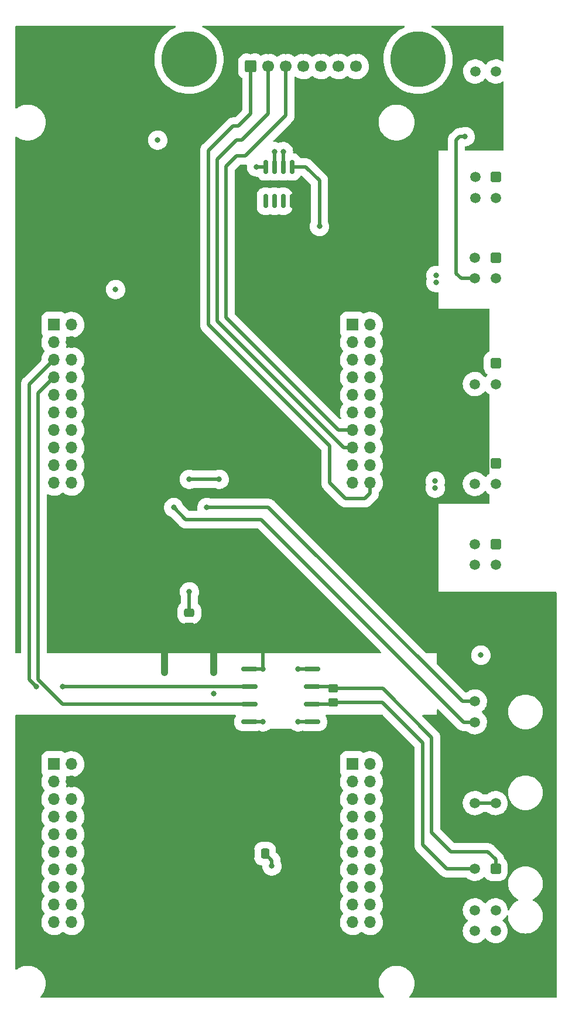
<source format=gbr>
%TF.GenerationSoftware,KiCad,Pcbnew,(6.0.1)*%
%TF.CreationDate,2022-08-22T15:26:47+03:00*%
%TF.ProjectId,Launch-Adapter,4c61756e-6368-42d4-9164-61707465722e,rev?*%
%TF.SameCoordinates,Original*%
%TF.FileFunction,Copper,L4,Bot*%
%TF.FilePolarity,Positive*%
%FSLAX46Y46*%
G04 Gerber Fmt 4.6, Leading zero omitted, Abs format (unit mm)*
G04 Created by KiCad (PCBNEW (6.0.1)) date 2022-08-22 15:26:47*
%MOMM*%
%LPD*%
G01*
G04 APERTURE LIST*
G04 Aperture macros list*
%AMRoundRect*
0 Rectangle with rounded corners*
0 $1 Rounding radius*
0 $2 $3 $4 $5 $6 $7 $8 $9 X,Y pos of 4 corners*
0 Add a 4 corners polygon primitive as box body*
4,1,4,$2,$3,$4,$5,$6,$7,$8,$9,$2,$3,0*
0 Add four circle primitives for the rounded corners*
1,1,$1+$1,$2,$3*
1,1,$1+$1,$4,$5*
1,1,$1+$1,$6,$7*
1,1,$1+$1,$8,$9*
0 Add four rect primitives between the rounded corners*
20,1,$1+$1,$2,$3,$4,$5,0*
20,1,$1+$1,$4,$5,$6,$7,0*
20,1,$1+$1,$6,$7,$8,$9,0*
20,1,$1+$1,$8,$9,$2,$3,0*%
G04 Aperture macros list end*
%TA.AperFunction,ComponentPad*%
%ADD10RoundRect,0.250001X-0.499999X0.499999X-0.499999X-0.499999X0.499999X-0.499999X0.499999X0.499999X0*%
%TD*%
%TA.AperFunction,ComponentPad*%
%ADD11C,1.500000*%
%TD*%
%TA.AperFunction,ComponentPad*%
%ADD12RoundRect,0.250000X0.600000X-0.600000X0.600000X0.600000X-0.600000X0.600000X-0.600000X-0.600000X0*%
%TD*%
%TA.AperFunction,ComponentPad*%
%ADD13C,1.700000*%
%TD*%
%TA.AperFunction,ComponentPad*%
%ADD14C,8.000000*%
%TD*%
%TA.AperFunction,ComponentPad*%
%ADD15R,1.700000X1.700000*%
%TD*%
%TA.AperFunction,ComponentPad*%
%ADD16O,1.700000X1.700000*%
%TD*%
%TA.AperFunction,SMDPad,CuDef*%
%ADD17RoundRect,0.250000X-0.475000X0.337500X-0.475000X-0.337500X0.475000X-0.337500X0.475000X0.337500X0*%
%TD*%
%TA.AperFunction,SMDPad,CuDef*%
%ADD18RoundRect,0.250000X0.337500X0.475000X-0.337500X0.475000X-0.337500X-0.475000X0.337500X-0.475000X0*%
%TD*%
%TA.AperFunction,SMDPad,CuDef*%
%ADD19RoundRect,0.150000X-0.150000X0.825000X-0.150000X-0.825000X0.150000X-0.825000X0.150000X0.825000X0*%
%TD*%
%TA.AperFunction,SMDPad,CuDef*%
%ADD20RoundRect,0.250000X-0.450000X0.350000X-0.450000X-0.350000X0.450000X-0.350000X0.450000X0.350000X0*%
%TD*%
%TA.AperFunction,SMDPad,CuDef*%
%ADD21RoundRect,0.162500X-1.012500X-0.162500X1.012500X-0.162500X1.012500X0.162500X-1.012500X0.162500X0*%
%TD*%
%TA.AperFunction,ViaPad*%
%ADD22C,0.800000*%
%TD*%
%TA.AperFunction,Conductor*%
%ADD23C,0.500000*%
%TD*%
%TA.AperFunction,Conductor*%
%ADD24C,1.000000*%
%TD*%
G04 APERTURE END LIST*
D10*
%TO.P,J13,1,Pin_1*%
%TO.N,GND*%
X126878500Y-24154000D03*
D11*
%TO.P,J13,2,Pin_2*%
%TO.N,Net-(D1-Pad4)*%
X126878500Y-27154000D03*
%TO.P,J13,3,Pin_3*%
%TO.N,GND*%
X123878500Y-24154000D03*
%TO.P,J13,4,Pin_4*%
%TO.N,Net-(D1-Pad4)*%
X123878500Y-27154000D03*
%TD*%
D12*
%TO.P,J5,1,Pin_1*%
%TO.N,RDY*%
X91440000Y-26416000D03*
D13*
%TO.P,J5,2,Pin_2*%
%TO.N,GND*%
X91440000Y-23876000D03*
%TO.P,J5,3,Pin_3*%
%TO.N,FLT*%
X93980000Y-26416000D03*
%TO.P,J5,4,Pin_4*%
%TO.N,GND*%
X93980000Y-23876000D03*
%TO.P,J5,5,Pin_5*%
%TO.N,RST*%
X96520000Y-26416000D03*
%TO.P,J5,6,Pin_6*%
%TO.N,GND*%
X96520000Y-23876000D03*
%TO.P,J5,7,Pin_7*%
%TO.N,IN-*%
X99060000Y-26416000D03*
%TO.P,J5,8,Pin_8*%
%TO.N,GND*%
X99060000Y-23876000D03*
%TO.P,J5,9,Pin_9*%
%TO.N,IN+*%
X101600000Y-26416000D03*
%TO.P,J5,10,Pin_10*%
%TO.N,GND*%
X101600000Y-23876000D03*
%TO.P,J5,11,Pin_11*%
%TO.N,+5V*%
X104140000Y-26416000D03*
%TO.P,J5,12,Pin_12*%
%TO.N,GND*%
X104140000Y-23876000D03*
%TO.P,J5,13,Pin_13*%
%TO.N,+15V*%
X106680000Y-26416000D03*
%TO.P,J5,14,Pin_14*%
%TO.N,GND*%
X106680000Y-23876000D03*
D14*
%TO.P,J5,MP*%
%TO.N,N/C*%
X115620000Y-25396000D03*
X82500000Y-25396000D03*
%TD*%
D10*
%TO.P,J9,1,Pin_1*%
%TO.N,GND*%
X126840000Y-54084000D03*
D11*
%TO.P,J9,2,Pin_2*%
%TO.N,+3V3*%
X126840000Y-57084000D03*
%TO.P,J9,3,Pin_3*%
%TO.N,GND*%
X123840000Y-54084000D03*
%TO.P,J9,4,Pin_4*%
%TO.N,+3V3*%
X123840000Y-57084000D03*
%TD*%
D10*
%TO.P,J10,1,Pin_1*%
%TO.N,GND2*%
X126840000Y-95446000D03*
D11*
%TO.P,J10,2,Pin_2*%
%TO.N,+5VD*%
X126840000Y-98446000D03*
%TO.P,J10,3,Pin_3*%
%TO.N,GND2*%
X123840000Y-95446000D03*
%TO.P,J10,4,Pin_4*%
%TO.N,+5VD*%
X123840000Y-98446000D03*
%TD*%
D10*
%TO.P,J8,1,Pin_1*%
%TO.N,GND*%
X126878500Y-42436000D03*
D11*
%TO.P,J8,2,Pin_2*%
%TO.N,+15V*%
X126878500Y-45436000D03*
%TO.P,J8,3,Pin_3*%
%TO.N,GND*%
X123878500Y-42436000D03*
%TO.P,J8,4,Pin_4*%
%TO.N,+15V*%
X123878500Y-45436000D03*
%TD*%
D10*
%TO.P,J6,1,Pin_1*%
%TO.N,GND*%
X126840000Y-118214000D03*
D11*
%TO.P,J6,2,Pin_2*%
X126840000Y-121214000D03*
%TO.P,J6,3,Pin_3*%
%TO.N,V_IN*%
X123840000Y-118214000D03*
%TO.P,J6,4,Pin_4*%
%TO.N,V_OUT*%
X123840000Y-121214000D03*
%TD*%
D10*
%TO.P,J14,1,Pin_1*%
%TO.N,unconnected-(J14-Pad1)*%
X126840000Y-69342000D03*
D11*
%TO.P,J14,2,Pin_2*%
%TO.N,Temp*%
X126840000Y-72342000D03*
%TO.P,J14,3,Pin_3*%
%TO.N,GND*%
X123840000Y-69342000D03*
%TO.P,J14,4,Pin_4*%
%TO.N,+5V*%
X123840000Y-72342000D03*
%TD*%
D15*
%TO.P,J2,1,Pin_1*%
%TO.N,+3V3*%
X62992000Y-127254000D03*
D16*
%TO.P,J2,2,Pin_2*%
%TO.N,+5V*%
X65532000Y-127254000D03*
%TO.P,J2,3,Pin_3*%
%TO.N,unconnected-(J2-Pad3)*%
X62992000Y-129794000D03*
%TO.P,J2,4,Pin_4*%
%TO.N,GND*%
X65532000Y-129794000D03*
%TO.P,J2,5,Pin_5*%
%TO.N,unconnected-(J2-Pad5)*%
X62992000Y-132334000D03*
%TO.P,J2,6,Pin_6*%
%TO.N,Net-(J2-Pad6)*%
X65532000Y-132334000D03*
%TO.P,J2,7,Pin_7*%
%TO.N,unconnected-(J2-Pad7)*%
X62992000Y-134874000D03*
%TO.P,J2,8,Pin_8*%
%TO.N,Net-(J2-Pad8)*%
X65532000Y-134874000D03*
%TO.P,J2,9,Pin_9*%
%TO.N,unconnected-(J2-Pad9)*%
X62992000Y-137414000D03*
%TO.P,J2,10,Pin_10*%
%TO.N,Net-(J2-Pad10)*%
X65532000Y-137414000D03*
%TO.P,J2,11,Pin_11*%
%TO.N,unconnected-(J2-Pad11)*%
X62992000Y-139954000D03*
%TO.P,J2,12,Pin_12*%
%TO.N,unconnected-(J2-Pad12)*%
X65532000Y-139954000D03*
%TO.P,J2,13,Pin_13*%
%TO.N,unconnected-(J2-Pad13)*%
X62992000Y-142494000D03*
%TO.P,J2,14,Pin_14*%
%TO.N,unconnected-(J2-Pad14)*%
X65532000Y-142494000D03*
%TO.P,J2,15,Pin_15*%
%TO.N,unconnected-(J2-Pad15)*%
X62992000Y-145034000D03*
%TO.P,J2,16,Pin_16*%
%TO.N,unconnected-(J2-Pad16)*%
X65532000Y-145034000D03*
%TO.P,J2,17,Pin_17*%
%TO.N,unconnected-(J2-Pad17)*%
X62992000Y-147574000D03*
%TO.P,J2,18,Pin_18*%
%TO.N,unconnected-(J2-Pad18)*%
X65532000Y-147574000D03*
%TO.P,J2,19,Pin_19*%
%TO.N,unconnected-(J2-Pad19)*%
X62992000Y-150114000D03*
%TO.P,J2,20,Pin_20*%
%TO.N,unconnected-(J2-Pad20)*%
X65532000Y-150114000D03*
%TD*%
D10*
%TO.P,J12,1,Pin_1*%
%TO.N,GND*%
X126840000Y-129898000D03*
D11*
%TO.P,J12,2,Pin_2*%
%TO.N,I_INDUCT*%
X126840000Y-132898000D03*
%TO.P,J12,3,Pin_3*%
%TO.N,GND*%
X123840000Y-129898000D03*
%TO.P,J12,4,Pin_4*%
%TO.N,I_INDUCT*%
X123840000Y-132898000D03*
%TD*%
D10*
%TO.P,J11,1,Pin_1*%
%TO.N,CANL*%
X126840000Y-142392000D03*
D11*
%TO.P,J11,2,Pin_2*%
%TO.N,GND*%
X126840000Y-145392000D03*
%TO.P,J11,3,Pin_3*%
%TO.N,B*%
X126840000Y-148392000D03*
%TO.P,J11,4,Pin_4*%
%TO.N,Y*%
X126840000Y-151392000D03*
%TO.P,J11,5,Pin_5*%
%TO.N,CANH*%
X123840000Y-142392000D03*
%TO.P,J11,6,Pin_6*%
%TO.N,GND*%
X123840000Y-145392000D03*
%TO.P,J11,7,Pin_7*%
%TO.N,A*%
X123840000Y-148392000D03*
%TO.P,J11,8,Pin_8*%
%TO.N,Z*%
X123840000Y-151392000D03*
%TD*%
D15*
%TO.P,J4,1,Pin_1*%
%TO.N,unconnected-(J4-Pad1)*%
X106172000Y-127254000D03*
D16*
%TO.P,J4,2,Pin_2*%
%TO.N,unconnected-(J4-Pad2)*%
X108712000Y-127254000D03*
%TO.P,J4,3,Pin_3*%
%TO.N,unconnected-(J4-Pad3)*%
X106172000Y-129794000D03*
%TO.P,J4,4,Pin_4*%
%TO.N,unconnected-(J4-Pad4)*%
X108712000Y-129794000D03*
%TO.P,J4,5,Pin_5*%
%TO.N,unconnected-(J4-Pad5)*%
X106172000Y-132334000D03*
%TO.P,J4,6,Pin_6*%
%TO.N,unconnected-(J4-Pad6)*%
X108712000Y-132334000D03*
%TO.P,J4,7,Pin_7*%
%TO.N,unconnected-(J4-Pad7)*%
X106172000Y-134874000D03*
%TO.P,J4,8,Pin_8*%
%TO.N,unconnected-(J4-Pad8)*%
X108712000Y-134874000D03*
%TO.P,J4,9,Pin_9*%
%TO.N,Net-(J4-Pad9)*%
X106172000Y-137414000D03*
%TO.P,J4,10,Pin_10*%
%TO.N,unconnected-(J4-Pad10)*%
X108712000Y-137414000D03*
%TO.P,J4,11,Pin_11*%
%TO.N,Net-(J4-Pad11)*%
X106172000Y-139954000D03*
%TO.P,J4,12,Pin_12*%
%TO.N,unconnected-(J4-Pad12)*%
X108712000Y-139954000D03*
%TO.P,J4,13,Pin_13*%
%TO.N,Net-(J4-Pad13)*%
X106172000Y-142494000D03*
%TO.P,J4,14,Pin_14*%
%TO.N,unconnected-(J4-Pad14)*%
X108712000Y-142494000D03*
%TO.P,J4,15,Pin_15*%
%TO.N,Net-(J4-Pad15)*%
X106172000Y-145034000D03*
%TO.P,J4,16,Pin_16*%
%TO.N,unconnected-(J4-Pad16)*%
X108712000Y-145034000D03*
%TO.P,J4,17,Pin_17*%
%TO.N,unconnected-(J4-Pad17)*%
X106172000Y-147574000D03*
%TO.P,J4,18,Pin_18*%
%TO.N,unconnected-(J4-Pad18)*%
X108712000Y-147574000D03*
%TO.P,J4,19,Pin_19*%
%TO.N,unconnected-(J4-Pad19)*%
X106172000Y-150114000D03*
%TO.P,J4,20,Pin_20*%
%TO.N,unconnected-(J4-Pad20)*%
X108712000Y-150114000D03*
%TD*%
D15*
%TO.P,J3,1,Pin_1*%
%TO.N,Net-(J3-Pad1)*%
X106172000Y-63754000D03*
D16*
%TO.P,J3,2,Pin_2*%
%TO.N,unconnected-(J3-Pad2)*%
X108712000Y-63754000D03*
%TO.P,J3,3,Pin_3*%
%TO.N,unconnected-(J3-Pad3)*%
X106172000Y-66294000D03*
%TO.P,J3,4,Pin_4*%
%TO.N,unconnected-(J3-Pad4)*%
X108712000Y-66294000D03*
%TO.P,J3,5,Pin_5*%
%TO.N,Net-(J3-Pad5)*%
X106172000Y-68834000D03*
%TO.P,J3,6,Pin_6*%
%TO.N,unconnected-(J3-Pad6)*%
X108712000Y-68834000D03*
%TO.P,J3,7,Pin_7*%
%TO.N,unconnected-(J3-Pad7)*%
X106172000Y-71374000D03*
%TO.P,J3,8,Pin_8*%
%TO.N,unconnected-(J3-Pad8)*%
X108712000Y-71374000D03*
%TO.P,J3,9,Pin_9*%
%TO.N,Net-(J3-Pad9)*%
X106172000Y-73914000D03*
%TO.P,J3,10,Pin_10*%
%TO.N,unconnected-(J3-Pad10)*%
X108712000Y-73914000D03*
%TO.P,J3,11,Pin_11*%
%TO.N,unconnected-(J3-Pad11)*%
X106172000Y-76454000D03*
%TO.P,J3,12,Pin_12*%
%TO.N,unconnected-(J3-Pad12)*%
X108712000Y-76454000D03*
%TO.P,J3,13,Pin_13*%
%TO.N,RST*%
X106172000Y-78994000D03*
%TO.P,J3,14,Pin_14*%
%TO.N,unconnected-(J3-Pad14)*%
X108712000Y-78994000D03*
%TO.P,J3,15,Pin_15*%
%TO.N,FLT*%
X106172000Y-81534000D03*
%TO.P,J3,16,Pin_16*%
%TO.N,unconnected-(J3-Pad16)*%
X108712000Y-81534000D03*
%TO.P,J3,17,Pin_17*%
%TO.N,unconnected-(J3-Pad17)*%
X106172000Y-84074000D03*
%TO.P,J3,18,Pin_18*%
%TO.N,Relay_Control*%
X108712000Y-84074000D03*
%TO.P,J3,19,Pin_19*%
%TO.N,unconnected-(J3-Pad19)*%
X106172000Y-86614000D03*
%TO.P,J3,20,Pin_20*%
%TO.N,RDY*%
X108712000Y-86614000D03*
%TD*%
D10*
%TO.P,J7,1,Pin_1*%
%TO.N,GND*%
X126840000Y-83764500D03*
D11*
%TO.P,J7,2,Pin_2*%
%TO.N,+5V*%
X126840000Y-86764500D03*
%TO.P,J7,3,Pin_3*%
%TO.N,GND*%
X123840000Y-83764500D03*
%TO.P,J7,4,Pin_4*%
%TO.N,+5V*%
X123840000Y-86764500D03*
%TD*%
D15*
%TO.P,J1,1,Pin_1*%
%TO.N,+3V3*%
X62992000Y-63754000D03*
D16*
%TO.P,J1,2,Pin_2*%
%TO.N,+5V*%
X65532000Y-63754000D03*
%TO.P,J1,3,Pin_3*%
%TO.N,unconnected-(J1-Pad3)*%
X62992000Y-66294000D03*
%TO.P,J1,4,Pin_4*%
%TO.N,GND*%
X65532000Y-66294000D03*
%TO.P,J1,5,Pin_5*%
%TO.N,TXD*%
X62992000Y-68834000D03*
%TO.P,J1,6,Pin_6*%
%TO.N,Net-(J1-Pad6)*%
X65532000Y-68834000D03*
%TO.P,J1,7,Pin_7*%
%TO.N,RXD*%
X62992000Y-71374000D03*
%TO.P,J1,8,Pin_8*%
%TO.N,Net-(J1-Pad8)*%
X65532000Y-71374000D03*
%TO.P,J1,9,Pin_9*%
%TO.N,unconnected-(J1-Pad9)*%
X62992000Y-73914000D03*
%TO.P,J1,10,Pin_10*%
%TO.N,Net-(J1-Pad10)*%
X65532000Y-73914000D03*
%TO.P,J1,11,Pin_11*%
%TO.N,unconnected-(J1-Pad11)*%
X62992000Y-76454000D03*
%TO.P,J1,12,Pin_12*%
%TO.N,unconnected-(J1-Pad12)*%
X65532000Y-76454000D03*
%TO.P,J1,13,Pin_13*%
%TO.N,unconnected-(J1-Pad13)*%
X62992000Y-78994000D03*
%TO.P,J1,14,Pin_14*%
%TO.N,Net-(J1-Pad14)*%
X65532000Y-78994000D03*
%TO.P,J1,15,Pin_15*%
%TO.N,unconnected-(J1-Pad15)*%
X62992000Y-81534000D03*
%TO.P,J1,16,Pin_16*%
%TO.N,Net-(J1-Pad16)*%
X65532000Y-81534000D03*
%TO.P,J1,17,Pin_17*%
%TO.N,unconnected-(J1-Pad17)*%
X62992000Y-84074000D03*
%TO.P,J1,18,Pin_18*%
%TO.N,Net-(J1-Pad18)*%
X65532000Y-84074000D03*
%TO.P,J1,19,Pin_19*%
%TO.N,unconnected-(J1-Pad19)*%
X62992000Y-86614000D03*
%TO.P,J1,20,Pin_20*%
%TO.N,Net-(J1-Pad20)*%
X65532000Y-86614000D03*
%TD*%
D17*
%TO.P,C20,1*%
%TO.N,+3V3*%
X82550000Y-105388500D03*
%TO.P,C20,2*%
%TO.N,GND*%
X82550000Y-107463500D03*
%TD*%
D18*
%TO.P,C4,1*%
%TO.N,+3V3*%
X93493500Y-140208000D03*
%TO.P,C4,2*%
%TO.N,GND*%
X91418500Y-140208000D03*
%TD*%
D19*
%TO.P,D3,1,Vcc*%
%TO.N,+5V*%
X93599000Y-40959000D03*
%TO.P,D3,2,DO1-*%
%TO.N,IN-*%
X94869000Y-40959000D03*
%TO.P,D3,3,DO1+*%
%TO.N,IN+*%
X96139000Y-40959000D03*
%TO.P,D3,4,DI1*%
%TO.N,PWM_IN*%
X97409000Y-40959000D03*
%TO.P,D3,5,GND*%
%TO.N,GND*%
X97409000Y-45909000D03*
%TO.P,D3,6,DO2-*%
%TO.N,unconnected-(D3-Pad6)*%
X96139000Y-45909000D03*
%TO.P,D3,7,DO2+*%
%TO.N,unconnected-(D3-Pad7)*%
X94869000Y-45909000D03*
%TO.P,D3,8,DI2*%
%TO.N,unconnected-(D3-Pad8)*%
X93599000Y-45909000D03*
%TD*%
D20*
%TO.P,R3,1*%
%TO.N,CANL*%
X103378000Y-116348000D03*
%TO.P,R3,2*%
%TO.N,CANH*%
X103378000Y-118348000D03*
%TD*%
D21*
%TO.P,U3,1,VCC1*%
%TO.N,+3V3*%
X91233000Y-121158000D03*
%TO.P,U3,2,RXD*%
%TO.N,RXD*%
X91233000Y-118618000D03*
%TO.P,U3,3,TXD*%
%TO.N,TXD*%
X91233000Y-116078000D03*
%TO.P,U3,4,GND1*%
%TO.N,GND*%
X91233000Y-113538000D03*
%TO.P,U3,5,GND2*%
%TO.N,GND2*%
X100283000Y-113538000D03*
%TO.P,U3,6,CANL*%
%TO.N,CANL*%
X100283000Y-116078000D03*
%TO.P,U3,7,CANH*%
%TO.N,CANH*%
X100283000Y-118618000D03*
%TO.P,U3,8,VCC2*%
%TO.N,+5VD*%
X100283000Y-121158000D03*
%TD*%
D22*
%TO.N,+5V*%
X118110000Y-86360000D03*
X124705000Y-111515000D03*
X92267000Y-40959000D03*
X118110000Y-87376000D03*
%TO.N,+3V3*%
X82550000Y-102362000D03*
X93218000Y-121158000D03*
X94488000Y-141986000D03*
X71882000Y-58674000D03*
X118204000Y-56642000D03*
X122428000Y-36576000D03*
X118204000Y-57658000D03*
%TO.N,+5VD*%
X98298000Y-121158000D03*
%TO.N,GND2*%
X98298000Y-113538000D03*
%TO.N,Temp*%
X86106000Y-117094000D03*
%TO.N,GND*%
X76438000Y-58674000D03*
X82804000Y-98806000D03*
X77978000Y-98806000D03*
X90678000Y-141986000D03*
X86106000Y-120650000D03*
X82042000Y-35052000D03*
X93218000Y-113538000D03*
X87376000Y-94488000D03*
X98806000Y-46228000D03*
X79226500Y-120650000D03*
X118110000Y-42926000D03*
X82550000Y-110490000D03*
X78994000Y-114046000D03*
X118110000Y-83312000D03*
X82801250Y-94485250D03*
X118110000Y-84328000D03*
X77978000Y-94488000D03*
X118110000Y-41910000D03*
X118110000Y-54610000D03*
X124714000Y-105410000D03*
X86106000Y-114046000D03*
X118110000Y-53594000D03*
%TO.N,Temp_ADC*%
X86868000Y-86106000D03*
X82550000Y-86106000D03*
%TO.N,IN-*%
X94869000Y-38735000D03*
%TO.N,IN+*%
X96139000Y-38735000D03*
%TO.N,V_OUT*%
X80285500Y-90191500D03*
%TO.N,V_IN*%
X85090000Y-90170000D03*
%TO.N,PWM_IN*%
X101362000Y-49546000D03*
%TO.N,TXD*%
X64262000Y-116078000D03*
X60452000Y-116078000D03*
%TO.N,Net-(D1-Pad4)*%
X77978000Y-37084000D03*
%TD*%
D23*
%TO.N,+5V*%
X93599000Y-40959000D02*
X92267000Y-40959000D01*
%TO.N,+3V3*%
X94488000Y-141986000D02*
X94488000Y-141202500D01*
X121666000Y-36576000D02*
X122428000Y-36576000D01*
X121854000Y-57084000D02*
X121158000Y-56388000D01*
X121158000Y-37084000D02*
X121666000Y-36576000D01*
X121158000Y-56388000D02*
X121158000Y-37084000D01*
X94488000Y-141202500D02*
X93493500Y-140208000D01*
X123840000Y-57084000D02*
X121854000Y-57084000D01*
X82550000Y-102362000D02*
X82550000Y-105388500D01*
X91233000Y-121158000D02*
X93218000Y-121158000D01*
%TO.N,+5VD*%
X100283000Y-121158000D02*
X98298000Y-121158000D01*
%TO.N,GND2*%
X98298000Y-113538000D02*
X100283000Y-113538000D01*
%TO.N,GND*%
X82550000Y-110490000D02*
X82550000Y-107463500D01*
X91233000Y-113538000D02*
X93218000Y-113538000D01*
X93218000Y-113538000D02*
X93218000Y-110744000D01*
D24*
X78994000Y-114046000D02*
X78994000Y-110744000D01*
D23*
X90678000Y-141986000D02*
X90678000Y-140948500D01*
D24*
X86106000Y-114046000D02*
X86106000Y-110744000D01*
D23*
X90678000Y-140948500D02*
X91418500Y-140208000D01*
%TO.N,Temp_ADC*%
X86868000Y-86106000D02*
X82550000Y-86106000D01*
%TO.N,IN-*%
X94869000Y-40959000D02*
X94869000Y-38735000D01*
%TO.N,IN+*%
X96139000Y-40959000D02*
X96139000Y-38735000D01*
%TO.N,RST*%
X104140000Y-78994000D02*
X87884000Y-62738000D01*
X89408000Y-39370000D02*
X90678000Y-39370000D01*
X90678000Y-39370000D02*
X96520000Y-33528000D01*
X87884000Y-62738000D02*
X87884000Y-40894000D01*
X96520000Y-33528000D02*
X96520000Y-26416000D01*
X87884000Y-40894000D02*
X89408000Y-39370000D01*
X106172000Y-78994000D02*
X104140000Y-78994000D01*
%TO.N,FLT*%
X104902000Y-81534000D02*
X86614000Y-63246000D01*
X90170000Y-37084000D02*
X93980000Y-33274000D01*
X86614000Y-63246000D02*
X86614000Y-39878000D01*
X93980000Y-33274000D02*
X93980000Y-26416000D01*
X106172000Y-81534000D02*
X104902000Y-81534000D01*
X86614000Y-39878000D02*
X89408000Y-37084000D01*
X89408000Y-37084000D02*
X90170000Y-37084000D01*
%TO.N,RDY*%
X108712000Y-88138000D02*
X107950000Y-88900000D01*
X108712000Y-86614000D02*
X108712000Y-88138000D01*
X91440000Y-33274000D02*
X89662000Y-35052000D01*
X89662000Y-35052000D02*
X88900000Y-35052000D01*
X85344000Y-63754000D02*
X102870000Y-81280000D01*
X102870000Y-81280000D02*
X102870000Y-86614000D01*
X107950000Y-88900000D02*
X105156000Y-88900000D01*
X88900000Y-35052000D02*
X85344000Y-38608000D01*
X102870000Y-86614000D02*
X105156000Y-88900000D01*
X85344000Y-38608000D02*
X85344000Y-63754000D01*
X91440000Y-26416000D02*
X91440000Y-33274000D01*
%TO.N,V_OUT*%
X92964000Y-91948000D02*
X82042000Y-91948000D01*
X123840000Y-121214000D02*
X122230000Y-121214000D01*
X82042000Y-91948000D02*
X80285500Y-90191500D01*
X122230000Y-121214000D02*
X92964000Y-91948000D01*
%TO.N,I_INDUCT*%
X126840000Y-132898000D02*
X123840000Y-132898000D01*
%TO.N,V_IN*%
X123840000Y-118214000D02*
X122024000Y-118214000D01*
X93980000Y-90170000D02*
X85090000Y-90170000D01*
X122024000Y-118214000D02*
X93980000Y-90170000D01*
%TO.N,PWM_IN*%
X97409000Y-40959000D02*
X99379000Y-40959000D01*
X101362000Y-49546000D02*
X101362000Y-42942000D01*
X99379000Y-40959000D02*
X101362000Y-42942000D01*
%TO.N,CANL*%
X117602000Y-137160000D02*
X117602000Y-123444000D01*
X120396000Y-139954000D02*
X117602000Y-137160000D01*
X125730000Y-139954000D02*
X120396000Y-139954000D01*
X100283000Y-116078000D02*
X103108000Y-116078000D01*
X126840000Y-142392000D02*
X126840000Y-141064000D01*
X117602000Y-123444000D02*
X110506000Y-116348000D01*
X110506000Y-116348000D02*
X103378000Y-116348000D01*
X126840000Y-141064000D02*
X125730000Y-139954000D01*
X103108000Y-116078000D02*
X103378000Y-116348000D01*
%TO.N,CANH*%
X119786000Y-142392000D02*
X116332000Y-138938000D01*
X103108000Y-118618000D02*
X103378000Y-118348000D01*
X100283000Y-118618000D02*
X103108000Y-118618000D01*
X116332000Y-138938000D02*
X116332000Y-124206000D01*
X123840000Y-142392000D02*
X119786000Y-142392000D01*
X116332000Y-124206000D02*
X110474000Y-118348000D01*
X110474000Y-118348000D02*
X103378000Y-118348000D01*
%TO.N,RXD*%
X64262000Y-118618000D02*
X60706000Y-115062000D01*
X60706000Y-115062000D02*
X60706000Y-73660000D01*
X91233000Y-118618000D02*
X64262000Y-118618000D01*
X60706000Y-73660000D02*
X62992000Y-71374000D01*
%TO.N,TXD*%
X59436000Y-72390000D02*
X59436000Y-74676000D01*
X59436000Y-115062000D02*
X60452000Y-116078000D01*
X62992000Y-68834000D02*
X59436000Y-72390000D01*
X91233000Y-116078000D02*
X64262000Y-116078000D01*
X59436000Y-74676000D02*
X59436000Y-115062000D01*
%TD*%
%TA.AperFunction,Conductor*%
%TO.N,GND*%
G36*
X125926121Y-61488002D02*
G01*
X125972614Y-61541658D01*
X125984000Y-61594000D01*
X125984000Y-67548677D01*
X125963998Y-67616798D01*
X125910451Y-67663241D01*
X125817597Y-67705753D01*
X125717925Y-67751386D01*
X125534626Y-67878783D01*
X125376783Y-68036626D01*
X125249386Y-68219925D01*
X125156463Y-68422888D01*
X125100949Y-68639099D01*
X125089500Y-68779863D01*
X125089501Y-69904136D01*
X125100949Y-70044901D01*
X125156463Y-70261112D01*
X125249386Y-70464075D01*
X125252586Y-70468679D01*
X125252587Y-70468681D01*
X125336814Y-70589866D01*
X125376783Y-70647374D01*
X125534626Y-70805217D01*
X125539229Y-70808416D01*
X125539236Y-70808422D01*
X125627386Y-70869688D01*
X125671907Y-70924990D01*
X125679462Y-70995583D01*
X125647652Y-71059055D01*
X125639376Y-71067155D01*
X125583479Y-71117045D01*
X125577265Y-71122591D01*
X125435763Y-71292729D01*
X125376827Y-71332312D01*
X125305845Y-71333749D01*
X125245354Y-71296581D01*
X125239940Y-71290165D01*
X125204040Y-71244627D01*
X125134223Y-71156064D01*
X124944714Y-70977792D01*
X124776014Y-70860760D01*
X124734779Y-70832154D01*
X124734776Y-70832152D01*
X124730937Y-70829489D01*
X124726747Y-70827423D01*
X124726744Y-70827421D01*
X124501775Y-70716479D01*
X124501772Y-70716478D01*
X124497587Y-70714414D01*
X124249792Y-70635094D01*
X124099067Y-70610547D01*
X123997606Y-70594023D01*
X123997605Y-70594023D01*
X123992994Y-70593272D01*
X123862915Y-70591569D01*
X123737512Y-70589927D01*
X123737509Y-70589927D01*
X123732835Y-70589866D01*
X123475030Y-70624952D01*
X123225243Y-70697758D01*
X123220990Y-70699718D01*
X123220989Y-70699719D01*
X123184634Y-70716479D01*
X122988961Y-70806686D01*
X122985056Y-70809246D01*
X122985051Y-70809249D01*
X122775288Y-70946775D01*
X122775283Y-70946779D01*
X122771375Y-70949341D01*
X122719565Y-70995583D01*
X122583479Y-71117045D01*
X122577265Y-71122591D01*
X122410895Y-71322629D01*
X122275920Y-71545061D01*
X122274111Y-71549375D01*
X122274110Y-71549377D01*
X122188095Y-71754501D01*
X122175305Y-71785001D01*
X122111261Y-72037177D01*
X122085194Y-72296049D01*
X122097677Y-72555930D01*
X122148435Y-72811112D01*
X122236355Y-73055989D01*
X122359504Y-73285180D01*
X122362299Y-73288923D01*
X122362301Y-73288926D01*
X122512385Y-73489913D01*
X122512390Y-73489919D01*
X122515177Y-73493651D01*
X122518486Y-73496931D01*
X122518491Y-73496937D01*
X122696637Y-73673535D01*
X122699954Y-73676823D01*
X122703716Y-73679581D01*
X122703719Y-73679584D01*
X122816332Y-73762155D01*
X122909775Y-73830670D01*
X122913909Y-73832845D01*
X122913914Y-73832848D01*
X123039774Y-73899066D01*
X123140033Y-73951815D01*
X123385667Y-74037594D01*
X123390260Y-74038466D01*
X123636693Y-74085253D01*
X123636696Y-74085253D01*
X123641282Y-74086124D01*
X123771272Y-74091231D01*
X123896595Y-74096156D01*
X123896601Y-74096156D01*
X123901263Y-74096339D01*
X124002489Y-74085253D01*
X124155245Y-74068524D01*
X124155250Y-74068523D01*
X124159898Y-74068014D01*
X124164422Y-74066823D01*
X124406982Y-74002962D01*
X124406984Y-74002961D01*
X124411505Y-74001771D01*
X124532855Y-73949635D01*
X124646263Y-73900911D01*
X124646265Y-73900910D01*
X124650557Y-73899066D01*
X124871803Y-73762155D01*
X124976486Y-73673535D01*
X125066809Y-73597071D01*
X125066811Y-73597069D01*
X125070382Y-73594046D01*
X125241931Y-73398431D01*
X125242805Y-73397072D01*
X125299128Y-73355187D01*
X125369960Y-73350346D01*
X125432164Y-73384568D01*
X125443745Y-73397992D01*
X125512385Y-73489913D01*
X125512390Y-73489919D01*
X125515177Y-73493651D01*
X125518486Y-73496931D01*
X125518491Y-73496937D01*
X125696637Y-73673535D01*
X125699954Y-73676823D01*
X125703716Y-73679581D01*
X125703719Y-73679584D01*
X125816332Y-73762155D01*
X125909775Y-73830670D01*
X125916673Y-73834299D01*
X125917464Y-73835066D01*
X125917877Y-73835324D01*
X125917822Y-73835413D01*
X125967643Y-73883721D01*
X125984000Y-73945805D01*
X125984000Y-85164382D01*
X125963998Y-85232503D01*
X125927084Y-85269754D01*
X125775294Y-85369271D01*
X125775289Y-85369275D01*
X125771375Y-85371841D01*
X125729601Y-85409126D01*
X125620048Y-85506906D01*
X125577265Y-85545091D01*
X125435763Y-85715229D01*
X125376827Y-85754812D01*
X125305845Y-85756249D01*
X125245354Y-85719081D01*
X125239940Y-85712665D01*
X125166825Y-85619920D01*
X125134223Y-85578564D01*
X124944714Y-85400292D01*
X124730937Y-85251989D01*
X124726747Y-85249923D01*
X124726744Y-85249921D01*
X124501775Y-85138979D01*
X124501772Y-85138978D01*
X124497587Y-85136914D01*
X124249792Y-85057594D01*
X124009051Y-85018387D01*
X123997606Y-85016523D01*
X123997605Y-85016523D01*
X123992994Y-85015772D01*
X123862915Y-85014069D01*
X123737512Y-85012427D01*
X123737509Y-85012427D01*
X123732835Y-85012366D01*
X123475030Y-85047452D01*
X123470544Y-85048760D01*
X123470542Y-85048760D01*
X123416520Y-85064506D01*
X123225243Y-85120258D01*
X123220990Y-85122218D01*
X123220989Y-85122219D01*
X123184634Y-85138979D01*
X122988961Y-85229186D01*
X122985056Y-85231746D01*
X122985051Y-85231749D01*
X122775288Y-85369275D01*
X122775283Y-85369279D01*
X122771375Y-85371841D01*
X122729601Y-85409126D01*
X122620048Y-85506906D01*
X122577265Y-85545091D01*
X122410895Y-85745129D01*
X122275920Y-85967561D01*
X122175305Y-86207501D01*
X122111261Y-86459677D01*
X122085194Y-86718549D01*
X122085418Y-86723215D01*
X122085418Y-86723220D01*
X122085920Y-86733673D01*
X122097677Y-86978430D01*
X122148435Y-87233612D01*
X122236355Y-87478489D01*
X122359504Y-87707680D01*
X122362299Y-87711423D01*
X122362301Y-87711426D01*
X122512385Y-87912413D01*
X122512390Y-87912419D01*
X122515177Y-87916151D01*
X122518486Y-87919431D01*
X122518491Y-87919437D01*
X122619503Y-88019571D01*
X122699954Y-88099323D01*
X122703716Y-88102081D01*
X122703719Y-88102084D01*
X122816332Y-88184655D01*
X122909775Y-88253170D01*
X122913909Y-88255345D01*
X122913914Y-88255348D01*
X123039774Y-88321566D01*
X123140033Y-88374315D01*
X123385667Y-88460094D01*
X123390260Y-88460966D01*
X123636693Y-88507753D01*
X123636696Y-88507753D01*
X123641282Y-88508624D01*
X123771272Y-88513731D01*
X123896595Y-88518656D01*
X123896601Y-88518656D01*
X123901263Y-88518839D01*
X124002489Y-88507753D01*
X124155245Y-88491024D01*
X124155250Y-88491023D01*
X124159898Y-88490514D01*
X124272026Y-88460993D01*
X124406982Y-88425462D01*
X124406984Y-88425461D01*
X124411505Y-88424271D01*
X124514437Y-88380048D01*
X124646263Y-88323411D01*
X124646265Y-88323410D01*
X124650557Y-88321566D01*
X124831038Y-88209881D01*
X124867820Y-88187120D01*
X124867822Y-88187118D01*
X124871803Y-88184655D01*
X124875380Y-88181627D01*
X125066809Y-88019571D01*
X125066811Y-88019569D01*
X125070382Y-88016546D01*
X125241931Y-87820931D01*
X125242805Y-87819572D01*
X125299128Y-87777687D01*
X125369960Y-87772846D01*
X125432164Y-87807068D01*
X125443745Y-87820492D01*
X125512385Y-87912413D01*
X125512390Y-87912419D01*
X125515177Y-87916151D01*
X125518486Y-87919431D01*
X125518491Y-87919437D01*
X125619503Y-88019571D01*
X125699954Y-88099323D01*
X125703716Y-88102081D01*
X125703719Y-88102084D01*
X125816332Y-88184655D01*
X125909775Y-88253170D01*
X125916673Y-88256799D01*
X125917464Y-88257566D01*
X125917877Y-88257824D01*
X125917822Y-88257913D01*
X125967643Y-88306221D01*
X125984000Y-88368305D01*
X125984000Y-89536000D01*
X125963998Y-89604121D01*
X125910342Y-89650614D01*
X125858000Y-89662000D01*
X110490000Y-89662000D01*
X110490000Y-87341665D01*
X116705119Y-87341665D01*
X116705416Y-87346817D01*
X116705416Y-87346821D01*
X116710864Y-87441296D01*
X116718376Y-87571580D01*
X116719513Y-87576626D01*
X116719514Y-87576632D01*
X116740509Y-87669793D01*
X116769006Y-87796242D01*
X116770948Y-87801024D01*
X116770949Y-87801028D01*
X116808427Y-87893325D01*
X116855649Y-88009618D01*
X116975979Y-88205978D01*
X117126763Y-88380048D01*
X117303953Y-88527154D01*
X117502790Y-88643345D01*
X117717934Y-88725501D01*
X117723000Y-88726532D01*
X117723001Y-88726532D01*
X117823697Y-88747018D01*
X117943607Y-88771414D01*
X118073352Y-88776172D01*
X118168585Y-88779664D01*
X118168589Y-88779664D01*
X118173749Y-88779853D01*
X118178869Y-88779197D01*
X118178871Y-88779197D01*
X118248272Y-88770307D01*
X118402178Y-88750591D01*
X118407126Y-88749106D01*
X118407133Y-88749105D01*
X118617811Y-88685898D01*
X118617810Y-88685898D01*
X118622761Y-88684413D01*
X118829574Y-88583096D01*
X119017062Y-88449363D01*
X119180190Y-88286803D01*
X119200950Y-88257913D01*
X119311559Y-88103983D01*
X119314577Y-88099783D01*
X119324396Y-88079917D01*
X119380498Y-87966402D01*
X119416615Y-87893325D01*
X119473019Y-87707680D01*
X119482059Y-87677927D01*
X119482060Y-87677921D01*
X119483563Y-87672975D01*
X119497592Y-87566411D01*
X119513185Y-87447971D01*
X119513185Y-87447965D01*
X119513622Y-87444649D01*
X119515300Y-87376000D01*
X119496430Y-87146478D01*
X119440326Y-86923120D01*
X119438268Y-86918387D01*
X119438266Y-86918381D01*
X119436662Y-86914693D01*
X119427844Y-86844246D01*
X119431654Y-86827826D01*
X119483563Y-86656975D01*
X119513622Y-86428649D01*
X119515300Y-86360000D01*
X119496430Y-86130478D01*
X119440326Y-85907120D01*
X119348496Y-85695924D01*
X119270502Y-85575364D01*
X119226215Y-85506906D01*
X119226213Y-85506903D01*
X119223405Y-85502563D01*
X119202774Y-85479889D01*
X119071890Y-85336051D01*
X119071889Y-85336050D01*
X119068412Y-85332229D01*
X119064361Y-85329030D01*
X119064357Y-85329026D01*
X118891735Y-85192697D01*
X118891730Y-85192693D01*
X118887681Y-85189496D01*
X118883165Y-85187003D01*
X118883162Y-85187001D01*
X118690589Y-85080695D01*
X118690585Y-85080693D01*
X118686065Y-85078198D01*
X118681196Y-85076474D01*
X118681192Y-85076472D01*
X118473853Y-85003049D01*
X118473849Y-85003048D01*
X118468978Y-85001323D01*
X118463885Y-85000416D01*
X118463882Y-85000415D01*
X118367707Y-84983284D01*
X118242250Y-84960937D01*
X118155802Y-84959881D01*
X118017141Y-84958186D01*
X118017139Y-84958186D01*
X118011971Y-84958123D01*
X117784325Y-84992958D01*
X117565424Y-85064506D01*
X117361149Y-85170845D01*
X117176984Y-85309119D01*
X117017877Y-85475616D01*
X117014963Y-85479888D01*
X117014962Y-85479889D01*
X116970484Y-85545091D01*
X116888099Y-85665863D01*
X116885923Y-85670552D01*
X116885919Y-85670558D01*
X116797268Y-85861542D01*
X116791136Y-85874752D01*
X116729592Y-86096673D01*
X116729043Y-86101810D01*
X116708393Y-86295032D01*
X116705119Y-86325665D01*
X116705416Y-86330817D01*
X116705416Y-86330821D01*
X116710864Y-86425296D01*
X116718376Y-86555580D01*
X116719513Y-86560626D01*
X116719514Y-86560632D01*
X116751438Y-86702289D01*
X116769006Y-86780242D01*
X116770950Y-86785029D01*
X116770951Y-86785033D01*
X116784228Y-86817731D01*
X116791324Y-86888372D01*
X116788906Y-86898793D01*
X116729592Y-87112673D01*
X116729043Y-87117810D01*
X116707011Y-87323965D01*
X116705119Y-87341665D01*
X110490000Y-87341665D01*
X110490000Y-87127367D01*
X110527472Y-86994501D01*
X110528681Y-86990216D01*
X110545551Y-86864617D01*
X110563139Y-86733673D01*
X110563140Y-86733665D01*
X110563566Y-86730491D01*
X110565721Y-86661919D01*
X110567126Y-86617222D01*
X110567126Y-86617217D01*
X110567227Y-86614000D01*
X110548719Y-86352596D01*
X110493563Y-86096408D01*
X110491823Y-86091689D01*
X110490000Y-86086749D01*
X110490000Y-84587367D01*
X110527472Y-84454501D01*
X110528681Y-84450216D01*
X110533855Y-84411696D01*
X110563139Y-84193673D01*
X110563140Y-84193665D01*
X110563566Y-84190491D01*
X110567227Y-84074000D01*
X110548719Y-83812596D01*
X110493563Y-83556408D01*
X110490000Y-83546749D01*
X110490000Y-82047367D01*
X110527472Y-81914501D01*
X110528681Y-81910216D01*
X110533855Y-81871696D01*
X110563139Y-81653673D01*
X110563140Y-81653665D01*
X110563566Y-81650491D01*
X110567227Y-81534000D01*
X110548719Y-81272596D01*
X110493563Y-81016408D01*
X110490000Y-81006749D01*
X110490000Y-79507367D01*
X110527472Y-79374501D01*
X110528681Y-79370216D01*
X110533855Y-79331696D01*
X110563139Y-79113673D01*
X110563140Y-79113665D01*
X110563566Y-79110491D01*
X110567227Y-78994000D01*
X110548719Y-78732596D01*
X110493563Y-78476408D01*
X110490000Y-78466749D01*
X110490000Y-76967367D01*
X110527472Y-76834501D01*
X110528681Y-76830216D01*
X110533855Y-76791696D01*
X110563139Y-76573673D01*
X110563140Y-76573665D01*
X110563566Y-76570491D01*
X110567227Y-76454000D01*
X110548719Y-76192596D01*
X110493563Y-75936408D01*
X110490000Y-75926749D01*
X110490000Y-74427367D01*
X110527472Y-74294501D01*
X110528681Y-74290216D01*
X110533855Y-74251696D01*
X110563139Y-74033673D01*
X110563140Y-74033665D01*
X110563566Y-74030491D01*
X110566107Y-73949635D01*
X110567126Y-73917222D01*
X110567126Y-73917217D01*
X110567227Y-73914000D01*
X110548719Y-73652596D01*
X110493563Y-73396408D01*
X110490000Y-73386749D01*
X110490000Y-71887367D01*
X110506527Y-71828768D01*
X110528681Y-71750216D01*
X110533855Y-71711696D01*
X110563139Y-71493673D01*
X110563140Y-71493665D01*
X110563566Y-71490491D01*
X110567227Y-71374000D01*
X110548719Y-71112596D01*
X110493563Y-70856408D01*
X110490000Y-70846749D01*
X110490000Y-69347367D01*
X110527472Y-69214501D01*
X110528681Y-69210216D01*
X110533855Y-69171696D01*
X110563139Y-68953673D01*
X110563140Y-68953665D01*
X110563566Y-68950491D01*
X110567227Y-68834000D01*
X110548719Y-68572596D01*
X110493563Y-68316408D01*
X110490000Y-68306749D01*
X110490000Y-66807367D01*
X110527472Y-66674501D01*
X110528681Y-66670216D01*
X110533855Y-66631696D01*
X110563139Y-66413673D01*
X110563140Y-66413665D01*
X110563566Y-66410491D01*
X110567227Y-66294000D01*
X110548719Y-66032596D01*
X110493563Y-65776408D01*
X110490000Y-65766749D01*
X110490000Y-64267367D01*
X110527472Y-64134501D01*
X110528681Y-64130216D01*
X110533855Y-64091696D01*
X110563139Y-63873673D01*
X110563140Y-63873665D01*
X110563566Y-63870491D01*
X110567227Y-63754000D01*
X110548719Y-63492596D01*
X110493563Y-63236408D01*
X110490000Y-63226749D01*
X110490000Y-61468000D01*
X125858000Y-61468000D01*
X125926121Y-61488002D01*
G37*
%TD.AperFunction*%
%TD*%
%TA.AperFunction,Conductor*%
%TO.N,GND*%
G36*
X135594121Y-102382002D02*
G01*
X135640614Y-102435658D01*
X135652000Y-102488000D01*
X135652000Y-160926000D01*
X135631998Y-160994121D01*
X135578342Y-161040614D01*
X135526000Y-161052000D01*
X114456013Y-161052000D01*
X114387892Y-161031998D01*
X114341399Y-160978342D01*
X114331295Y-160908068D01*
X114360789Y-160843488D01*
X114366143Y-160837686D01*
X114485650Y-160716075D01*
X114485661Y-160716063D01*
X114488352Y-160713324D01*
X114622572Y-160538405D01*
X114679674Y-160463989D01*
X114679679Y-160463981D01*
X114682009Y-160460945D01*
X114794257Y-160270386D01*
X114841513Y-160190162D01*
X114841515Y-160190159D01*
X114843466Y-160186846D01*
X114970315Y-159895114D01*
X115060665Y-159590097D01*
X115113169Y-159276343D01*
X115127045Y-158958529D01*
X115102086Y-158641393D01*
X115038664Y-158329662D01*
X114937724Y-158027984D01*
X114800771Y-157740857D01*
X114629847Y-157472560D01*
X114427500Y-157227093D01*
X114196746Y-157008116D01*
X113941025Y-156818892D01*
X113740680Y-156705542D01*
X113667508Y-156664143D01*
X113667504Y-156664141D01*
X113664151Y-156662244D01*
X113370249Y-156540506D01*
X113268917Y-156512404D01*
X113067418Y-156456523D01*
X113067410Y-156456521D01*
X113063702Y-156455493D01*
X112749079Y-156408472D01*
X112745781Y-156408328D01*
X112636573Y-156403560D01*
X112636568Y-156403560D01*
X112635196Y-156403500D01*
X112441201Y-156403500D01*
X112204476Y-156417979D01*
X112200693Y-156418680D01*
X112200686Y-156418681D01*
X112048082Y-156446965D01*
X111891687Y-156475951D01*
X111711997Y-156532606D01*
X111591965Y-156570452D01*
X111591962Y-156570453D01*
X111588293Y-156571610D01*
X111584796Y-156573204D01*
X111584790Y-156573206D01*
X111302327Y-156701932D01*
X111302323Y-156701934D01*
X111298819Y-156703531D01*
X111295540Y-156705541D01*
X111295537Y-156705542D01*
X111064997Y-156846818D01*
X111027580Y-156869747D01*
X111024576Y-156872137D01*
X111024571Y-156872140D01*
X110805962Y-157046030D01*
X110778619Y-157067779D01*
X110555648Y-157294676D01*
X110553307Y-157297727D01*
X110553306Y-157297728D01*
X110364326Y-157544011D01*
X110364321Y-157544019D01*
X110361991Y-157547055D01*
X110360042Y-157550364D01*
X110245792Y-157744322D01*
X110200534Y-157821154D01*
X110073685Y-158112886D01*
X109983335Y-158417903D01*
X109930831Y-158731657D01*
X109916955Y-159049471D01*
X109941914Y-159366607D01*
X110005336Y-159678338D01*
X110106276Y-159980016D01*
X110243229Y-160267143D01*
X110414153Y-160535440D01*
X110616500Y-160780907D01*
X110619281Y-160783546D01*
X110619294Y-160783560D01*
X110673083Y-160834603D01*
X110708728Y-160896003D01*
X110705519Y-160966927D01*
X110664475Y-161024857D01*
X110598627Y-161051401D01*
X110586351Y-161052000D01*
X61116013Y-161052000D01*
X61047892Y-161031998D01*
X61001399Y-160978342D01*
X60991295Y-160908068D01*
X61020789Y-160843488D01*
X61026143Y-160837686D01*
X61145650Y-160716075D01*
X61145661Y-160716063D01*
X61148352Y-160713324D01*
X61282572Y-160538405D01*
X61339674Y-160463989D01*
X61339679Y-160463981D01*
X61342009Y-160460945D01*
X61454257Y-160270386D01*
X61501513Y-160190162D01*
X61501515Y-160190159D01*
X61503466Y-160186846D01*
X61630315Y-159895114D01*
X61720665Y-159590097D01*
X61773169Y-159276343D01*
X61787045Y-158958529D01*
X61762086Y-158641393D01*
X61698664Y-158329662D01*
X61597724Y-158027984D01*
X61460771Y-157740857D01*
X61289847Y-157472560D01*
X61087500Y-157227093D01*
X60856746Y-157008116D01*
X60601025Y-156818892D01*
X60400680Y-156705542D01*
X60327508Y-156664143D01*
X60327504Y-156664141D01*
X60324151Y-156662244D01*
X60030249Y-156540506D01*
X59928917Y-156512404D01*
X59727418Y-156456523D01*
X59727410Y-156456521D01*
X59723702Y-156455493D01*
X59409079Y-156408472D01*
X59405781Y-156408328D01*
X59296573Y-156403560D01*
X59296568Y-156403560D01*
X59295196Y-156403500D01*
X59101201Y-156403500D01*
X58864476Y-156417979D01*
X58860693Y-156418680D01*
X58860686Y-156418681D01*
X58708082Y-156446965D01*
X58551687Y-156475951D01*
X58371997Y-156532606D01*
X58251965Y-156570452D01*
X58251962Y-156570453D01*
X58248293Y-156571610D01*
X58244796Y-156573204D01*
X58244790Y-156573206D01*
X57962327Y-156701932D01*
X57962323Y-156701934D01*
X57958819Y-156703531D01*
X57955540Y-156705541D01*
X57955537Y-156705542D01*
X57724997Y-156846818D01*
X57687580Y-156869747D01*
X57684576Y-156872137D01*
X57684571Y-156872140D01*
X57592437Y-156945427D01*
X57526673Y-156972179D01*
X57456886Y-156959130D01*
X57405232Y-156910423D01*
X57388000Y-156846818D01*
X57388000Y-150055726D01*
X61137688Y-150055726D01*
X61147977Y-150317582D01*
X61195058Y-150575376D01*
X61277994Y-150823965D01*
X61307655Y-150883325D01*
X61357018Y-150982116D01*
X61395128Y-151058387D01*
X61544124Y-151273967D01*
X61615074Y-151350720D01*
X61706132Y-151449225D01*
X61722010Y-151466402D01*
X61725464Y-151469214D01*
X61921778Y-151629039D01*
X61921782Y-151629042D01*
X61925235Y-151631853D01*
X61929057Y-151634154D01*
X62099791Y-151736944D01*
X62149745Y-151767019D01*
X62262545Y-151814784D01*
X62386962Y-151867468D01*
X62386966Y-151867469D01*
X62391060Y-151869203D01*
X62395352Y-151870341D01*
X62395355Y-151870342D01*
X62496125Y-151897061D01*
X62644365Y-151936366D01*
X62648789Y-151936890D01*
X62648791Y-151936890D01*
X62799572Y-151954736D01*
X62904607Y-151967167D01*
X63166592Y-151960993D01*
X63170986Y-151960262D01*
X63170993Y-151960261D01*
X63420692Y-151918700D01*
X63420696Y-151918699D01*
X63425094Y-151917967D01*
X63619349Y-151856532D01*
X63670709Y-151840289D01*
X63670711Y-151840288D01*
X63674955Y-151838946D01*
X63678966Y-151837020D01*
X63678971Y-151837018D01*
X63907169Y-151727439D01*
X63907170Y-151727438D01*
X63911188Y-151725509D01*
X64055566Y-151629039D01*
X64125374Y-151582395D01*
X64125379Y-151582391D01*
X64129082Y-151579917D01*
X64132398Y-151576946D01*
X64132403Y-151576943D01*
X64178606Y-151535560D01*
X64242694Y-151505011D01*
X64313125Y-151513960D01*
X64342221Y-151531704D01*
X64461778Y-151629039D01*
X64461782Y-151629042D01*
X64465235Y-151631853D01*
X64469057Y-151634154D01*
X64639791Y-151736944D01*
X64689745Y-151767019D01*
X64802545Y-151814784D01*
X64926962Y-151867468D01*
X64926966Y-151867469D01*
X64931060Y-151869203D01*
X64935352Y-151870341D01*
X64935355Y-151870342D01*
X65036125Y-151897061D01*
X65184365Y-151936366D01*
X65188789Y-151936890D01*
X65188791Y-151936890D01*
X65339572Y-151954736D01*
X65444607Y-151967167D01*
X65706592Y-151960993D01*
X65710986Y-151960262D01*
X65710993Y-151960261D01*
X65960692Y-151918700D01*
X65960696Y-151918699D01*
X65965094Y-151917967D01*
X66159349Y-151856532D01*
X66210709Y-151840289D01*
X66210711Y-151840288D01*
X66214955Y-151838946D01*
X66218966Y-151837020D01*
X66218971Y-151837018D01*
X66447169Y-151727439D01*
X66447170Y-151727438D01*
X66451188Y-151725509D01*
X66595566Y-151629039D01*
X66665380Y-151582391D01*
X66665384Y-151582388D01*
X66669082Y-151579917D01*
X66864287Y-151405076D01*
X66909978Y-151350720D01*
X67030043Y-151207886D01*
X67030045Y-151207884D01*
X67032910Y-151204475D01*
X67171586Y-150982116D01*
X67217276Y-150878768D01*
X67275749Y-150746503D01*
X67277547Y-150742436D01*
X67348681Y-150490216D01*
X67364958Y-150369034D01*
X67383139Y-150233673D01*
X67383140Y-150233665D01*
X67383566Y-150230491D01*
X67383667Y-150227280D01*
X67387126Y-150117222D01*
X67387126Y-150117217D01*
X67387227Y-150114000D01*
X67383101Y-150055726D01*
X104317688Y-150055726D01*
X104327977Y-150317582D01*
X104375058Y-150575376D01*
X104457994Y-150823965D01*
X104487655Y-150883325D01*
X104537018Y-150982116D01*
X104575128Y-151058387D01*
X104724124Y-151273967D01*
X104795074Y-151350720D01*
X104886132Y-151449225D01*
X104902010Y-151466402D01*
X104905464Y-151469214D01*
X105101778Y-151629039D01*
X105101782Y-151629042D01*
X105105235Y-151631853D01*
X105109057Y-151634154D01*
X105279791Y-151736944D01*
X105329745Y-151767019D01*
X105442545Y-151814784D01*
X105566962Y-151867468D01*
X105566966Y-151867469D01*
X105571060Y-151869203D01*
X105575352Y-151870341D01*
X105575355Y-151870342D01*
X105676125Y-151897061D01*
X105824365Y-151936366D01*
X105828789Y-151936890D01*
X105828791Y-151936890D01*
X105979572Y-151954736D01*
X106084607Y-151967167D01*
X106346592Y-151960993D01*
X106350986Y-151960262D01*
X106350993Y-151960261D01*
X106600692Y-151918700D01*
X106600696Y-151918699D01*
X106605094Y-151917967D01*
X106799349Y-151856532D01*
X106850709Y-151840289D01*
X106850711Y-151840288D01*
X106854955Y-151838946D01*
X106858966Y-151837020D01*
X106858971Y-151837018D01*
X107087169Y-151727439D01*
X107087170Y-151727438D01*
X107091188Y-151725509D01*
X107235566Y-151629039D01*
X107305374Y-151582395D01*
X107305379Y-151582391D01*
X107309082Y-151579917D01*
X107312398Y-151576946D01*
X107312403Y-151576943D01*
X107358606Y-151535560D01*
X107422694Y-151505011D01*
X107493125Y-151513960D01*
X107522221Y-151531704D01*
X107641778Y-151629039D01*
X107641782Y-151629042D01*
X107645235Y-151631853D01*
X107649057Y-151634154D01*
X107819791Y-151736944D01*
X107869745Y-151767019D01*
X107982545Y-151814784D01*
X108106962Y-151867468D01*
X108106966Y-151867469D01*
X108111060Y-151869203D01*
X108115352Y-151870341D01*
X108115355Y-151870342D01*
X108216125Y-151897061D01*
X108364365Y-151936366D01*
X108368789Y-151936890D01*
X108368791Y-151936890D01*
X108519572Y-151954736D01*
X108624607Y-151967167D01*
X108886592Y-151960993D01*
X108890986Y-151960262D01*
X108890993Y-151960261D01*
X109140692Y-151918700D01*
X109140696Y-151918699D01*
X109145094Y-151917967D01*
X109339349Y-151856532D01*
X109390709Y-151840289D01*
X109390711Y-151840288D01*
X109394955Y-151838946D01*
X109398966Y-151837020D01*
X109398971Y-151837018D01*
X109627169Y-151727439D01*
X109627170Y-151727438D01*
X109631188Y-151725509D01*
X109775566Y-151629039D01*
X109845380Y-151582391D01*
X109845384Y-151582388D01*
X109849082Y-151579917D01*
X110044287Y-151405076D01*
X110089978Y-151350720D01*
X110093904Y-151346049D01*
X122085194Y-151346049D01*
X122085418Y-151350715D01*
X122085418Y-151350720D01*
X122088029Y-151405076D01*
X122097677Y-151605930D01*
X122148435Y-151861112D01*
X122236355Y-152105989D01*
X122359504Y-152335180D01*
X122362299Y-152338923D01*
X122362301Y-152338926D01*
X122512385Y-152539913D01*
X122512390Y-152539919D01*
X122515177Y-152543651D01*
X122518486Y-152546931D01*
X122518491Y-152546937D01*
X122619503Y-152647071D01*
X122699954Y-152726823D01*
X122703716Y-152729581D01*
X122703719Y-152729584D01*
X122816332Y-152812155D01*
X122909775Y-152880670D01*
X122913910Y-152882846D01*
X122913914Y-152882848D01*
X123039774Y-152949066D01*
X123140033Y-153001815D01*
X123385667Y-153087594D01*
X123390260Y-153088466D01*
X123636693Y-153135253D01*
X123636696Y-153135253D01*
X123641282Y-153136124D01*
X123771272Y-153141231D01*
X123896595Y-153146156D01*
X123896601Y-153146156D01*
X123901263Y-153146339D01*
X124002489Y-153135253D01*
X124155245Y-153118524D01*
X124155250Y-153118523D01*
X124159898Y-153118014D01*
X124164422Y-153116823D01*
X124406982Y-153052962D01*
X124406984Y-153052961D01*
X124411505Y-153051771D01*
X124650557Y-152949066D01*
X124871803Y-152812155D01*
X125070382Y-152644046D01*
X125241931Y-152448431D01*
X125242805Y-152447072D01*
X125299128Y-152405187D01*
X125369960Y-152400346D01*
X125432164Y-152434568D01*
X125443745Y-152447992D01*
X125512385Y-152539913D01*
X125512390Y-152539919D01*
X125515177Y-152543651D01*
X125518486Y-152546931D01*
X125518491Y-152546937D01*
X125619503Y-152647071D01*
X125699954Y-152726823D01*
X125703716Y-152729581D01*
X125703719Y-152729584D01*
X125816332Y-152812155D01*
X125909775Y-152880670D01*
X125913910Y-152882846D01*
X125913914Y-152882848D01*
X126039774Y-152949066D01*
X126140033Y-153001815D01*
X126385667Y-153087594D01*
X126390260Y-153088466D01*
X126636693Y-153135253D01*
X126636696Y-153135253D01*
X126641282Y-153136124D01*
X126771272Y-153141231D01*
X126896595Y-153146156D01*
X126896601Y-153146156D01*
X126901263Y-153146339D01*
X127002489Y-153135253D01*
X127155245Y-153118524D01*
X127155250Y-153118523D01*
X127159898Y-153118014D01*
X127164422Y-153116823D01*
X127406982Y-153052962D01*
X127406984Y-153052961D01*
X127411505Y-153051771D01*
X127650557Y-152949066D01*
X127871803Y-152812155D01*
X128070382Y-152644046D01*
X128241931Y-152448431D01*
X128272861Y-152400346D01*
X128380155Y-152233538D01*
X128382683Y-152229608D01*
X128489544Y-151992385D01*
X128498368Y-151961098D01*
X128558898Y-151746476D01*
X128558899Y-151746473D01*
X128560168Y-151741972D01*
X128563584Y-151715116D01*
X128592604Y-151487001D01*
X128592604Y-151486997D01*
X128593002Y-151483871D01*
X128593460Y-151466402D01*
X128594988Y-151408050D01*
X128595408Y-151392000D01*
X128586819Y-151276422D01*
X128576472Y-151137186D01*
X128576471Y-151137182D01*
X128576126Y-151132534D01*
X128518705Y-150878768D01*
X128508263Y-150851916D01*
X128426098Y-150640630D01*
X128426097Y-150640628D01*
X128424405Y-150636277D01*
X128402353Y-150597693D01*
X128297618Y-150414446D01*
X128295299Y-150410388D01*
X128134223Y-150206064D01*
X127944714Y-150027792D01*
X127899560Y-149996467D01*
X127854992Y-149941206D01*
X127847375Y-149870620D01*
X127879129Y-149807120D01*
X127889965Y-149796780D01*
X128070382Y-149644046D01*
X128241931Y-149448431D01*
X128267090Y-149409318D01*
X128380155Y-149233538D01*
X128382683Y-149229608D01*
X128418618Y-149149836D01*
X128464833Y-149095941D01*
X128532850Y-149075588D01*
X128601073Y-149095238D01*
X128647842Y-149148653D01*
X128659500Y-149201586D01*
X128659500Y-149409318D01*
X128698934Y-149721473D01*
X128699920Y-149725312D01*
X128776194Y-150022383D01*
X128776197Y-150022391D01*
X128777181Y-150026225D01*
X128778638Y-150029905D01*
X128778639Y-150029908D01*
X128813209Y-150117222D01*
X128893006Y-150318766D01*
X128894907Y-150322225D01*
X128894909Y-150322228D01*
X128924815Y-150376626D01*
X129044584Y-150594484D01*
X129046912Y-150597688D01*
X129046915Y-150597693D01*
X129072001Y-150632221D01*
X129229522Y-150849030D01*
X129444906Y-151078390D01*
X129447957Y-151080914D01*
X129447958Y-151080915D01*
X129461158Y-151091835D01*
X129687337Y-151278947D01*
X129952993Y-151447537D01*
X129956572Y-151449221D01*
X129956579Y-151449225D01*
X130234095Y-151579814D01*
X130234099Y-151579816D01*
X130237685Y-151581503D01*
X130536921Y-151678731D01*
X130845985Y-151737688D01*
X130939489Y-151743571D01*
X131079422Y-151752375D01*
X131079438Y-151752376D01*
X131081417Y-151752500D01*
X131238583Y-151752500D01*
X131240562Y-151752376D01*
X131240578Y-151752375D01*
X131380511Y-151743571D01*
X131474015Y-151737688D01*
X131783079Y-151678731D01*
X132082315Y-151581503D01*
X132085901Y-151579816D01*
X132085905Y-151579814D01*
X132363421Y-151449225D01*
X132363428Y-151449221D01*
X132367007Y-151447537D01*
X132632663Y-151278947D01*
X132858842Y-151091835D01*
X132872042Y-151080915D01*
X132872043Y-151080914D01*
X132875094Y-151078390D01*
X133090478Y-150849030D01*
X133247999Y-150632221D01*
X133273085Y-150597693D01*
X133273088Y-150597688D01*
X133275416Y-150594484D01*
X133395185Y-150376626D01*
X133425091Y-150322228D01*
X133425093Y-150322225D01*
X133426994Y-150318766D01*
X133506791Y-150117222D01*
X133541361Y-150029908D01*
X133541362Y-150029905D01*
X133542819Y-150026225D01*
X133543803Y-150022391D01*
X133543806Y-150022383D01*
X133620080Y-149725312D01*
X133621066Y-149721473D01*
X133660500Y-149409318D01*
X133660500Y-149094682D01*
X133629492Y-148849228D01*
X133621563Y-148786459D01*
X133621562Y-148786455D01*
X133621066Y-148782527D01*
X133554186Y-148522046D01*
X133543806Y-148481617D01*
X133543803Y-148481609D01*
X133542819Y-148477775D01*
X133426994Y-148185234D01*
X133373087Y-148087177D01*
X133344608Y-148035376D01*
X133275416Y-147909516D01*
X133256388Y-147883325D01*
X133092806Y-147658174D01*
X133092805Y-147658172D01*
X133090478Y-147654970D01*
X132875094Y-147425610D01*
X132632663Y-147225053D01*
X132367007Y-147056463D01*
X132363428Y-147054779D01*
X132363421Y-147054775D01*
X132281036Y-147016008D01*
X132227915Y-146968905D01*
X132208692Y-146900560D01*
X132229471Y-146832673D01*
X132281036Y-146787992D01*
X132363421Y-146749225D01*
X132363428Y-146749221D01*
X132367007Y-146747537D01*
X132632663Y-146578947D01*
X132875094Y-146378390D01*
X133090478Y-146149030D01*
X133108318Y-146124475D01*
X133273085Y-145897693D01*
X133273088Y-145897688D01*
X133275416Y-145894484D01*
X133426994Y-145618766D01*
X133542819Y-145326225D01*
X133543803Y-145322391D01*
X133543806Y-145322383D01*
X133617022Y-145037222D01*
X133621066Y-145021473D01*
X133660500Y-144709318D01*
X133660500Y-144394682D01*
X133627027Y-144129715D01*
X133621563Y-144086459D01*
X133621562Y-144086455D01*
X133621066Y-144082527D01*
X133556004Y-143829126D01*
X133543806Y-143781617D01*
X133543803Y-143781609D01*
X133542819Y-143777775D01*
X133538101Y-143765857D01*
X133469216Y-143591874D01*
X133426994Y-143485234D01*
X133416044Y-143465315D01*
X133343256Y-143332916D01*
X133275416Y-143209516D01*
X133268311Y-143199736D01*
X133092806Y-142958174D01*
X133092805Y-142958172D01*
X133090478Y-142954970D01*
X132875094Y-142725610D01*
X132861040Y-142713983D01*
X132635715Y-142527578D01*
X132632663Y-142525053D01*
X132367007Y-142356463D01*
X132363428Y-142354779D01*
X132363421Y-142354775D01*
X132085905Y-142224186D01*
X132085901Y-142224184D01*
X132082315Y-142222497D01*
X131783079Y-142125269D01*
X131474015Y-142066312D01*
X131380511Y-142060429D01*
X131240578Y-142051625D01*
X131240562Y-142051624D01*
X131238583Y-142051500D01*
X131081417Y-142051500D01*
X131079438Y-142051624D01*
X131079422Y-142051625D01*
X130939489Y-142060429D01*
X130845985Y-142066312D01*
X130536921Y-142125269D01*
X130237685Y-142222497D01*
X130234099Y-142224184D01*
X130234095Y-142224186D01*
X129956579Y-142354775D01*
X129956572Y-142354779D01*
X129952993Y-142356463D01*
X129687337Y-142525053D01*
X129684285Y-142527578D01*
X129458961Y-142713983D01*
X129444906Y-142725610D01*
X129229522Y-142954970D01*
X129227195Y-142958172D01*
X129227194Y-142958174D01*
X129051690Y-143199736D01*
X129044584Y-143209516D01*
X128976744Y-143332916D01*
X128903957Y-143465315D01*
X128893006Y-143485234D01*
X128850784Y-143591874D01*
X128781900Y-143765857D01*
X128777181Y-143777775D01*
X128776197Y-143781609D01*
X128776194Y-143781617D01*
X128763996Y-143829126D01*
X128698934Y-144082527D01*
X128698438Y-144086455D01*
X128698437Y-144086459D01*
X128692973Y-144129715D01*
X128659500Y-144394682D01*
X128659500Y-144709318D01*
X128698934Y-145021473D01*
X128702978Y-145037222D01*
X128776194Y-145322383D01*
X128776197Y-145322391D01*
X128777181Y-145326225D01*
X128893006Y-145618766D01*
X129044584Y-145894484D01*
X129046912Y-145897688D01*
X129046915Y-145897693D01*
X129211682Y-146124475D01*
X129229522Y-146149030D01*
X129444906Y-146378390D01*
X129687337Y-146578947D01*
X129952993Y-146747537D01*
X129956572Y-146749221D01*
X129956579Y-146749225D01*
X130038964Y-146787992D01*
X130092085Y-146835095D01*
X130111308Y-146903440D01*
X130090529Y-146971327D01*
X130038964Y-147016008D01*
X129956579Y-147054775D01*
X129956572Y-147054779D01*
X129952993Y-147056463D01*
X129687337Y-147225053D01*
X129444906Y-147425610D01*
X129229522Y-147654970D01*
X129227195Y-147658172D01*
X129227194Y-147658174D01*
X129063613Y-147883325D01*
X129044584Y-147909516D01*
X128975392Y-148035376D01*
X128946914Y-148087177D01*
X128893006Y-148185234D01*
X128831618Y-148340283D01*
X128787944Y-148396256D01*
X128720941Y-148419733D01*
X128651882Y-148403257D01*
X128602693Y-148352062D01*
X128588813Y-148303237D01*
X128576474Y-148137200D01*
X128576472Y-148137183D01*
X128576126Y-148132534D01*
X128518705Y-147878768D01*
X128517012Y-147874414D01*
X128426098Y-147640630D01*
X128426097Y-147640628D01*
X128424405Y-147636277D01*
X128295299Y-147410388D01*
X128134223Y-147206064D01*
X127944714Y-147027792D01*
X127765462Y-146903440D01*
X127734779Y-146882154D01*
X127734776Y-146882152D01*
X127730937Y-146879489D01*
X127726747Y-146877423D01*
X127726744Y-146877421D01*
X127501775Y-146766479D01*
X127501772Y-146766478D01*
X127497587Y-146764414D01*
X127464967Y-146753972D01*
X127254237Y-146686517D01*
X127254239Y-146686517D01*
X127249792Y-146685094D01*
X127109569Y-146662257D01*
X126997606Y-146644023D01*
X126997605Y-146644023D01*
X126992994Y-146643272D01*
X126862915Y-146641569D01*
X126737512Y-146639927D01*
X126737509Y-146639927D01*
X126732835Y-146639866D01*
X126475030Y-146674952D01*
X126225243Y-146747758D01*
X126220990Y-146749718D01*
X126220989Y-146749719D01*
X126184634Y-146766479D01*
X125988961Y-146856686D01*
X125985056Y-146859246D01*
X125985051Y-146859249D01*
X125775288Y-146996775D01*
X125775283Y-146996779D01*
X125771375Y-146999341D01*
X125577265Y-147172591D01*
X125435763Y-147342729D01*
X125376827Y-147382312D01*
X125305845Y-147383749D01*
X125245354Y-147346581D01*
X125239940Y-147340165D01*
X125204040Y-147294627D01*
X125134223Y-147206064D01*
X124944714Y-147027792D01*
X124765462Y-146903440D01*
X124734779Y-146882154D01*
X124734776Y-146882152D01*
X124730937Y-146879489D01*
X124726747Y-146877423D01*
X124726744Y-146877421D01*
X124501775Y-146766479D01*
X124501772Y-146766478D01*
X124497587Y-146764414D01*
X124464967Y-146753972D01*
X124254237Y-146686517D01*
X124254239Y-146686517D01*
X124249792Y-146685094D01*
X124109569Y-146662257D01*
X123997606Y-146644023D01*
X123997605Y-146644023D01*
X123992994Y-146643272D01*
X123862915Y-146641569D01*
X123737512Y-146639927D01*
X123737509Y-146639927D01*
X123732835Y-146639866D01*
X123475030Y-146674952D01*
X123225243Y-146747758D01*
X123220990Y-146749718D01*
X123220989Y-146749719D01*
X123184634Y-146766479D01*
X122988961Y-146856686D01*
X122985056Y-146859246D01*
X122985051Y-146859249D01*
X122775288Y-146996775D01*
X122775283Y-146996779D01*
X122771375Y-146999341D01*
X122577265Y-147172591D01*
X122410895Y-147372629D01*
X122275920Y-147595061D01*
X122274111Y-147599375D01*
X122274110Y-147599377D01*
X122199383Y-147777582D01*
X122175305Y-147835001D01*
X122111261Y-148087177D01*
X122085194Y-148346049D01*
X122085418Y-148350715D01*
X122085418Y-148350720D01*
X122087942Y-148403257D01*
X122097677Y-148605930D01*
X122148435Y-148861112D01*
X122236355Y-149105989D01*
X122359504Y-149335180D01*
X122362299Y-149338923D01*
X122362301Y-149338926D01*
X122512385Y-149539913D01*
X122512390Y-149539919D01*
X122515177Y-149543651D01*
X122518486Y-149546931D01*
X122518491Y-149546937D01*
X122694557Y-149721473D01*
X122699954Y-149726823D01*
X122703716Y-149729581D01*
X122703719Y-149729584D01*
X122783413Y-149788018D01*
X122826521Y-149844429D01*
X122832288Y-149915191D01*
X122798882Y-149977838D01*
X122777993Y-149995002D01*
X122771375Y-149999341D01*
X122713166Y-150051295D01*
X122642911Y-150114000D01*
X122577265Y-150172591D01*
X122410895Y-150372629D01*
X122275920Y-150595061D01*
X122274111Y-150599375D01*
X122274110Y-150599377D01*
X122179933Y-150823965D01*
X122175305Y-150835001D01*
X122111261Y-151087177D01*
X122085194Y-151346049D01*
X110093904Y-151346049D01*
X110210043Y-151207886D01*
X110210045Y-151207884D01*
X110212910Y-151204475D01*
X110351586Y-150982116D01*
X110397276Y-150878768D01*
X110455749Y-150746503D01*
X110457547Y-150742436D01*
X110528681Y-150490216D01*
X110544958Y-150369034D01*
X110563139Y-150233673D01*
X110563140Y-150233665D01*
X110563566Y-150230491D01*
X110563667Y-150227280D01*
X110567126Y-150117222D01*
X110567126Y-150117217D01*
X110567227Y-150114000D01*
X110548719Y-149852596D01*
X110493563Y-149596408D01*
X110475313Y-149546937D01*
X110404401Y-149354724D01*
X110402860Y-149350547D01*
X110278420Y-149119920D01*
X110275774Y-149116337D01*
X110127735Y-148915907D01*
X110103353Y-148849228D01*
X110118890Y-148779953D01*
X110132636Y-148759973D01*
X110210045Y-148667883D01*
X110212910Y-148664475D01*
X110351586Y-148442116D01*
X110361482Y-148419733D01*
X110455749Y-148206503D01*
X110457547Y-148202436D01*
X110528681Y-147950216D01*
X110534579Y-147906307D01*
X110563139Y-147693673D01*
X110563140Y-147693665D01*
X110563566Y-147690491D01*
X110565397Y-147632221D01*
X110567126Y-147577222D01*
X110567126Y-147577217D01*
X110567227Y-147574000D01*
X110548719Y-147312596D01*
X110493563Y-147056408D01*
X110474610Y-147005032D01*
X110404401Y-146814724D01*
X110402860Y-146810547D01*
X110278420Y-146579920D01*
X110275774Y-146576337D01*
X110127735Y-146375907D01*
X110103353Y-146309228D01*
X110118890Y-146239953D01*
X110132636Y-146219973D01*
X110163761Y-146182945D01*
X110212910Y-146124475D01*
X110351586Y-145902116D01*
X110353542Y-145897693D01*
X110455749Y-145666503D01*
X110457547Y-145662436D01*
X110528681Y-145410216D01*
X110551280Y-145241962D01*
X110563139Y-145153673D01*
X110563140Y-145153665D01*
X110563566Y-145150491D01*
X110567227Y-145034000D01*
X110548719Y-144772596D01*
X110493563Y-144516408D01*
X110474610Y-144465032D01*
X110404401Y-144274724D01*
X110402860Y-144270547D01*
X110278420Y-144039920D01*
X110251415Y-144003358D01*
X110127735Y-143835907D01*
X110103353Y-143769228D01*
X110118890Y-143699953D01*
X110132636Y-143679973D01*
X110192281Y-143609016D01*
X110212910Y-143584475D01*
X110351586Y-143362116D01*
X110363353Y-143335501D01*
X110455749Y-143126503D01*
X110457547Y-143122436D01*
X110528681Y-142870216D01*
X110536557Y-142811577D01*
X110563139Y-142613673D01*
X110563140Y-142613665D01*
X110563566Y-142610491D01*
X110567227Y-142494000D01*
X110548719Y-142232596D01*
X110493563Y-141976408D01*
X110477472Y-141932790D01*
X110404401Y-141734724D01*
X110402860Y-141730547D01*
X110278420Y-141499920D01*
X110269893Y-141488375D01*
X110127735Y-141295907D01*
X110103353Y-141229228D01*
X110118890Y-141159953D01*
X110132636Y-141139973D01*
X110210045Y-141047883D01*
X110212910Y-141044475D01*
X110351586Y-140822116D01*
X110365667Y-140790267D01*
X110455749Y-140586503D01*
X110457547Y-140582436D01*
X110528681Y-140330216D01*
X110550327Y-140169056D01*
X110563139Y-140073673D01*
X110563140Y-140073665D01*
X110563566Y-140070491D01*
X110563667Y-140067280D01*
X110567126Y-139957222D01*
X110567126Y-139957217D01*
X110567227Y-139954000D01*
X110548719Y-139692596D01*
X110493563Y-139436408D01*
X110474610Y-139385032D01*
X110404401Y-139194724D01*
X110402860Y-139190547D01*
X110278420Y-138959920D01*
X110271784Y-138950935D01*
X110127735Y-138755907D01*
X110103353Y-138689228D01*
X110118890Y-138619953D01*
X110132636Y-138599973D01*
X110210045Y-138507883D01*
X110212910Y-138504475D01*
X110351586Y-138282116D01*
X110419741Y-138127953D01*
X110455749Y-138046503D01*
X110457547Y-138042436D01*
X110528681Y-137790216D01*
X110551280Y-137621962D01*
X110563139Y-137533673D01*
X110563140Y-137533665D01*
X110563566Y-137530491D01*
X110567227Y-137414000D01*
X110548719Y-137152596D01*
X110493563Y-136896408D01*
X110474610Y-136845032D01*
X110404401Y-136654724D01*
X110402860Y-136650547D01*
X110278420Y-136419920D01*
X110275774Y-136416337D01*
X110127735Y-136215907D01*
X110103353Y-136149228D01*
X110118890Y-136079953D01*
X110132636Y-136059973D01*
X110210045Y-135967883D01*
X110212910Y-135964475D01*
X110351586Y-135742116D01*
X110419741Y-135587953D01*
X110455749Y-135506503D01*
X110457547Y-135502436D01*
X110528681Y-135250216D01*
X110551280Y-135081962D01*
X110563139Y-134993673D01*
X110563140Y-134993665D01*
X110563566Y-134990491D01*
X110567227Y-134874000D01*
X110548719Y-134612596D01*
X110493563Y-134356408D01*
X110474610Y-134305032D01*
X110404401Y-134114724D01*
X110402860Y-134110547D01*
X110278420Y-133879920D01*
X110275774Y-133876337D01*
X110127735Y-133675907D01*
X110103353Y-133609228D01*
X110118890Y-133539953D01*
X110132636Y-133519973D01*
X110210045Y-133427883D01*
X110212910Y-133424475D01*
X110351586Y-133202116D01*
X110389429Y-133116518D01*
X110455749Y-132966503D01*
X110457547Y-132962436D01*
X110528681Y-132710216D01*
X110538921Y-132633980D01*
X110563139Y-132453673D01*
X110563140Y-132453665D01*
X110563566Y-132450491D01*
X110565488Y-132389325D01*
X110567126Y-132337222D01*
X110567126Y-132337217D01*
X110567227Y-132334000D01*
X110548719Y-132072596D01*
X110493563Y-131816408D01*
X110474610Y-131765032D01*
X110404401Y-131574724D01*
X110402860Y-131570547D01*
X110278420Y-131339920D01*
X110275774Y-131336337D01*
X110127735Y-131135907D01*
X110103353Y-131069228D01*
X110118890Y-130999953D01*
X110132636Y-130979973D01*
X110172575Y-130932459D01*
X110212910Y-130884475D01*
X110351586Y-130662116D01*
X110355293Y-130653733D01*
X110455749Y-130426503D01*
X110457547Y-130422436D01*
X110528681Y-130170216D01*
X110533855Y-130131696D01*
X110563139Y-129913673D01*
X110563140Y-129913665D01*
X110563566Y-129910491D01*
X110563667Y-129907280D01*
X110567126Y-129797222D01*
X110567126Y-129797217D01*
X110567227Y-129794000D01*
X110548719Y-129532596D01*
X110493563Y-129276408D01*
X110474610Y-129225032D01*
X110404401Y-129034724D01*
X110402860Y-129030547D01*
X110278420Y-128799920D01*
X110221157Y-128722391D01*
X110127735Y-128595907D01*
X110103353Y-128529228D01*
X110118890Y-128459953D01*
X110132636Y-128439973D01*
X110163761Y-128402945D01*
X110212910Y-128344475D01*
X110351586Y-128122116D01*
X110457547Y-127882436D01*
X110528681Y-127630216D01*
X110563566Y-127370491D01*
X110567227Y-127254000D01*
X110548719Y-126992596D01*
X110493563Y-126736408D01*
X110402860Y-126490547D01*
X110278420Y-126259920D01*
X110253303Y-126225913D01*
X110125370Y-126052706D01*
X110122726Y-126049126D01*
X109938884Y-125862374D01*
X109870336Y-125810060D01*
X109734107Y-125706093D01*
X109734103Y-125706090D01*
X109730562Y-125703388D01*
X109501917Y-125575340D01*
X109497768Y-125573735D01*
X109497764Y-125573733D01*
X109350196Y-125516644D01*
X109257512Y-125480787D01*
X109253191Y-125479785D01*
X109253183Y-125479783D01*
X109085069Y-125440817D01*
X109002221Y-125421614D01*
X108741141Y-125399002D01*
X108736706Y-125399246D01*
X108736702Y-125399246D01*
X108483921Y-125413157D01*
X108483914Y-125413158D01*
X108479478Y-125413402D01*
X108222456Y-125464527D01*
X108218246Y-125466005D01*
X108218244Y-125466006D01*
X108073497Y-125516838D01*
X107975201Y-125551357D01*
X107971250Y-125553410D01*
X107971244Y-125553412D01*
X107794809Y-125645063D01*
X107725137Y-125658715D01*
X107657091Y-125630892D01*
X107591647Y-125577518D01*
X107575596Y-125564427D01*
X107395470Y-125470259D01*
X107200087Y-125414234D01*
X107168455Y-125411411D01*
X107082609Y-125403749D01*
X107082603Y-125403749D01*
X107079816Y-125403500D01*
X105264184Y-125403500D01*
X105261397Y-125403749D01*
X105261391Y-125403749D01*
X105175545Y-125411411D01*
X105143913Y-125414234D01*
X104948530Y-125470259D01*
X104768404Y-125564427D01*
X104763461Y-125568458D01*
X104763460Y-125568459D01*
X104669534Y-125645063D01*
X104610891Y-125692891D01*
X104482427Y-125850404D01*
X104388259Y-126030530D01*
X104332234Y-126225913D01*
X104321500Y-126346184D01*
X104321500Y-128161816D01*
X104332234Y-128282087D01*
X104388259Y-128477470D01*
X104482427Y-128657596D01*
X104486462Y-128662543D01*
X104486463Y-128662545D01*
X104549708Y-128740092D01*
X104577262Y-128805523D01*
X104565066Y-128875465D01*
X104561019Y-128883012D01*
X104508189Y-128973965D01*
X104508183Y-128973977D01*
X104505955Y-128977813D01*
X104504290Y-128981925D01*
X104504287Y-128981930D01*
X104453561Y-129107167D01*
X104407574Y-129220703D01*
X104344399Y-129475032D01*
X104317688Y-129735726D01*
X104327977Y-129997582D01*
X104375058Y-130255376D01*
X104457994Y-130503965D01*
X104487187Y-130562390D01*
X104537018Y-130662116D01*
X104575128Y-130738387D01*
X104577657Y-130742046D01*
X104716112Y-130942374D01*
X104724124Y-130953967D01*
X104747855Y-130979638D01*
X104779406Y-131043237D01*
X104771565Y-131113800D01*
X104754279Y-131143171D01*
X104640338Y-131287705D01*
X104640328Y-131287719D01*
X104637578Y-131291208D01*
X104635346Y-131295050D01*
X104635343Y-131295055D01*
X104597197Y-131360729D01*
X104505955Y-131517813D01*
X104504290Y-131521925D01*
X104504287Y-131521930D01*
X104453426Y-131647500D01*
X104407574Y-131760703D01*
X104344399Y-132015032D01*
X104317688Y-132275726D01*
X104317863Y-132280177D01*
X104324972Y-132461093D01*
X104327977Y-132537582D01*
X104375058Y-132795376D01*
X104457994Y-133043965D01*
X104459987Y-133047953D01*
X104537018Y-133202116D01*
X104575128Y-133278387D01*
X104577657Y-133282046D01*
X104676422Y-133424947D01*
X104724124Y-133493967D01*
X104747855Y-133519638D01*
X104779406Y-133583237D01*
X104771565Y-133653800D01*
X104754279Y-133683171D01*
X104640338Y-133827705D01*
X104640328Y-133827719D01*
X104637578Y-133831208D01*
X104635346Y-133835050D01*
X104635343Y-133835055D01*
X104512867Y-134045913D01*
X104505955Y-134057813D01*
X104504290Y-134061925D01*
X104504287Y-134061930D01*
X104467371Y-134153071D01*
X104407574Y-134300703D01*
X104344399Y-134555032D01*
X104317688Y-134815726D01*
X104327977Y-135077582D01*
X104375058Y-135335376D01*
X104457994Y-135583965D01*
X104459987Y-135587953D01*
X104537018Y-135742116D01*
X104575128Y-135818387D01*
X104724124Y-136033967D01*
X104747855Y-136059638D01*
X104779406Y-136123237D01*
X104771565Y-136193800D01*
X104754279Y-136223171D01*
X104640338Y-136367705D01*
X104640328Y-136367719D01*
X104637578Y-136371208D01*
X104635346Y-136375050D01*
X104635343Y-136375055D01*
X104510588Y-136589836D01*
X104505955Y-136597813D01*
X104504290Y-136601925D01*
X104504287Y-136601930D01*
X104409248Y-136836570D01*
X104407574Y-136840703D01*
X104344399Y-137095032D01*
X104317688Y-137355726D01*
X104327977Y-137617582D01*
X104375058Y-137875376D01*
X104457994Y-138123965D01*
X104459987Y-138127953D01*
X104537018Y-138282116D01*
X104575128Y-138358387D01*
X104577657Y-138362046D01*
X104661051Y-138482707D01*
X104724124Y-138573967D01*
X104747855Y-138599638D01*
X104779406Y-138663237D01*
X104771565Y-138733800D01*
X104754279Y-138763171D01*
X104640338Y-138907705D01*
X104640328Y-138907719D01*
X104637578Y-138911208D01*
X104635346Y-138915050D01*
X104635343Y-138915055D01*
X104508186Y-139133972D01*
X104505955Y-139137813D01*
X104504290Y-139141925D01*
X104504287Y-139141930D01*
X104431950Y-139320521D01*
X104407574Y-139380703D01*
X104344399Y-139635032D01*
X104317688Y-139895726D01*
X104327977Y-140157582D01*
X104328777Y-140161962D01*
X104372616Y-140402002D01*
X104375058Y-140415376D01*
X104457994Y-140663965D01*
X104504332Y-140756701D01*
X104568890Y-140885902D01*
X104575128Y-140898387D01*
X104593922Y-140925580D01*
X104712171Y-141096672D01*
X104724124Y-141113967D01*
X104747855Y-141139638D01*
X104779406Y-141203237D01*
X104771565Y-141273800D01*
X104754279Y-141303171D01*
X104640338Y-141447705D01*
X104640328Y-141447719D01*
X104637578Y-141451208D01*
X104635346Y-141455050D01*
X104635343Y-141455055D01*
X104587088Y-141538132D01*
X104505955Y-141677813D01*
X104504290Y-141681925D01*
X104504287Y-141681930D01*
X104428948Y-141867934D01*
X104407574Y-141920703D01*
X104344399Y-142175032D01*
X104317688Y-142435726D01*
X104321114Y-142522927D01*
X104324914Y-142619618D01*
X104327977Y-142697582D01*
X104375058Y-142955376D01*
X104457994Y-143203965D01*
X104481365Y-143250738D01*
X104568828Y-143425778D01*
X104575128Y-143438387D01*
X104577657Y-143442046D01*
X104716210Y-143642516D01*
X104724124Y-143653967D01*
X104747855Y-143679638D01*
X104779406Y-143743237D01*
X104771565Y-143813800D01*
X104754279Y-143843171D01*
X104640338Y-143987705D01*
X104640328Y-143987719D01*
X104637578Y-143991208D01*
X104635346Y-143995050D01*
X104635343Y-143995055D01*
X104508186Y-144213972D01*
X104505955Y-144217813D01*
X104504290Y-144221925D01*
X104504287Y-144221930D01*
X104434315Y-144394682D01*
X104407574Y-144460703D01*
X104344399Y-144715032D01*
X104317688Y-144975726D01*
X104327977Y-145237582D01*
X104375058Y-145495376D01*
X104457994Y-145743965D01*
X104459987Y-145747953D01*
X104537018Y-145902116D01*
X104575128Y-145978387D01*
X104724124Y-146193967D01*
X104747855Y-146219638D01*
X104779406Y-146283237D01*
X104771565Y-146353800D01*
X104754279Y-146383171D01*
X104640338Y-146527705D01*
X104640328Y-146527719D01*
X104637578Y-146531208D01*
X104635346Y-146535050D01*
X104635343Y-146535055D01*
X104512557Y-146746447D01*
X104505955Y-146757813D01*
X104504290Y-146761925D01*
X104504287Y-146761930D01*
X104409248Y-146996570D01*
X104407574Y-147000703D01*
X104344399Y-147255032D01*
X104317688Y-147515726D01*
X104327977Y-147777582D01*
X104375058Y-148035376D01*
X104457994Y-148283965D01*
X104459987Y-148287953D01*
X104537018Y-148442116D01*
X104575128Y-148518387D01*
X104724124Y-148733967D01*
X104747855Y-148759638D01*
X104779406Y-148823237D01*
X104771565Y-148893800D01*
X104754279Y-148923171D01*
X104640338Y-149067705D01*
X104640328Y-149067719D01*
X104637578Y-149071208D01*
X104635346Y-149075050D01*
X104635343Y-149075055D01*
X104545572Y-149229608D01*
X104505955Y-149297813D01*
X104504290Y-149301925D01*
X104504287Y-149301930D01*
X104459198Y-149413249D01*
X104407574Y-149540703D01*
X104344399Y-149795032D01*
X104317688Y-150055726D01*
X67383101Y-150055726D01*
X67368719Y-149852596D01*
X67313563Y-149596408D01*
X67295313Y-149546937D01*
X67224401Y-149354724D01*
X67222860Y-149350547D01*
X67098420Y-149119920D01*
X67095774Y-149116337D01*
X66947735Y-148915907D01*
X66923353Y-148849228D01*
X66938890Y-148779953D01*
X66952636Y-148759973D01*
X67030045Y-148667883D01*
X67032910Y-148664475D01*
X67171586Y-148442116D01*
X67181482Y-148419733D01*
X67275749Y-148206503D01*
X67277547Y-148202436D01*
X67348681Y-147950216D01*
X67354579Y-147906307D01*
X67383139Y-147693673D01*
X67383140Y-147693665D01*
X67383566Y-147690491D01*
X67385397Y-147632221D01*
X67387126Y-147577222D01*
X67387126Y-147577217D01*
X67387227Y-147574000D01*
X67368719Y-147312596D01*
X67313563Y-147056408D01*
X67294610Y-147005032D01*
X67224401Y-146814724D01*
X67222860Y-146810547D01*
X67098420Y-146579920D01*
X67095774Y-146576337D01*
X66947735Y-146375907D01*
X66923353Y-146309228D01*
X66938890Y-146239953D01*
X66952636Y-146219973D01*
X66983761Y-146182945D01*
X67032910Y-146124475D01*
X67171586Y-145902116D01*
X67173542Y-145897693D01*
X67275749Y-145666503D01*
X67277547Y-145662436D01*
X67348681Y-145410216D01*
X67371280Y-145241962D01*
X67383139Y-145153673D01*
X67383140Y-145153665D01*
X67383566Y-145150491D01*
X67387227Y-145034000D01*
X67368719Y-144772596D01*
X67313563Y-144516408D01*
X67294610Y-144465032D01*
X67224401Y-144274724D01*
X67222860Y-144270547D01*
X67098420Y-144039920D01*
X67071415Y-144003358D01*
X66947735Y-143835907D01*
X66923353Y-143769228D01*
X66938890Y-143699953D01*
X66952636Y-143679973D01*
X67012281Y-143609016D01*
X67032910Y-143584475D01*
X67171586Y-143362116D01*
X67183353Y-143335501D01*
X67275749Y-143126503D01*
X67277547Y-143122436D01*
X67348681Y-142870216D01*
X67356557Y-142811577D01*
X67383139Y-142613673D01*
X67383140Y-142613665D01*
X67383566Y-142610491D01*
X67387227Y-142494000D01*
X67368719Y-142232596D01*
X67313563Y-141976408D01*
X67297472Y-141932790D01*
X67224401Y-141734724D01*
X67222860Y-141730547D01*
X67098420Y-141499920D01*
X67089893Y-141488375D01*
X66947735Y-141295907D01*
X66923353Y-141229228D01*
X66938890Y-141159953D01*
X66952636Y-141139973D01*
X67030045Y-141047883D01*
X67032910Y-141044475D01*
X67171586Y-140822116D01*
X67185667Y-140790267D01*
X67205618Y-140745138D01*
X91905500Y-140745138D01*
X91905707Y-140747677D01*
X91905707Y-140747689D01*
X91911430Y-140818050D01*
X91916949Y-140885902D01*
X91972463Y-141102113D01*
X91974799Y-141107216D01*
X91974800Y-141107218D01*
X91991216Y-141143074D01*
X92065386Y-141305075D01*
X92068586Y-141309679D01*
X92068587Y-141309681D01*
X92185801Y-141478329D01*
X92192783Y-141488375D01*
X92350625Y-141646217D01*
X92355231Y-141649418D01*
X92355233Y-141649420D01*
X92516695Y-141761639D01*
X92533925Y-141773614D01*
X92651210Y-141827311D01*
X92731782Y-141864200D01*
X92731784Y-141864201D01*
X92736887Y-141866537D01*
X92953098Y-141922051D01*
X92958446Y-141922486D01*
X92958452Y-141922487D01*
X92969103Y-141923353D01*
X92972749Y-141923649D01*
X93039023Y-141949106D01*
X93081015Y-142006353D01*
X93088327Y-142041979D01*
X93096376Y-142181580D01*
X93097513Y-142186626D01*
X93097514Y-142186632D01*
X93119226Y-142282975D01*
X93147006Y-142406242D01*
X93148948Y-142411024D01*
X93148949Y-142411028D01*
X93186427Y-142503325D01*
X93233649Y-142619618D01*
X93353979Y-142815978D01*
X93504763Y-142990048D01*
X93681953Y-143137154D01*
X93880790Y-143253345D01*
X94095934Y-143335501D01*
X94101000Y-143336532D01*
X94101001Y-143336532D01*
X94201697Y-143357018D01*
X94321607Y-143381414D01*
X94451352Y-143386172D01*
X94546585Y-143389664D01*
X94546589Y-143389664D01*
X94551749Y-143389853D01*
X94556869Y-143389197D01*
X94556871Y-143389197D01*
X94626272Y-143380307D01*
X94780178Y-143360591D01*
X94785126Y-143359106D01*
X94785133Y-143359105D01*
X94995811Y-143295898D01*
X94995810Y-143295898D01*
X95000761Y-143294413D01*
X95207574Y-143193096D01*
X95395062Y-143059363D01*
X95558190Y-142896803D01*
X95616269Y-142815978D01*
X95689559Y-142713983D01*
X95692577Y-142709783D01*
X95696443Y-142701962D01*
X95792321Y-142507966D01*
X95794615Y-142503325D01*
X95838590Y-142358587D01*
X95860059Y-142287927D01*
X95860060Y-142287921D01*
X95861563Y-142282975D01*
X95876343Y-142170705D01*
X95891185Y-142057971D01*
X95891185Y-142057965D01*
X95891622Y-142054649D01*
X95893300Y-141986000D01*
X95874430Y-141756478D01*
X95818326Y-141533120D01*
X95748950Y-141373565D01*
X95738500Y-141323323D01*
X95738500Y-141293354D01*
X95739578Y-141276908D01*
X95741720Y-141260637D01*
X95742452Y-141255077D01*
X95738640Y-141174242D01*
X95738500Y-141168307D01*
X95738500Y-141145870D01*
X95738252Y-141143086D01*
X95738251Y-141143074D01*
X95736195Y-141120039D01*
X95735836Y-141114776D01*
X95732681Y-141047883D01*
X95731937Y-141032102D01*
X95730686Y-141026639D01*
X95730685Y-141026633D01*
X95727972Y-141014789D01*
X95725290Y-140997855D01*
X95724210Y-140985757D01*
X95723711Y-140980161D01*
X95708780Y-140925580D01*
X95701870Y-140900323D01*
X95700584Y-140895205D01*
X95683355Y-140819978D01*
X95683355Y-140819977D01*
X95682103Y-140814512D01*
X95675131Y-140798165D01*
X95669498Y-140781990D01*
X95666289Y-140770261D01*
X95666288Y-140770257D01*
X95664808Y-140764849D01*
X95629171Y-140690134D01*
X95627000Y-140685325D01*
X95596725Y-140614347D01*
X95596725Y-140614346D01*
X95594524Y-140609187D01*
X95584764Y-140594329D01*
X95576358Y-140579409D01*
X95568708Y-140563371D01*
X95560289Y-140551654D01*
X95520393Y-140496131D01*
X95517405Y-140491784D01*
X95506934Y-140475844D01*
X95471969Y-140422615D01*
X95453593Y-140401991D01*
X95445352Y-140391704D01*
X95438448Y-140382095D01*
X95362209Y-140308214D01*
X95360799Y-140306825D01*
X95118405Y-140064431D01*
X95084379Y-140002119D01*
X95081500Y-139975336D01*
X95081500Y-139670862D01*
X95078947Y-139639466D01*
X95071941Y-139553341D01*
X95070051Y-139530098D01*
X95014537Y-139313887D01*
X94921614Y-139110925D01*
X94918413Y-139106319D01*
X94797420Y-138932233D01*
X94797418Y-138932231D01*
X94794217Y-138927625D01*
X94636375Y-138769783D01*
X94631769Y-138766582D01*
X94631767Y-138766580D01*
X94457681Y-138645587D01*
X94457679Y-138645586D01*
X94453075Y-138642386D01*
X94326915Y-138584626D01*
X94255218Y-138551800D01*
X94255216Y-138551799D01*
X94250113Y-138549463D01*
X94033902Y-138493949D01*
X93969768Y-138488733D01*
X93895689Y-138482707D01*
X93895677Y-138482707D01*
X93893138Y-138482500D01*
X93093862Y-138482500D01*
X93091323Y-138482707D01*
X93091311Y-138482707D01*
X93017232Y-138488733D01*
X92953098Y-138493949D01*
X92736887Y-138549463D01*
X92731784Y-138551799D01*
X92731782Y-138551800D01*
X92660085Y-138584626D01*
X92533925Y-138642386D01*
X92529321Y-138645586D01*
X92529319Y-138645587D01*
X92355233Y-138766580D01*
X92355231Y-138766582D01*
X92350625Y-138769783D01*
X92192783Y-138927625D01*
X92189582Y-138932231D01*
X92189580Y-138932233D01*
X92068587Y-139106319D01*
X92065386Y-139110925D01*
X91972463Y-139313887D01*
X91916949Y-139530098D01*
X91915059Y-139553341D01*
X91908054Y-139639466D01*
X91905500Y-139670862D01*
X91905500Y-140745138D01*
X67205618Y-140745138D01*
X67275749Y-140586503D01*
X67277547Y-140582436D01*
X67348681Y-140330216D01*
X67370327Y-140169056D01*
X67383139Y-140073673D01*
X67383140Y-140073665D01*
X67383566Y-140070491D01*
X67383667Y-140067280D01*
X67387126Y-139957222D01*
X67387126Y-139957217D01*
X67387227Y-139954000D01*
X67368719Y-139692596D01*
X67313563Y-139436408D01*
X67294610Y-139385032D01*
X67224401Y-139194724D01*
X67222860Y-139190547D01*
X67098420Y-138959920D01*
X67091784Y-138950935D01*
X66947735Y-138755907D01*
X66923353Y-138689228D01*
X66938890Y-138619953D01*
X66952636Y-138599973D01*
X67030045Y-138507883D01*
X67032910Y-138504475D01*
X67171586Y-138282116D01*
X67239741Y-138127953D01*
X67275749Y-138046503D01*
X67277547Y-138042436D01*
X67348681Y-137790216D01*
X67371280Y-137621962D01*
X67383139Y-137533673D01*
X67383140Y-137533665D01*
X67383566Y-137530491D01*
X67387227Y-137414000D01*
X67368719Y-137152596D01*
X67313563Y-136896408D01*
X67294610Y-136845032D01*
X67224401Y-136654724D01*
X67222860Y-136650547D01*
X67098420Y-136419920D01*
X67095774Y-136416337D01*
X66947735Y-136215907D01*
X66923353Y-136149228D01*
X66938890Y-136079953D01*
X66952636Y-136059973D01*
X67030045Y-135967883D01*
X67032910Y-135964475D01*
X67171586Y-135742116D01*
X67239741Y-135587953D01*
X67275749Y-135506503D01*
X67277547Y-135502436D01*
X67348681Y-135250216D01*
X67371280Y-135081962D01*
X67383139Y-134993673D01*
X67383140Y-134993665D01*
X67383566Y-134990491D01*
X67387227Y-134874000D01*
X67368719Y-134612596D01*
X67313563Y-134356408D01*
X67294610Y-134305032D01*
X67224401Y-134114724D01*
X67222860Y-134110547D01*
X67098420Y-133879920D01*
X67095774Y-133876337D01*
X66947735Y-133675907D01*
X66923353Y-133609228D01*
X66938890Y-133539953D01*
X66952636Y-133519973D01*
X67030045Y-133427883D01*
X67032910Y-133424475D01*
X67171586Y-133202116D01*
X67209429Y-133116518D01*
X67275749Y-132966503D01*
X67277547Y-132962436D01*
X67348681Y-132710216D01*
X67358921Y-132633980D01*
X67383139Y-132453673D01*
X67383140Y-132453665D01*
X67383566Y-132450491D01*
X67385488Y-132389325D01*
X67387126Y-132337222D01*
X67387126Y-132337217D01*
X67387227Y-132334000D01*
X67368719Y-132072596D01*
X67313563Y-131816408D01*
X67294610Y-131765032D01*
X67224401Y-131574724D01*
X67222860Y-131570547D01*
X67098420Y-131339920D01*
X67065283Y-131295055D01*
X66945370Y-131132706D01*
X66942726Y-131129126D01*
X66758884Y-130942374D01*
X66678069Y-130880698D01*
X66554107Y-130786093D01*
X66554103Y-130786090D01*
X66550562Y-130783388D01*
X66321917Y-130655340D01*
X66317768Y-130653735D01*
X66317764Y-130653733D01*
X66170196Y-130596644D01*
X66077512Y-130560787D01*
X66073191Y-130559785D01*
X66073183Y-130559783D01*
X65849569Y-130507953D01*
X65822221Y-130501614D01*
X65561141Y-130479002D01*
X65556706Y-130479246D01*
X65556702Y-130479246D01*
X65303921Y-130493157D01*
X65303914Y-130493158D01*
X65299478Y-130493402D01*
X65042456Y-130544527D01*
X65038246Y-130546005D01*
X65038244Y-130546006D01*
X64892335Y-130597246D01*
X64821435Y-130600945D01*
X64759790Y-130565726D01*
X64726972Y-130502769D01*
X64734951Y-130430963D01*
X64734236Y-130430706D01*
X64735312Y-130427718D01*
X64735345Y-130427418D01*
X64735747Y-130426509D01*
X64735750Y-130426501D01*
X64737547Y-130422436D01*
X64808681Y-130170216D01*
X64813855Y-130131696D01*
X64843139Y-129913673D01*
X64843140Y-129913665D01*
X64843566Y-129910491D01*
X64843667Y-129907280D01*
X64847126Y-129797222D01*
X64847126Y-129797217D01*
X64847227Y-129794000D01*
X64828719Y-129532596D01*
X64773563Y-129276408D01*
X64754610Y-129225032D01*
X64728355Y-129153866D01*
X64723543Y-129083032D01*
X64757790Y-129020842D01*
X64820224Y-128987040D01*
X64895698Y-128994229D01*
X64926962Y-129007468D01*
X64926966Y-129007469D01*
X64931060Y-129009203D01*
X64935352Y-129010341D01*
X64935355Y-129010342D01*
X64974956Y-129020842D01*
X65184365Y-129076366D01*
X65188789Y-129076890D01*
X65188791Y-129076890D01*
X65339572Y-129094736D01*
X65444607Y-129107167D01*
X65706592Y-129100993D01*
X65710986Y-129100262D01*
X65710993Y-129100261D01*
X65960692Y-129058700D01*
X65960696Y-129058699D01*
X65965094Y-129057967D01*
X66205520Y-128981930D01*
X66210709Y-128980289D01*
X66210711Y-128980288D01*
X66214955Y-128978946D01*
X66218966Y-128977020D01*
X66218971Y-128977018D01*
X66447169Y-128867439D01*
X66447170Y-128867438D01*
X66451188Y-128865509D01*
X66638888Y-128740092D01*
X66665380Y-128722391D01*
X66665384Y-128722388D01*
X66669082Y-128719917D01*
X66864287Y-128545076D01*
X66921116Y-128477470D01*
X67030043Y-128347886D01*
X67030045Y-128347883D01*
X67032910Y-128344475D01*
X67171586Y-128122116D01*
X67277547Y-127882436D01*
X67348681Y-127630216D01*
X67383566Y-127370491D01*
X67387227Y-127254000D01*
X67368719Y-126992596D01*
X67313563Y-126736408D01*
X67222860Y-126490547D01*
X67098420Y-126259920D01*
X67073303Y-126225913D01*
X66945370Y-126052706D01*
X66942726Y-126049126D01*
X66758884Y-125862374D01*
X66690336Y-125810060D01*
X66554107Y-125706093D01*
X66554103Y-125706090D01*
X66550562Y-125703388D01*
X66321917Y-125575340D01*
X66317768Y-125573735D01*
X66317764Y-125573733D01*
X66170196Y-125516644D01*
X66077512Y-125480787D01*
X66073191Y-125479785D01*
X66073183Y-125479783D01*
X65905069Y-125440817D01*
X65822221Y-125421614D01*
X65561141Y-125399002D01*
X65556706Y-125399246D01*
X65556702Y-125399246D01*
X65303921Y-125413157D01*
X65303914Y-125413158D01*
X65299478Y-125413402D01*
X65042456Y-125464527D01*
X65038246Y-125466005D01*
X65038244Y-125466006D01*
X64893497Y-125516838D01*
X64795201Y-125551357D01*
X64791250Y-125553410D01*
X64791244Y-125553412D01*
X64614809Y-125645063D01*
X64545137Y-125658715D01*
X64477091Y-125630892D01*
X64411647Y-125577518D01*
X64395596Y-125564427D01*
X64215470Y-125470259D01*
X64020087Y-125414234D01*
X63988455Y-125411411D01*
X63902609Y-125403749D01*
X63902603Y-125403749D01*
X63899816Y-125403500D01*
X62084184Y-125403500D01*
X62081397Y-125403749D01*
X62081391Y-125403749D01*
X61995545Y-125411411D01*
X61963913Y-125414234D01*
X61768530Y-125470259D01*
X61588404Y-125564427D01*
X61583461Y-125568458D01*
X61583460Y-125568459D01*
X61489534Y-125645063D01*
X61430891Y-125692891D01*
X61302427Y-125850404D01*
X61208259Y-126030530D01*
X61152234Y-126225913D01*
X61141500Y-126346184D01*
X61141500Y-128161816D01*
X61152234Y-128282087D01*
X61208259Y-128477470D01*
X61302427Y-128657596D01*
X61306462Y-128662543D01*
X61306463Y-128662545D01*
X61369708Y-128740092D01*
X61397262Y-128805523D01*
X61385066Y-128875465D01*
X61381019Y-128883012D01*
X61328189Y-128973965D01*
X61328183Y-128973977D01*
X61325955Y-128977813D01*
X61324290Y-128981925D01*
X61324287Y-128981930D01*
X61273561Y-129107167D01*
X61227574Y-129220703D01*
X61164399Y-129475032D01*
X61137688Y-129735726D01*
X61147977Y-129997582D01*
X61195058Y-130255376D01*
X61277994Y-130503965D01*
X61307187Y-130562390D01*
X61357018Y-130662116D01*
X61395128Y-130738387D01*
X61397657Y-130742046D01*
X61536112Y-130942374D01*
X61544124Y-130953967D01*
X61567855Y-130979638D01*
X61599406Y-131043237D01*
X61591565Y-131113800D01*
X61574279Y-131143171D01*
X61460338Y-131287705D01*
X61460328Y-131287719D01*
X61457578Y-131291208D01*
X61455346Y-131295050D01*
X61455343Y-131295055D01*
X61417197Y-131360729D01*
X61325955Y-131517813D01*
X61324290Y-131521925D01*
X61324287Y-131521930D01*
X61273426Y-131647500D01*
X61227574Y-131760703D01*
X61164399Y-132015032D01*
X61137688Y-132275726D01*
X61137863Y-132280177D01*
X61144972Y-132461093D01*
X61147977Y-132537582D01*
X61195058Y-132795376D01*
X61277994Y-133043965D01*
X61279987Y-133047953D01*
X61357018Y-133202116D01*
X61395128Y-133278387D01*
X61397657Y-133282046D01*
X61496422Y-133424947D01*
X61544124Y-133493967D01*
X61567855Y-133519638D01*
X61599406Y-133583237D01*
X61591565Y-133653800D01*
X61574279Y-133683171D01*
X61460338Y-133827705D01*
X61460328Y-133827719D01*
X61457578Y-133831208D01*
X61455346Y-133835050D01*
X61455343Y-133835055D01*
X61332867Y-134045913D01*
X61325955Y-134057813D01*
X61324290Y-134061925D01*
X61324287Y-134061930D01*
X61287371Y-134153071D01*
X61227574Y-134300703D01*
X61164399Y-134555032D01*
X61137688Y-134815726D01*
X61147977Y-135077582D01*
X61195058Y-135335376D01*
X61277994Y-135583965D01*
X61279987Y-135587953D01*
X61357018Y-135742116D01*
X61395128Y-135818387D01*
X61544124Y-136033967D01*
X61567855Y-136059638D01*
X61599406Y-136123237D01*
X61591565Y-136193800D01*
X61574279Y-136223171D01*
X61460338Y-136367705D01*
X61460328Y-136367719D01*
X61457578Y-136371208D01*
X61455346Y-136375050D01*
X61455343Y-136375055D01*
X61330588Y-136589836D01*
X61325955Y-136597813D01*
X61324290Y-136601925D01*
X61324287Y-136601930D01*
X61229248Y-136836570D01*
X61227574Y-136840703D01*
X61164399Y-137095032D01*
X61137688Y-137355726D01*
X61147977Y-137617582D01*
X61195058Y-137875376D01*
X61277994Y-138123965D01*
X61279987Y-138127953D01*
X61357018Y-138282116D01*
X61395128Y-138358387D01*
X61397657Y-138362046D01*
X61481051Y-138482707D01*
X61544124Y-138573967D01*
X61567855Y-138599638D01*
X61599406Y-138663237D01*
X61591565Y-138733800D01*
X61574279Y-138763171D01*
X61460338Y-138907705D01*
X61460328Y-138907719D01*
X61457578Y-138911208D01*
X61455346Y-138915050D01*
X61455343Y-138915055D01*
X61328186Y-139133972D01*
X61325955Y-139137813D01*
X61324290Y-139141925D01*
X61324287Y-139141930D01*
X61251950Y-139320521D01*
X61227574Y-139380703D01*
X61164399Y-139635032D01*
X61137688Y-139895726D01*
X61147977Y-140157582D01*
X61148777Y-140161962D01*
X61192616Y-140402002D01*
X61195058Y-140415376D01*
X61277994Y-140663965D01*
X61324332Y-140756701D01*
X61388890Y-140885902D01*
X61395128Y-140898387D01*
X61413922Y-140925580D01*
X61532171Y-141096672D01*
X61544124Y-141113967D01*
X61567855Y-141139638D01*
X61599406Y-141203237D01*
X61591565Y-141273800D01*
X61574279Y-141303171D01*
X61460338Y-141447705D01*
X61460328Y-141447719D01*
X61457578Y-141451208D01*
X61455346Y-141455050D01*
X61455343Y-141455055D01*
X61407088Y-141538132D01*
X61325955Y-141677813D01*
X61324290Y-141681925D01*
X61324287Y-141681930D01*
X61248948Y-141867934D01*
X61227574Y-141920703D01*
X61164399Y-142175032D01*
X61137688Y-142435726D01*
X61141114Y-142522927D01*
X61144914Y-142619618D01*
X61147977Y-142697582D01*
X61195058Y-142955376D01*
X61277994Y-143203965D01*
X61301365Y-143250738D01*
X61388828Y-143425778D01*
X61395128Y-143438387D01*
X61397657Y-143442046D01*
X61536210Y-143642516D01*
X61544124Y-143653967D01*
X61567855Y-143679638D01*
X61599406Y-143743237D01*
X61591565Y-143813800D01*
X61574279Y-143843171D01*
X61460338Y-143987705D01*
X61460328Y-143987719D01*
X61457578Y-143991208D01*
X61455346Y-143995050D01*
X61455343Y-143995055D01*
X61328186Y-144213972D01*
X61325955Y-144217813D01*
X61324290Y-144221925D01*
X61324287Y-144221930D01*
X61254315Y-144394682D01*
X61227574Y-144460703D01*
X61164399Y-144715032D01*
X61137688Y-144975726D01*
X61147977Y-145237582D01*
X61195058Y-145495376D01*
X61277994Y-145743965D01*
X61279987Y-145747953D01*
X61357018Y-145902116D01*
X61395128Y-145978387D01*
X61544124Y-146193967D01*
X61567855Y-146219638D01*
X61599406Y-146283237D01*
X61591565Y-146353800D01*
X61574279Y-146383171D01*
X61460338Y-146527705D01*
X61460328Y-146527719D01*
X61457578Y-146531208D01*
X61455346Y-146535050D01*
X61455343Y-146535055D01*
X61332557Y-146746447D01*
X61325955Y-146757813D01*
X61324290Y-146761925D01*
X61324287Y-146761930D01*
X61229248Y-146996570D01*
X61227574Y-147000703D01*
X61164399Y-147255032D01*
X61137688Y-147515726D01*
X61147977Y-147777582D01*
X61195058Y-148035376D01*
X61277994Y-148283965D01*
X61279987Y-148287953D01*
X61357018Y-148442116D01*
X61395128Y-148518387D01*
X61544124Y-148733967D01*
X61567855Y-148759638D01*
X61599406Y-148823237D01*
X61591565Y-148893800D01*
X61574279Y-148923171D01*
X61460338Y-149067705D01*
X61460328Y-149067719D01*
X61457578Y-149071208D01*
X61455346Y-149075050D01*
X61455343Y-149075055D01*
X61365572Y-149229608D01*
X61325955Y-149297813D01*
X61324290Y-149301925D01*
X61324287Y-149301930D01*
X61279198Y-149413249D01*
X61227574Y-149540703D01*
X61164399Y-149795032D01*
X61137688Y-150055726D01*
X57388000Y-150055726D01*
X57388000Y-120268000D01*
X57408002Y-120199879D01*
X57461658Y-120153386D01*
X57514000Y-120142000D01*
X89156320Y-120142000D01*
X89224441Y-120162002D01*
X89270934Y-120215658D01*
X89281038Y-120285932D01*
X89260223Y-120339274D01*
X89200943Y-120425689D01*
X89114175Y-120621030D01*
X89112830Y-120626655D01*
X89065654Y-120823913D01*
X89065653Y-120823919D01*
X89064459Y-120828912D01*
X89064092Y-120834034D01*
X89057665Y-120923700D01*
X89057500Y-120925996D01*
X89057500Y-121390004D01*
X89057668Y-121392300D01*
X89064230Y-121481966D01*
X89064752Y-121489105D01*
X89114831Y-121696901D01*
X89201939Y-121892090D01*
X89323159Y-122068137D01*
X89474431Y-122219145D01*
X89479198Y-122222415D01*
X89479199Y-122222416D01*
X89609445Y-122311764D01*
X89650689Y-122340057D01*
X89846030Y-122426825D01*
X89907087Y-122441427D01*
X90048913Y-122475346D01*
X90048919Y-122475347D01*
X90053912Y-122476541D01*
X90089743Y-122479109D01*
X90148746Y-122483339D01*
X90148754Y-122483339D01*
X90150996Y-122483500D01*
X92315004Y-122483500D01*
X92317300Y-122483332D01*
X92408968Y-122476624D01*
X92408969Y-122476624D01*
X92414105Y-122476248D01*
X92578437Y-122436644D01*
X92652904Y-122441427D01*
X92825934Y-122507501D01*
X92831000Y-122508532D01*
X92831001Y-122508532D01*
X92931697Y-122529018D01*
X93051607Y-122553414D01*
X93181352Y-122558172D01*
X93276585Y-122561664D01*
X93276589Y-122561664D01*
X93281749Y-122561853D01*
X93286869Y-122561197D01*
X93286871Y-122561197D01*
X93376510Y-122549714D01*
X93510178Y-122532591D01*
X93515126Y-122531106D01*
X93515133Y-122531105D01*
X93725811Y-122467898D01*
X93725810Y-122467898D01*
X93730761Y-122466413D01*
X93937574Y-122365096D01*
X94048452Y-122286008D01*
X94120854Y-122234365D01*
X94120858Y-122234362D01*
X94125062Y-122231363D01*
X94145749Y-122210748D01*
X94208118Y-122176833D01*
X94234687Y-122174000D01*
X97283672Y-122174000D01*
X97351793Y-122194002D01*
X97364157Y-122203056D01*
X97445311Y-122270431D01*
X97491953Y-122309154D01*
X97690790Y-122425345D01*
X97695615Y-122427187D01*
X97695616Y-122427188D01*
X97744977Y-122446037D01*
X97905934Y-122507501D01*
X97911000Y-122508532D01*
X97911001Y-122508532D01*
X98011697Y-122529018D01*
X98131607Y-122553414D01*
X98261352Y-122558172D01*
X98356585Y-122561664D01*
X98356589Y-122561664D01*
X98361749Y-122561853D01*
X98366869Y-122561197D01*
X98366871Y-122561197D01*
X98456510Y-122549714D01*
X98590178Y-122532591D01*
X98595126Y-122531106D01*
X98595133Y-122531105D01*
X98805811Y-122467898D01*
X98805810Y-122467898D01*
X98810761Y-122466413D01*
X98852354Y-122446037D01*
X98922326Y-122434031D01*
X98937091Y-122436645D01*
X99098913Y-122475346D01*
X99098919Y-122475347D01*
X99103912Y-122476541D01*
X99139743Y-122479109D01*
X99198746Y-122483339D01*
X99198754Y-122483339D01*
X99200996Y-122483500D01*
X101365004Y-122483500D01*
X101367300Y-122483332D01*
X101458968Y-122476624D01*
X101458969Y-122476624D01*
X101464105Y-122476248D01*
X101671901Y-122426169D01*
X101867090Y-122339061D01*
X101940204Y-122288717D01*
X102038381Y-122221116D01*
X102038382Y-122221115D01*
X102043137Y-122217841D01*
X102086902Y-122174000D01*
X102124551Y-122136285D01*
X102194145Y-122066569D01*
X102212489Y-122039829D01*
X102311789Y-121895075D01*
X102311789Y-121895074D01*
X102315057Y-121890311D01*
X102401825Y-121694970D01*
X102439485Y-121537499D01*
X102450346Y-121492087D01*
X102450347Y-121492081D01*
X102451541Y-121487088D01*
X102454109Y-121451257D01*
X102458339Y-121392254D01*
X102458339Y-121392246D01*
X102458500Y-121390004D01*
X102458500Y-120925996D01*
X102458332Y-120923700D01*
X102451624Y-120832032D01*
X102451624Y-120832031D01*
X102451248Y-120826895D01*
X102401169Y-120619099D01*
X102314061Y-120423910D01*
X102310785Y-120419152D01*
X102310782Y-120419147D01*
X102255911Y-120339458D01*
X102233752Y-120272008D01*
X102251577Y-120203285D01*
X102303726Y-120155109D01*
X102359688Y-120142000D01*
X110447336Y-120142000D01*
X110515457Y-120162002D01*
X110536431Y-120178905D01*
X115044595Y-124687069D01*
X115078621Y-124749381D01*
X115081500Y-124776164D01*
X115081500Y-138847138D01*
X115080422Y-138863585D01*
X115077547Y-138885422D01*
X115081132Y-138961428D01*
X115081360Y-138966271D01*
X115081500Y-138972207D01*
X115081500Y-138994630D01*
X115081750Y-138997428D01*
X115083804Y-139020452D01*
X115084163Y-139025713D01*
X115088063Y-139108398D01*
X115089314Y-139113861D01*
X115089315Y-139113867D01*
X115092028Y-139125711D01*
X115094710Y-139142645D01*
X115096289Y-139160339D01*
X115097771Y-139165755D01*
X115097771Y-139165757D01*
X115118131Y-139240181D01*
X115119417Y-139245299D01*
X115135126Y-139313887D01*
X115137897Y-139325987D01*
X115140095Y-139331141D01*
X115140099Y-139331152D01*
X115144866Y-139342326D01*
X115150505Y-139358516D01*
X115155192Y-139375651D01*
X115190835Y-139450377D01*
X115192993Y-139455157D01*
X115225476Y-139531313D01*
X115235236Y-139546171D01*
X115243642Y-139561091D01*
X115251292Y-139577129D01*
X115254563Y-139581682D01*
X115254566Y-139581686D01*
X115299589Y-139644341D01*
X115302579Y-139648690D01*
X115318822Y-139673417D01*
X115348031Y-139717884D01*
X115351106Y-139721335D01*
X115366398Y-139738499D01*
X115374640Y-139748786D01*
X115381552Y-139758405D01*
X115385579Y-139762307D01*
X115457791Y-139832286D01*
X115459201Y-139833675D01*
X118837510Y-143211984D01*
X118848377Y-143224374D01*
X118861790Y-143241854D01*
X118917050Y-143292137D01*
X118921676Y-143296346D01*
X118925971Y-143300445D01*
X118941807Y-143316281D01*
X118943960Y-143318081D01*
X118943962Y-143318083D01*
X118961702Y-143332916D01*
X118965669Y-143336376D01*
X118993956Y-143362116D01*
X119015165Y-143381414D01*
X119026893Y-143392086D01*
X119041948Y-143401530D01*
X119055806Y-143411599D01*
X119069438Y-143422997D01*
X119074314Y-143425778D01*
X119141337Y-143464008D01*
X119145843Y-143466704D01*
X119215990Y-143510707D01*
X119232479Y-143517335D01*
X119247909Y-143524795D01*
X119263337Y-143533595D01*
X119326115Y-143555826D01*
X119341366Y-143561227D01*
X119346302Y-143563092D01*
X119423105Y-143593966D01*
X119428599Y-143595104D01*
X119428603Y-143595105D01*
X119440497Y-143597568D01*
X119457009Y-143602178D01*
X119473757Y-143608109D01*
X119544963Y-143619769D01*
X119555450Y-143621486D01*
X119560641Y-143622448D01*
X119641690Y-143639233D01*
X119646300Y-143639499D01*
X119646301Y-143639499D01*
X119669262Y-143640823D01*
X119682368Y-143642270D01*
X119688504Y-143643275D01*
X119688509Y-143643275D01*
X119694046Y-143644182D01*
X119699660Y-143644094D01*
X119699662Y-143644094D01*
X119800135Y-143642516D01*
X119802113Y-143642500D01*
X122563023Y-143642500D01*
X122631144Y-143662502D01*
X122651729Y-143679017D01*
X122672849Y-143699953D01*
X122699954Y-143726823D01*
X122703716Y-143729581D01*
X122703719Y-143729584D01*
X122816332Y-143812155D01*
X122909775Y-143880670D01*
X122913910Y-143882846D01*
X122913914Y-143882848D01*
X123039774Y-143949066D01*
X123140033Y-144001815D01*
X123385667Y-144087594D01*
X123390260Y-144088466D01*
X123636693Y-144135253D01*
X123636696Y-144135253D01*
X123641282Y-144136124D01*
X123771273Y-144141232D01*
X123896595Y-144146156D01*
X123896601Y-144146156D01*
X123901263Y-144146339D01*
X124002489Y-144135253D01*
X124155245Y-144118524D01*
X124155250Y-144118523D01*
X124159898Y-144118014D01*
X124164422Y-144116823D01*
X124406982Y-144052962D01*
X124406984Y-144052961D01*
X124411505Y-144051771D01*
X124415802Y-144049925D01*
X124646263Y-143950911D01*
X124646265Y-143950910D01*
X124650557Y-143949066D01*
X124778180Y-143870091D01*
X124867820Y-143814620D01*
X124867822Y-143814618D01*
X124871803Y-143812155D01*
X124907876Y-143781617D01*
X125066809Y-143647071D01*
X125066811Y-143647069D01*
X125070382Y-143644046D01*
X125114399Y-143593854D01*
X125174352Y-143555826D01*
X125245348Y-143556248D01*
X125304845Y-143594986D01*
X125312592Y-143605015D01*
X125376783Y-143697374D01*
X125534626Y-143855217D01*
X125539232Y-143858418D01*
X125539234Y-143858420D01*
X125713319Y-143979413D01*
X125717925Y-143982614D01*
X125835267Y-144036337D01*
X125915783Y-144073200D01*
X125915785Y-144073201D01*
X125920888Y-144075537D01*
X126137099Y-144131051D01*
X126199471Y-144136124D01*
X126275312Y-144142293D01*
X126275324Y-144142293D01*
X126277863Y-144142500D01*
X126839780Y-144142500D01*
X127402136Y-144142499D01*
X127542901Y-144131051D01*
X127548097Y-144129717D01*
X127548102Y-144129716D01*
X127753671Y-144076934D01*
X127759112Y-144075537D01*
X127764215Y-144073201D01*
X127764217Y-144073200D01*
X127844733Y-144036337D01*
X127962075Y-143982614D01*
X127966681Y-143979413D01*
X128140766Y-143858420D01*
X128140768Y-143858418D01*
X128145374Y-143855217D01*
X128303217Y-143697374D01*
X128342522Y-143640823D01*
X128427413Y-143518681D01*
X128427414Y-143518679D01*
X128430614Y-143514075D01*
X128513216Y-143333656D01*
X128521200Y-143316217D01*
X128521201Y-143316215D01*
X128523537Y-143311112D01*
X128579051Y-143094901D01*
X128590500Y-142954137D01*
X128590499Y-141829864D01*
X128579051Y-141689099D01*
X128577211Y-141681930D01*
X128524934Y-141478329D01*
X128523537Y-141472888D01*
X128515373Y-141455055D01*
X128478064Y-141373565D01*
X128430614Y-141269925D01*
X128424159Y-141260637D01*
X128306420Y-141091234D01*
X128306418Y-141091232D01*
X128303217Y-141086626D01*
X128145374Y-140928783D01*
X128125946Y-140915280D01*
X128081425Y-140859978D01*
X128076031Y-140841573D01*
X128075711Y-140841661D01*
X128053869Y-140761819D01*
X128052583Y-140756701D01*
X128035355Y-140681479D01*
X128035355Y-140681478D01*
X128034103Y-140676013D01*
X128031905Y-140670859D01*
X128031901Y-140670848D01*
X128027134Y-140659674D01*
X128021495Y-140643483D01*
X128018290Y-140631767D01*
X128016808Y-140626349D01*
X127981165Y-140551623D01*
X127979007Y-140546843D01*
X127971121Y-140528354D01*
X127946524Y-140470687D01*
X127936764Y-140455829D01*
X127928358Y-140440909D01*
X127920708Y-140424871D01*
X127917437Y-140420318D01*
X127917434Y-140420314D01*
X127872411Y-140357659D01*
X127869421Y-140353310D01*
X127826505Y-140287976D01*
X127826502Y-140287972D01*
X127823969Y-140284116D01*
X127805601Y-140263499D01*
X127797356Y-140253209D01*
X127793718Y-140248146D01*
X127790448Y-140243595D01*
X127714209Y-140169714D01*
X127712799Y-140168325D01*
X126678490Y-139134016D01*
X126667622Y-139121625D01*
X126657620Y-139108590D01*
X126654210Y-139104146D01*
X126594324Y-139049654D01*
X126590029Y-139045555D01*
X126574194Y-139029720D01*
X126554296Y-139013083D01*
X126550331Y-139009624D01*
X126493256Y-138957689D01*
X126493254Y-138957687D01*
X126489107Y-138953914D01*
X126474052Y-138944470D01*
X126460193Y-138934400D01*
X126450868Y-138926603D01*
X126450866Y-138926602D01*
X126446562Y-138923003D01*
X126380676Y-138885422D01*
X126374663Y-138881992D01*
X126370157Y-138879296D01*
X126300010Y-138835293D01*
X126283521Y-138828665D01*
X126268091Y-138821205D01*
X126257539Y-138815186D01*
X126257537Y-138815185D01*
X126252663Y-138812405D01*
X126174639Y-138784775D01*
X126169703Y-138782910D01*
X126117304Y-138761846D01*
X126092895Y-138752034D01*
X126087409Y-138750898D01*
X126087403Y-138750896D01*
X126075494Y-138748430D01*
X126058998Y-138743825D01*
X126042244Y-138737892D01*
X125985796Y-138728648D01*
X125960551Y-138724514D01*
X125955363Y-138723552D01*
X125895248Y-138711103D01*
X125874310Y-138706767D01*
X125869699Y-138706501D01*
X125869698Y-138706501D01*
X125846739Y-138705177D01*
X125833636Y-138703730D01*
X125827502Y-138702726D01*
X125827496Y-138702726D01*
X125821954Y-138701818D01*
X125816340Y-138701906D01*
X125816338Y-138701906D01*
X125715895Y-138703484D01*
X125713916Y-138703500D01*
X120966164Y-138703500D01*
X120898043Y-138683498D01*
X120877069Y-138666595D01*
X118889405Y-136678931D01*
X118855379Y-136616619D01*
X118852500Y-136589836D01*
X118852500Y-132852049D01*
X122085194Y-132852049D01*
X122085418Y-132856715D01*
X122085418Y-132856720D01*
X122090496Y-132962436D01*
X122097677Y-133111930D01*
X122148435Y-133367112D01*
X122236355Y-133611989D01*
X122359504Y-133841180D01*
X122362299Y-133844923D01*
X122362301Y-133844926D01*
X122512385Y-134045913D01*
X122512390Y-134045919D01*
X122515177Y-134049651D01*
X122518486Y-134052931D01*
X122518491Y-134052937D01*
X122651729Y-134185017D01*
X122699954Y-134232823D01*
X122703716Y-134235581D01*
X122703719Y-134235584D01*
X122816332Y-134318155D01*
X122909775Y-134386670D01*
X122913910Y-134388846D01*
X122913914Y-134388848D01*
X123039774Y-134455066D01*
X123140033Y-134507815D01*
X123385667Y-134593594D01*
X123390260Y-134594466D01*
X123636693Y-134641253D01*
X123636696Y-134641253D01*
X123641282Y-134642124D01*
X123771273Y-134647232D01*
X123896595Y-134652156D01*
X123896601Y-134652156D01*
X123901263Y-134652339D01*
X124002489Y-134641253D01*
X124155245Y-134624524D01*
X124155250Y-134624523D01*
X124159898Y-134624014D01*
X124186368Y-134617045D01*
X124406982Y-134558962D01*
X124406984Y-134558961D01*
X124411505Y-134557771D01*
X124415802Y-134555925D01*
X124646263Y-134456911D01*
X124646265Y-134456910D01*
X124650557Y-134455066D01*
X124871803Y-134318155D01*
X125029073Y-134185017D01*
X125036968Y-134178333D01*
X125101883Y-134149584D01*
X125118379Y-134148500D01*
X125563023Y-134148500D01*
X125631144Y-134168502D01*
X125651729Y-134185017D01*
X125699954Y-134232823D01*
X125703716Y-134235581D01*
X125703719Y-134235584D01*
X125816332Y-134318155D01*
X125909775Y-134386670D01*
X125913910Y-134388846D01*
X125913914Y-134388848D01*
X126039774Y-134455066D01*
X126140033Y-134507815D01*
X126385667Y-134593594D01*
X126390260Y-134594466D01*
X126636693Y-134641253D01*
X126636696Y-134641253D01*
X126641282Y-134642124D01*
X126771273Y-134647232D01*
X126896595Y-134652156D01*
X126896601Y-134652156D01*
X126901263Y-134652339D01*
X127002489Y-134641253D01*
X127155245Y-134624524D01*
X127155250Y-134624523D01*
X127159898Y-134624014D01*
X127186368Y-134617045D01*
X127406982Y-134558962D01*
X127406984Y-134558961D01*
X127411505Y-134557771D01*
X127415802Y-134555925D01*
X127646263Y-134456911D01*
X127646265Y-134456910D01*
X127650557Y-134455066D01*
X127871803Y-134318155D01*
X127976486Y-134229535D01*
X128066809Y-134153071D01*
X128066811Y-134153069D01*
X128070382Y-134150046D01*
X128241931Y-133954431D01*
X128287275Y-133883937D01*
X128380155Y-133739538D01*
X128382683Y-133735608D01*
X128489544Y-133498385D01*
X128511454Y-133420698D01*
X128558898Y-133252476D01*
X128558899Y-133252473D01*
X128560168Y-133247972D01*
X128576891Y-133116518D01*
X128592604Y-132993001D01*
X128592604Y-132992997D01*
X128593002Y-132989871D01*
X128593721Y-132962436D01*
X128595325Y-132901160D01*
X128595408Y-132898000D01*
X128591647Y-132847395D01*
X128576472Y-132643186D01*
X128576471Y-132643182D01*
X128576126Y-132638534D01*
X128518705Y-132384768D01*
X128517012Y-132380414D01*
X128426098Y-132146630D01*
X128426097Y-132146628D01*
X128424405Y-132142277D01*
X128295299Y-131916388D01*
X128134223Y-131712064D01*
X127967597Y-131555318D01*
X128659500Y-131555318D01*
X128698934Y-131867473D01*
X128711493Y-131916388D01*
X128776194Y-132168383D01*
X128776197Y-132168391D01*
X128777181Y-132172225D01*
X128778638Y-132175905D01*
X128778639Y-132175908D01*
X128818160Y-132275726D01*
X128893006Y-132464766D01*
X129044584Y-132740484D01*
X129046912Y-132743688D01*
X129046915Y-132743693D01*
X129202729Y-132958153D01*
X129229522Y-132995030D01*
X129444906Y-133224390D01*
X129687337Y-133424947D01*
X129952993Y-133593537D01*
X129956572Y-133595221D01*
X129956579Y-133595225D01*
X130234095Y-133725814D01*
X130234099Y-133725816D01*
X130237685Y-133727503D01*
X130241457Y-133728729D01*
X130241458Y-133728729D01*
X130274725Y-133739538D01*
X130536921Y-133824731D01*
X130845985Y-133883688D01*
X130939489Y-133889571D01*
X131079422Y-133898375D01*
X131079438Y-133898376D01*
X131081417Y-133898500D01*
X131238583Y-133898500D01*
X131240562Y-133898376D01*
X131240578Y-133898375D01*
X131380511Y-133889571D01*
X131474015Y-133883688D01*
X131783079Y-133824731D01*
X132045275Y-133739538D01*
X132078542Y-133728729D01*
X132078543Y-133728729D01*
X132082315Y-133727503D01*
X132085901Y-133725816D01*
X132085905Y-133725814D01*
X132363421Y-133595225D01*
X132363428Y-133595221D01*
X132367007Y-133593537D01*
X132632663Y-133424947D01*
X132875094Y-133224390D01*
X133090478Y-132995030D01*
X133117271Y-132958153D01*
X133273085Y-132743693D01*
X133273088Y-132743688D01*
X133275416Y-132740484D01*
X133426994Y-132464766D01*
X133501840Y-132275726D01*
X133541361Y-132175908D01*
X133541362Y-132175905D01*
X133542819Y-132172225D01*
X133543803Y-132168391D01*
X133543806Y-132168383D01*
X133608507Y-131916388D01*
X133621066Y-131867473D01*
X133660500Y-131555318D01*
X133660500Y-131240682D01*
X133623217Y-130945555D01*
X133621563Y-130932459D01*
X133621562Y-130932455D01*
X133621066Y-130928527D01*
X133573186Y-130742046D01*
X133543806Y-130627617D01*
X133543803Y-130627609D01*
X133542819Y-130623775D01*
X133532316Y-130597246D01*
X133428448Y-130334907D01*
X133426994Y-130331234D01*
X133275416Y-130055516D01*
X133230093Y-129993133D01*
X133092806Y-129804174D01*
X133092805Y-129804172D01*
X133090478Y-129800970D01*
X132875094Y-129571610D01*
X132632663Y-129371053D01*
X132367007Y-129202463D01*
X132363428Y-129200779D01*
X132363421Y-129200775D01*
X132085905Y-129070186D01*
X132085901Y-129070184D01*
X132082315Y-129068497D01*
X131783079Y-128971269D01*
X131474015Y-128912312D01*
X131380511Y-128906429D01*
X131240578Y-128897625D01*
X131240562Y-128897624D01*
X131238583Y-128897500D01*
X131081417Y-128897500D01*
X131079438Y-128897624D01*
X131079422Y-128897625D01*
X130939489Y-128906429D01*
X130845985Y-128912312D01*
X130536921Y-128971269D01*
X130237685Y-129068497D01*
X130234099Y-129070184D01*
X130234095Y-129070186D01*
X129956579Y-129200775D01*
X129956572Y-129200779D01*
X129952993Y-129202463D01*
X129687337Y-129371053D01*
X129444906Y-129571610D01*
X129229522Y-129800970D01*
X129227195Y-129804172D01*
X129227194Y-129804174D01*
X129089908Y-129993133D01*
X129044584Y-130055516D01*
X128893006Y-130331234D01*
X128891552Y-130334907D01*
X128787685Y-130597246D01*
X128777181Y-130623775D01*
X128776197Y-130627609D01*
X128776194Y-130627617D01*
X128746814Y-130742046D01*
X128698934Y-130928527D01*
X128698438Y-130932455D01*
X128698437Y-130932459D01*
X128696783Y-130945555D01*
X128659500Y-131240682D01*
X128659500Y-131555318D01*
X127967597Y-131555318D01*
X127944714Y-131533792D01*
X127730937Y-131385489D01*
X127726747Y-131383423D01*
X127726744Y-131383421D01*
X127501775Y-131272479D01*
X127501772Y-131272478D01*
X127497587Y-131270414D01*
X127417073Y-131244641D01*
X127254237Y-131192517D01*
X127254239Y-131192517D01*
X127249792Y-131191094D01*
X127109569Y-131168257D01*
X126997606Y-131150023D01*
X126997605Y-131150023D01*
X126992994Y-131149272D01*
X126862915Y-131147569D01*
X126737512Y-131145927D01*
X126737509Y-131145927D01*
X126732835Y-131145866D01*
X126475030Y-131180952D01*
X126225243Y-131253758D01*
X126220990Y-131255718D01*
X126220989Y-131255719D01*
X126184634Y-131272479D01*
X125988961Y-131362686D01*
X125985056Y-131365246D01*
X125985051Y-131365249D01*
X125775288Y-131502775D01*
X125775283Y-131502779D01*
X125771375Y-131505341D01*
X125702708Y-131566629D01*
X125647949Y-131615503D01*
X125583808Y-131645941D01*
X125564048Y-131647500D01*
X125115540Y-131647500D01*
X125047419Y-131627498D01*
X125029207Y-131613275D01*
X124948122Y-131536998D01*
X124948123Y-131536998D01*
X124944714Y-131533792D01*
X124730937Y-131385489D01*
X124726747Y-131383423D01*
X124726744Y-131383421D01*
X124501775Y-131272479D01*
X124501772Y-131272478D01*
X124497587Y-131270414D01*
X124417073Y-131244641D01*
X124254237Y-131192517D01*
X124254239Y-131192517D01*
X124249792Y-131191094D01*
X124109569Y-131168257D01*
X123997606Y-131150023D01*
X123997605Y-131150023D01*
X123992994Y-131149272D01*
X123862915Y-131147569D01*
X123737512Y-131145927D01*
X123737509Y-131145927D01*
X123732835Y-131145866D01*
X123475030Y-131180952D01*
X123225243Y-131253758D01*
X123220990Y-131255718D01*
X123220989Y-131255719D01*
X123184634Y-131272479D01*
X122988961Y-131362686D01*
X122985056Y-131365246D01*
X122985051Y-131365249D01*
X122775288Y-131502775D01*
X122775283Y-131502779D01*
X122771375Y-131505341D01*
X122577265Y-131678591D01*
X122410895Y-131878629D01*
X122275920Y-132101061D01*
X122274111Y-132105375D01*
X122274110Y-132105377D01*
X122178241Y-132334000D01*
X122175305Y-132341001D01*
X122111261Y-132593177D01*
X122085194Y-132852049D01*
X118852500Y-132852049D01*
X118852500Y-123534854D01*
X118853578Y-123518408D01*
X118855720Y-123502137D01*
X118856452Y-123496577D01*
X118852640Y-123415742D01*
X118852500Y-123409807D01*
X118852500Y-123387370D01*
X118852252Y-123384586D01*
X118852251Y-123384574D01*
X118850195Y-123361539D01*
X118849836Y-123356276D01*
X118846201Y-123279203D01*
X118845937Y-123273602D01*
X118844686Y-123268139D01*
X118844685Y-123268133D01*
X118841972Y-123256289D01*
X118839290Y-123239355D01*
X118838210Y-123227257D01*
X118837711Y-123221661D01*
X118815870Y-123141823D01*
X118814584Y-123136705D01*
X118797355Y-123061478D01*
X118797355Y-123061477D01*
X118796103Y-123056012D01*
X118789131Y-123039665D01*
X118783498Y-123023490D01*
X118780289Y-123011761D01*
X118780288Y-123011757D01*
X118778808Y-123006349D01*
X118755806Y-122958124D01*
X118743171Y-122931634D01*
X118741000Y-122926825D01*
X118710725Y-122855847D01*
X118710725Y-122855846D01*
X118708524Y-122850687D01*
X118698764Y-122835829D01*
X118690358Y-122820909D01*
X118682708Y-122804871D01*
X118659743Y-122772911D01*
X118634393Y-122737631D01*
X118631405Y-122733284D01*
X118585969Y-122664115D01*
X118567593Y-122643491D01*
X118559352Y-122633204D01*
X118552448Y-122623595D01*
X118476209Y-122549714D01*
X118474799Y-122548325D01*
X116283569Y-120357095D01*
X116249543Y-120294783D01*
X116254608Y-120223968D01*
X116297155Y-120167132D01*
X116363675Y-120142321D01*
X116372664Y-120142000D01*
X118364000Y-120142000D01*
X118364000Y-119420664D01*
X118384002Y-119352543D01*
X118437658Y-119306050D01*
X118507932Y-119295946D01*
X118572512Y-119325440D01*
X118579095Y-119331569D01*
X121281510Y-122033984D01*
X121292377Y-122046374D01*
X121305790Y-122063854D01*
X121365342Y-122118042D01*
X121365676Y-122118346D01*
X121369971Y-122122445D01*
X121385806Y-122138280D01*
X121405704Y-122154917D01*
X121409659Y-122158368D01*
X121470893Y-122214086D01*
X121485948Y-122223530D01*
X121499806Y-122233599D01*
X121513438Y-122244997D01*
X121518314Y-122247778D01*
X121585337Y-122286008D01*
X121589843Y-122288704D01*
X121659990Y-122332707D01*
X121676479Y-122339335D01*
X121691909Y-122346795D01*
X121707337Y-122355595D01*
X121725684Y-122362092D01*
X121785361Y-122383225D01*
X121790297Y-122385090D01*
X121867105Y-122415966D01*
X121872591Y-122417102D01*
X121872597Y-122417104D01*
X121884506Y-122419570D01*
X121901002Y-122424175D01*
X121917756Y-122430108D01*
X121974204Y-122439352D01*
X121999449Y-122443486D01*
X122004637Y-122444448D01*
X122064752Y-122456897D01*
X122085690Y-122461233D01*
X122090301Y-122461499D01*
X122090302Y-122461499D01*
X122113261Y-122462823D01*
X122126364Y-122464270D01*
X122132498Y-122465274D01*
X122132504Y-122465274D01*
X122138046Y-122466182D01*
X122143660Y-122466094D01*
X122143662Y-122466094D01*
X122244105Y-122464516D01*
X122246084Y-122464500D01*
X122563023Y-122464500D01*
X122631144Y-122484502D01*
X122651729Y-122501017D01*
X122684243Y-122533248D01*
X122699954Y-122548823D01*
X122703716Y-122551581D01*
X122703719Y-122551584D01*
X122862454Y-122667973D01*
X122909775Y-122702670D01*
X122913910Y-122704846D01*
X122913914Y-122704848D01*
X123039774Y-122771066D01*
X123140033Y-122823815D01*
X123385667Y-122909594D01*
X123390260Y-122910466D01*
X123636693Y-122957253D01*
X123636696Y-122957253D01*
X123641282Y-122958124D01*
X123771272Y-122963231D01*
X123896595Y-122968156D01*
X123896601Y-122968156D01*
X123901263Y-122968339D01*
X124002489Y-122957253D01*
X124155245Y-122940524D01*
X124155250Y-122940523D01*
X124159898Y-122940014D01*
X124164422Y-122938823D01*
X124406982Y-122874962D01*
X124406984Y-122874961D01*
X124411505Y-122873771D01*
X124415802Y-122871925D01*
X124646263Y-122772911D01*
X124646265Y-122772910D01*
X124650557Y-122771066D01*
X124828952Y-122660672D01*
X124867820Y-122636620D01*
X124867822Y-122636618D01*
X124871803Y-122634155D01*
X124875380Y-122631127D01*
X125066809Y-122469071D01*
X125066811Y-122469069D01*
X125070382Y-122466046D01*
X125241931Y-122270431D01*
X125260607Y-122241397D01*
X125376127Y-122061801D01*
X125382683Y-122051608D01*
X125489544Y-121814385D01*
X125560168Y-121563972D01*
X125593002Y-121305871D01*
X125595408Y-121214000D01*
X125583941Y-121059693D01*
X125576472Y-120959186D01*
X125576471Y-120959182D01*
X125576126Y-120954534D01*
X125518705Y-120700768D01*
X125489131Y-120624718D01*
X125426098Y-120462630D01*
X125426097Y-120462628D01*
X125424405Y-120458277D01*
X125405780Y-120425689D01*
X125356391Y-120339277D01*
X125295299Y-120232388D01*
X125134223Y-120028064D01*
X124967597Y-119871318D01*
X128659500Y-119871318D01*
X128679765Y-120031732D01*
X128696870Y-120167132D01*
X128698934Y-120183473D01*
X128711493Y-120232388D01*
X128776194Y-120484383D01*
X128776197Y-120484391D01*
X128777181Y-120488225D01*
X128778638Y-120491905D01*
X128778639Y-120491908D01*
X128827670Y-120615745D01*
X128893006Y-120780766D01*
X128894907Y-120784225D01*
X128894909Y-120784228D01*
X128921190Y-120832032D01*
X129044584Y-121056484D01*
X129046912Y-121059688D01*
X129046915Y-121059693D01*
X129223481Y-121302715D01*
X129229522Y-121311030D01*
X129444906Y-121540390D01*
X129687337Y-121740947D01*
X129952993Y-121909537D01*
X129956572Y-121911221D01*
X129956579Y-121911225D01*
X130234095Y-122041814D01*
X130234099Y-122041816D01*
X130237685Y-122043503D01*
X130241457Y-122044729D01*
X130241458Y-122044729D01*
X130294000Y-122061801D01*
X130536921Y-122140731D01*
X130845985Y-122199688D01*
X130939489Y-122205571D01*
X131079422Y-122214375D01*
X131079438Y-122214376D01*
X131081417Y-122214500D01*
X131238583Y-122214500D01*
X131240562Y-122214376D01*
X131240578Y-122214375D01*
X131380511Y-122205571D01*
X131474015Y-122199688D01*
X131783079Y-122140731D01*
X132026000Y-122061801D01*
X132078542Y-122044729D01*
X132078543Y-122044729D01*
X132082315Y-122043503D01*
X132085901Y-122041816D01*
X132085905Y-122041814D01*
X132363421Y-121911225D01*
X132363428Y-121911221D01*
X132367007Y-121909537D01*
X132632663Y-121740947D01*
X132875094Y-121540390D01*
X133090478Y-121311030D01*
X133096519Y-121302715D01*
X133273085Y-121059693D01*
X133273088Y-121059688D01*
X133275416Y-121056484D01*
X133398810Y-120832032D01*
X133425091Y-120784228D01*
X133425093Y-120784225D01*
X133426994Y-120780766D01*
X133492330Y-120615745D01*
X133541361Y-120491908D01*
X133541362Y-120491905D01*
X133542819Y-120488225D01*
X133543803Y-120484391D01*
X133543806Y-120484383D01*
X133608507Y-120232388D01*
X133621066Y-120183473D01*
X133623131Y-120167132D01*
X133640235Y-120031732D01*
X133660500Y-119871318D01*
X133660500Y-119556682D01*
X133637217Y-119372375D01*
X133621563Y-119248459D01*
X133621562Y-119248455D01*
X133621066Y-119244527D01*
X133544697Y-118947088D01*
X133543806Y-118943617D01*
X133543803Y-118943609D01*
X133542819Y-118939775D01*
X133426994Y-118647234D01*
X133275416Y-118371516D01*
X133229997Y-118309001D01*
X133092806Y-118120174D01*
X133092805Y-118120172D01*
X133090478Y-118116970D01*
X132875094Y-117887610D01*
X132870622Y-117883910D01*
X132654750Y-117705325D01*
X132632663Y-117687053D01*
X132367007Y-117518463D01*
X132363428Y-117516779D01*
X132363421Y-117516775D01*
X132085905Y-117386186D01*
X132085901Y-117386184D01*
X132082315Y-117384497D01*
X131783079Y-117287269D01*
X131474015Y-117228312D01*
X131380511Y-117222429D01*
X131240578Y-117213625D01*
X131240562Y-117213624D01*
X131238583Y-117213500D01*
X131081417Y-117213500D01*
X131079438Y-117213624D01*
X131079422Y-117213625D01*
X130939489Y-117222429D01*
X130845985Y-117228312D01*
X130536921Y-117287269D01*
X130237685Y-117384497D01*
X130234099Y-117386184D01*
X130234095Y-117386186D01*
X129956579Y-117516775D01*
X129956572Y-117516779D01*
X129952993Y-117518463D01*
X129687337Y-117687053D01*
X129665250Y-117705325D01*
X129449379Y-117883910D01*
X129444906Y-117887610D01*
X129229522Y-118116970D01*
X129227195Y-118120172D01*
X129227194Y-118120174D01*
X129090004Y-118309001D01*
X129044584Y-118371516D01*
X128893006Y-118647234D01*
X128777181Y-118939775D01*
X128776197Y-118943609D01*
X128776194Y-118943617D01*
X128775303Y-118947088D01*
X128698934Y-119244527D01*
X128698438Y-119248455D01*
X128698437Y-119248459D01*
X128682783Y-119372375D01*
X128659500Y-119556682D01*
X128659500Y-119871318D01*
X124967597Y-119871318D01*
X124944714Y-119849792D01*
X124899560Y-119818467D01*
X124854992Y-119763206D01*
X124847375Y-119692620D01*
X124879129Y-119629120D01*
X124889965Y-119618780D01*
X125070382Y-119466046D01*
X125241931Y-119270431D01*
X125261063Y-119240688D01*
X125380155Y-119055538D01*
X125382683Y-119051608D01*
X125489544Y-118814385D01*
X125560168Y-118563972D01*
X125593002Y-118305871D01*
X125595408Y-118214000D01*
X125595174Y-118210851D01*
X125576472Y-117959186D01*
X125576471Y-117959182D01*
X125576126Y-117954534D01*
X125518705Y-117700768D01*
X125517012Y-117696414D01*
X125426098Y-117462630D01*
X125426097Y-117462628D01*
X125424405Y-117458277D01*
X125295299Y-117232388D01*
X125134223Y-117028064D01*
X124944714Y-116849792D01*
X124730937Y-116701489D01*
X124726747Y-116699423D01*
X124726744Y-116699421D01*
X124501775Y-116588479D01*
X124501772Y-116588478D01*
X124497587Y-116586414D01*
X124249792Y-116507094D01*
X124109569Y-116484257D01*
X123997606Y-116466023D01*
X123997605Y-116466023D01*
X123992994Y-116465272D01*
X123862914Y-116463569D01*
X123737512Y-116461927D01*
X123737509Y-116461927D01*
X123732835Y-116461866D01*
X123475030Y-116496952D01*
X123225243Y-116569758D01*
X123220990Y-116571718D01*
X123220989Y-116571719D01*
X123184634Y-116588479D01*
X122988961Y-116678686D01*
X122985056Y-116681246D01*
X122985051Y-116681249D01*
X122775288Y-116818775D01*
X122775283Y-116818779D01*
X122771375Y-116821341D01*
X122669362Y-116912391D01*
X122663862Y-116917300D01*
X122599720Y-116947737D01*
X122529306Y-116938665D01*
X122490866Y-116912391D01*
X118400905Y-112822430D01*
X118366879Y-112760118D01*
X118364000Y-112733335D01*
X118364000Y-111480665D01*
X123300119Y-111480665D01*
X123300416Y-111485817D01*
X123300416Y-111485821D01*
X123305864Y-111580296D01*
X123313376Y-111710580D01*
X123314513Y-111715626D01*
X123314514Y-111715632D01*
X123336226Y-111811975D01*
X123364006Y-111935242D01*
X123365948Y-111940024D01*
X123365949Y-111940028D01*
X123403427Y-112032325D01*
X123450649Y-112148618D01*
X123570979Y-112344978D01*
X123721763Y-112519048D01*
X123898953Y-112666154D01*
X124097790Y-112782345D01*
X124312934Y-112864501D01*
X124318000Y-112865532D01*
X124318001Y-112865532D01*
X124418697Y-112886018D01*
X124538607Y-112910414D01*
X124668352Y-112915172D01*
X124763585Y-112918664D01*
X124763589Y-112918664D01*
X124768749Y-112918853D01*
X124773869Y-112918197D01*
X124773871Y-112918197D01*
X124843272Y-112909307D01*
X124997178Y-112889591D01*
X125002126Y-112888106D01*
X125002133Y-112888105D01*
X125212811Y-112824898D01*
X125212810Y-112824898D01*
X125217761Y-112823413D01*
X125424574Y-112722096D01*
X125612062Y-112588363D01*
X125775190Y-112425803D01*
X125833269Y-112344978D01*
X125906559Y-112242983D01*
X125909577Y-112238783D01*
X126011615Y-112032325D01*
X126042643Y-111930200D01*
X126077059Y-111816927D01*
X126077060Y-111816921D01*
X126078563Y-111811975D01*
X126108622Y-111583649D01*
X126110300Y-111515000D01*
X126091430Y-111285478D01*
X126035326Y-111062120D01*
X125943496Y-110850924D01*
X125818405Y-110657563D01*
X125797774Y-110634889D01*
X125666890Y-110491051D01*
X125666889Y-110491050D01*
X125663412Y-110487229D01*
X125659361Y-110484030D01*
X125659357Y-110484026D01*
X125486735Y-110347697D01*
X125486730Y-110347693D01*
X125482681Y-110344496D01*
X125478165Y-110342003D01*
X125478162Y-110342001D01*
X125285589Y-110235695D01*
X125285585Y-110235693D01*
X125281065Y-110233198D01*
X125276196Y-110231474D01*
X125276192Y-110231472D01*
X125068853Y-110158049D01*
X125068849Y-110158048D01*
X125063978Y-110156323D01*
X125058885Y-110155416D01*
X125058882Y-110155415D01*
X124962707Y-110138284D01*
X124837250Y-110115937D01*
X124750802Y-110114881D01*
X124612141Y-110113186D01*
X124612139Y-110113186D01*
X124606971Y-110113123D01*
X124379325Y-110147958D01*
X124160424Y-110219506D01*
X123956149Y-110325845D01*
X123771984Y-110464119D01*
X123612877Y-110630616D01*
X123483099Y-110820863D01*
X123480923Y-110825552D01*
X123480919Y-110825558D01*
X123469145Y-110850924D01*
X123386136Y-111029752D01*
X123324592Y-111251673D01*
X123300119Y-111480665D01*
X118364000Y-111480665D01*
X118364000Y-102362000D01*
X135526000Y-102362000D01*
X135594121Y-102382002D01*
G37*
%TD.AperFunction*%
%TD*%
%TA.AperFunction,Conductor*%
%TO.N,GND*%
G36*
X80544013Y-20578002D02*
G01*
X80590506Y-20631658D01*
X80600610Y-20701932D01*
X80571116Y-20766512D01*
X80528643Y-20798426D01*
X80204211Y-20947991D01*
X79817898Y-21169683D01*
X79815595Y-21171292D01*
X79815588Y-21171297D01*
X79455129Y-21423224D01*
X79452820Y-21424838D01*
X79111870Y-21711437D01*
X78797747Y-22027209D01*
X78512938Y-22369655D01*
X78259697Y-22736063D01*
X78040031Y-23123532D01*
X78038872Y-23126081D01*
X78038870Y-23126085D01*
X77886399Y-23461430D01*
X77855679Y-23528995D01*
X77708099Y-23949240D01*
X77598461Y-24380940D01*
X77598018Y-24383690D01*
X77598016Y-24383700D01*
X77541056Y-24737340D01*
X77527633Y-24820677D01*
X77527435Y-24823478D01*
X77527434Y-24823484D01*
X77513437Y-25021172D01*
X77496175Y-25264970D01*
X77504337Y-25710300D01*
X77504636Y-25713075D01*
X77551103Y-26144312D01*
X77552054Y-26153142D01*
X77638949Y-26589989D01*
X77639734Y-26592664D01*
X77639735Y-26592669D01*
X77653846Y-26640768D01*
X77764332Y-27017382D01*
X77765359Y-27019995D01*
X77765359Y-27019996D01*
X77907320Y-27381308D01*
X77927212Y-27431937D01*
X77966161Y-27509886D01*
X78114626Y-27807011D01*
X78126298Y-27830371D01*
X78360015Y-28209531D01*
X78626512Y-28566413D01*
X78628373Y-28568491D01*
X78628374Y-28568492D01*
X78907396Y-28880014D01*
X78923678Y-28898193D01*
X78925715Y-28900096D01*
X78925722Y-28900103D01*
X78933994Y-28907830D01*
X79249162Y-29202242D01*
X79600385Y-29476155D01*
X79974567Y-29717761D01*
X79977046Y-29719065D01*
X79977049Y-29719067D01*
X80366245Y-29923833D01*
X80366251Y-29923836D01*
X80368745Y-29925148D01*
X80371343Y-29926232D01*
X80371347Y-29926234D01*
X80777214Y-30095596D01*
X80777219Y-30095598D01*
X80779798Y-30096674D01*
X80782463Y-30097517D01*
X80782469Y-30097519D01*
X81013554Y-30170601D01*
X81204471Y-30230980D01*
X81639402Y-30327004D01*
X81642176Y-30327362D01*
X81642177Y-30327362D01*
X82078377Y-30383628D01*
X82078384Y-30383629D01*
X82081147Y-30383985D01*
X82083934Y-30384094D01*
X82083940Y-30384095D01*
X82341744Y-30394224D01*
X82526209Y-30401471D01*
X82529001Y-30401332D01*
X82529006Y-30401332D01*
X82968259Y-30379465D01*
X82968268Y-30379464D01*
X82971063Y-30379325D01*
X82973840Y-30378937D01*
X82973842Y-30378937D01*
X83050225Y-30368270D01*
X83412187Y-30317722D01*
X83846089Y-30217149D01*
X84068534Y-30144228D01*
X84266679Y-30079273D01*
X84266685Y-30079271D01*
X84269332Y-30078403D01*
X84584027Y-29943199D01*
X84675993Y-29903688D01*
X84675995Y-29903687D01*
X84678567Y-29902582D01*
X85070551Y-29691078D01*
X85442183Y-29445567D01*
X85790518Y-29167992D01*
X86112800Y-28860550D01*
X86114637Y-28858456D01*
X86114645Y-28858447D01*
X86404629Y-28527783D01*
X86406476Y-28525677D01*
X86669221Y-28166024D01*
X86670656Y-28163641D01*
X86670663Y-28163630D01*
X86897514Y-27786829D01*
X86897515Y-27786827D01*
X86898954Y-27784437D01*
X86900952Y-27780331D01*
X87092624Y-27386474D01*
X87092625Y-27386471D01*
X87093857Y-27383940D01*
X87252387Y-26967702D01*
X87273023Y-26894534D01*
X87372523Y-26541731D01*
X87373288Y-26539019D01*
X87374516Y-26532491D01*
X87455087Y-26104033D01*
X87455088Y-26104025D01*
X87455603Y-26101287D01*
X87475723Y-25894227D01*
X87498465Y-25660187D01*
X87498466Y-25660175D01*
X87498680Y-25657970D01*
X87502561Y-25509758D01*
X87505482Y-25398233D01*
X87505482Y-25398220D01*
X87505540Y-25396000D01*
X87485723Y-24951036D01*
X87472180Y-24850203D01*
X87465880Y-24803305D01*
X87426430Y-24509595D01*
X87328131Y-24075173D01*
X87191602Y-23651209D01*
X87140978Y-23531654D01*
X87019017Y-23243633D01*
X87019016Y-23243632D01*
X87017927Y-23241059D01*
X86956666Y-23126085D01*
X86809787Y-22850428D01*
X86808479Y-22847973D01*
X86564917Y-22475061D01*
X86481822Y-22369655D01*
X86290898Y-22127470D01*
X86290896Y-22127468D01*
X86289169Y-22125277D01*
X85983419Y-21801390D01*
X85981328Y-21799537D01*
X85981320Y-21799529D01*
X85652188Y-21507826D01*
X85652186Y-21507824D01*
X85650088Y-21505965D01*
X85291815Y-21241340D01*
X84911437Y-21009612D01*
X84908923Y-21008372D01*
X84908919Y-21008370D01*
X84514471Y-20813849D01*
X84514465Y-20813846D01*
X84511966Y-20812614D01*
X84509368Y-20811609D01*
X84509350Y-20811601D01*
X84483271Y-20801512D01*
X84426956Y-20758279D01*
X84402955Y-20691462D01*
X84418888Y-20622276D01*
X84469696Y-20572687D01*
X84528734Y-20558000D01*
X113595892Y-20558000D01*
X113664013Y-20578002D01*
X113710506Y-20631658D01*
X113720610Y-20701932D01*
X113691116Y-20766512D01*
X113648643Y-20798426D01*
X113324211Y-20947991D01*
X112937898Y-21169683D01*
X112935595Y-21171292D01*
X112935588Y-21171297D01*
X112575129Y-21423224D01*
X112572820Y-21424838D01*
X112231870Y-21711437D01*
X111917747Y-22027209D01*
X111632938Y-22369655D01*
X111379697Y-22736063D01*
X111160031Y-23123532D01*
X111158872Y-23126081D01*
X111158870Y-23126085D01*
X111006399Y-23461430D01*
X110975679Y-23528995D01*
X110828099Y-23949240D01*
X110718461Y-24380940D01*
X110718018Y-24383690D01*
X110718016Y-24383700D01*
X110661056Y-24737340D01*
X110647633Y-24820677D01*
X110647435Y-24823478D01*
X110647434Y-24823484D01*
X110633437Y-25021172D01*
X110616175Y-25264970D01*
X110624337Y-25710300D01*
X110624636Y-25713075D01*
X110671103Y-26144312D01*
X110672054Y-26153142D01*
X110758949Y-26589989D01*
X110759734Y-26592664D01*
X110759735Y-26592669D01*
X110773846Y-26640768D01*
X110884332Y-27017382D01*
X110885359Y-27019995D01*
X110885359Y-27019996D01*
X111027320Y-27381308D01*
X111047212Y-27431937D01*
X111086161Y-27509886D01*
X111234626Y-27807011D01*
X111246298Y-27830371D01*
X111480015Y-28209531D01*
X111746512Y-28566413D01*
X111748373Y-28568491D01*
X111748374Y-28568492D01*
X112027396Y-28880014D01*
X112043678Y-28898193D01*
X112045715Y-28900096D01*
X112045722Y-28900103D01*
X112053994Y-28907830D01*
X112369162Y-29202242D01*
X112720385Y-29476155D01*
X113094567Y-29717761D01*
X113097046Y-29719065D01*
X113097049Y-29719067D01*
X113486245Y-29923833D01*
X113486251Y-29923836D01*
X113488745Y-29925148D01*
X113491343Y-29926232D01*
X113491347Y-29926234D01*
X113897214Y-30095596D01*
X113897219Y-30095598D01*
X113899798Y-30096674D01*
X113902463Y-30097517D01*
X113902469Y-30097519D01*
X114133554Y-30170601D01*
X114324471Y-30230980D01*
X114759402Y-30327004D01*
X114762176Y-30327362D01*
X114762177Y-30327362D01*
X115198377Y-30383628D01*
X115198384Y-30383629D01*
X115201147Y-30383985D01*
X115203934Y-30384094D01*
X115203940Y-30384095D01*
X115461744Y-30394224D01*
X115646209Y-30401471D01*
X115649001Y-30401332D01*
X115649006Y-30401332D01*
X116088259Y-30379465D01*
X116088268Y-30379464D01*
X116091063Y-30379325D01*
X116093840Y-30378937D01*
X116093842Y-30378937D01*
X116170225Y-30368270D01*
X116532187Y-30317722D01*
X116966089Y-30217149D01*
X117188534Y-30144228D01*
X117386679Y-30079273D01*
X117386685Y-30079271D01*
X117389332Y-30078403D01*
X117704027Y-29943199D01*
X117795993Y-29903688D01*
X117795995Y-29903687D01*
X117798567Y-29902582D01*
X118190551Y-29691078D01*
X118562183Y-29445567D01*
X118910518Y-29167992D01*
X119232800Y-28860550D01*
X119234637Y-28858456D01*
X119234645Y-28858447D01*
X119524629Y-28527783D01*
X119526476Y-28525677D01*
X119789221Y-28166024D01*
X119790656Y-28163641D01*
X119790663Y-28163630D01*
X120017514Y-27786829D01*
X120017515Y-27786827D01*
X120018954Y-27784437D01*
X120020952Y-27780331D01*
X120212624Y-27386474D01*
X120212625Y-27386471D01*
X120213857Y-27383940D01*
X120372387Y-26967702D01*
X120393023Y-26894534D01*
X120492523Y-26541731D01*
X120493288Y-26539019D01*
X120494516Y-26532491D01*
X120575087Y-26104033D01*
X120575088Y-26104025D01*
X120575603Y-26101287D01*
X120595723Y-25894227D01*
X120618465Y-25660187D01*
X120618466Y-25660175D01*
X120618680Y-25657970D01*
X120622561Y-25509758D01*
X120625482Y-25398233D01*
X120625482Y-25398220D01*
X120625540Y-25396000D01*
X120605723Y-24951036D01*
X120592180Y-24850203D01*
X120585880Y-24803305D01*
X120546430Y-24509595D01*
X120448131Y-24075173D01*
X120311602Y-23651209D01*
X120260978Y-23531654D01*
X120139017Y-23243633D01*
X120139016Y-23243632D01*
X120137927Y-23241059D01*
X120076666Y-23126085D01*
X119929787Y-22850428D01*
X119928479Y-22847973D01*
X119684917Y-22475061D01*
X119601822Y-22369655D01*
X119410898Y-22127470D01*
X119410896Y-22127468D01*
X119409169Y-22125277D01*
X119103419Y-21801390D01*
X119101328Y-21799537D01*
X119101320Y-21799529D01*
X118772188Y-21507826D01*
X118772186Y-21507824D01*
X118770088Y-21505965D01*
X118411815Y-21241340D01*
X118031437Y-21009612D01*
X118028923Y-21008372D01*
X118028919Y-21008370D01*
X117634471Y-20813849D01*
X117634465Y-20813846D01*
X117631966Y-20812614D01*
X117629368Y-20811609D01*
X117629350Y-20811601D01*
X117603271Y-20801512D01*
X117546956Y-20758279D01*
X117522955Y-20691462D01*
X117538888Y-20622276D01*
X117589696Y-20572687D01*
X117648734Y-20558000D01*
X127890000Y-20558000D01*
X127958121Y-20578002D01*
X128004614Y-20631658D01*
X128016000Y-20684000D01*
X128016000Y-25571776D01*
X127995998Y-25639897D01*
X127942342Y-25686390D01*
X127872068Y-25696494D01*
X127818181Y-25675304D01*
X127815124Y-25673184D01*
X127769437Y-25641489D01*
X127765247Y-25639423D01*
X127765244Y-25639421D01*
X127540275Y-25528479D01*
X127540272Y-25528478D01*
X127536087Y-25526414D01*
X127288292Y-25447094D01*
X127111717Y-25418337D01*
X127036106Y-25406023D01*
X127036105Y-25406023D01*
X127031494Y-25405272D01*
X126901414Y-25403569D01*
X126776012Y-25401927D01*
X126776009Y-25401927D01*
X126771335Y-25401866D01*
X126513530Y-25436952D01*
X126263743Y-25509758D01*
X126259490Y-25511718D01*
X126259489Y-25511719D01*
X126223134Y-25528479D01*
X126027461Y-25618686D01*
X126023556Y-25621246D01*
X126023551Y-25621249D01*
X125813788Y-25758775D01*
X125813783Y-25758779D01*
X125809875Y-25761341D01*
X125712820Y-25847966D01*
X125651429Y-25902760D01*
X125615765Y-25934591D01*
X125474263Y-26104729D01*
X125415327Y-26144312D01*
X125344345Y-26145749D01*
X125283854Y-26108581D01*
X125278440Y-26102165D01*
X125242540Y-26056627D01*
X125172723Y-25968064D01*
X124983214Y-25789792D01*
X124785377Y-25652547D01*
X124773279Y-25644154D01*
X124773276Y-25644152D01*
X124769437Y-25641489D01*
X124765247Y-25639423D01*
X124765244Y-25639421D01*
X124540275Y-25528479D01*
X124540272Y-25528478D01*
X124536087Y-25526414D01*
X124288292Y-25447094D01*
X124111717Y-25418337D01*
X124036106Y-25406023D01*
X124036105Y-25406023D01*
X124031494Y-25405272D01*
X123901414Y-25403569D01*
X123776012Y-25401927D01*
X123776009Y-25401927D01*
X123771335Y-25401866D01*
X123513530Y-25436952D01*
X123263743Y-25509758D01*
X123259490Y-25511718D01*
X123259489Y-25511719D01*
X123223134Y-25528479D01*
X123027461Y-25618686D01*
X123023556Y-25621246D01*
X123023551Y-25621249D01*
X122813788Y-25758775D01*
X122813783Y-25758779D01*
X122809875Y-25761341D01*
X122712820Y-25847966D01*
X122651429Y-25902760D01*
X122615765Y-25934591D01*
X122449395Y-26134629D01*
X122314420Y-26357061D01*
X122312611Y-26361375D01*
X122312610Y-26361377D01*
X122215622Y-26592669D01*
X122213805Y-26597001D01*
X122149761Y-26849177D01*
X122123694Y-27108049D01*
X122123918Y-27112715D01*
X122123918Y-27112720D01*
X122129019Y-27218902D01*
X122136177Y-27367930D01*
X122186935Y-27623112D01*
X122274855Y-27867989D01*
X122398004Y-28097180D01*
X122400799Y-28100923D01*
X122400801Y-28100926D01*
X122550885Y-28301913D01*
X122550890Y-28301919D01*
X122553677Y-28305651D01*
X122556986Y-28308931D01*
X122556991Y-28308937D01*
X122658003Y-28409071D01*
X122738454Y-28488823D01*
X122742216Y-28491581D01*
X122742219Y-28491584D01*
X122854832Y-28574155D01*
X122948275Y-28642670D01*
X122952410Y-28644846D01*
X122952414Y-28644848D01*
X123078274Y-28711066D01*
X123178533Y-28763815D01*
X123424167Y-28849594D01*
X123428760Y-28850466D01*
X123675193Y-28897253D01*
X123675196Y-28897253D01*
X123679782Y-28898124D01*
X123809772Y-28903231D01*
X123935095Y-28908156D01*
X123935101Y-28908156D01*
X123939763Y-28908339D01*
X124051426Y-28896110D01*
X124193745Y-28880524D01*
X124193750Y-28880523D01*
X124198398Y-28880014D01*
X124280315Y-28858447D01*
X124445482Y-28814962D01*
X124445484Y-28814961D01*
X124450005Y-28813771D01*
X124689057Y-28711066D01*
X124823698Y-28627748D01*
X124906320Y-28576620D01*
X124906322Y-28576618D01*
X124910303Y-28574155D01*
X124913880Y-28571127D01*
X125105309Y-28409071D01*
X125105311Y-28409069D01*
X125108882Y-28406046D01*
X125280431Y-28210431D01*
X125281305Y-28209072D01*
X125337628Y-28167187D01*
X125408460Y-28162346D01*
X125470664Y-28196568D01*
X125482244Y-28209991D01*
X125489694Y-28219967D01*
X125550885Y-28301913D01*
X125550890Y-28301919D01*
X125553677Y-28305651D01*
X125556986Y-28308931D01*
X125556991Y-28308937D01*
X125658003Y-28409071D01*
X125738454Y-28488823D01*
X125742216Y-28491581D01*
X125742219Y-28491584D01*
X125854832Y-28574155D01*
X125948275Y-28642670D01*
X125952410Y-28644846D01*
X125952414Y-28644848D01*
X126078274Y-28711066D01*
X126178533Y-28763815D01*
X126424167Y-28849594D01*
X126428760Y-28850466D01*
X126675193Y-28897253D01*
X126675196Y-28897253D01*
X126679782Y-28898124D01*
X126809772Y-28903231D01*
X126935095Y-28908156D01*
X126935101Y-28908156D01*
X126939763Y-28908339D01*
X127051426Y-28896110D01*
X127193745Y-28880524D01*
X127193750Y-28880523D01*
X127198398Y-28880014D01*
X127280315Y-28858447D01*
X127445482Y-28814962D01*
X127445484Y-28814961D01*
X127450005Y-28813771D01*
X127689057Y-28711066D01*
X127823698Y-28627748D01*
X127892149Y-28608910D01*
X127959919Y-28630071D01*
X128005490Y-28684512D01*
X128016000Y-28734892D01*
X128016000Y-38482000D01*
X127995998Y-38550121D01*
X127942342Y-38596614D01*
X127890000Y-38608000D01*
X122534500Y-38608000D01*
X122466379Y-38587998D01*
X122419886Y-38534342D01*
X122408500Y-38482000D01*
X122408500Y-38101406D01*
X122428502Y-38033285D01*
X122482158Y-37986792D01*
X122518487Y-37976428D01*
X122720178Y-37950591D01*
X122725126Y-37949106D01*
X122725133Y-37949105D01*
X122935811Y-37885898D01*
X122935810Y-37885898D01*
X122940761Y-37884413D01*
X123147574Y-37783096D01*
X123335062Y-37649363D01*
X123498190Y-37486803D01*
X123570677Y-37385927D01*
X123629559Y-37303983D01*
X123632577Y-37299783D01*
X123653104Y-37258251D01*
X123709352Y-37144440D01*
X123734615Y-37093325D01*
X123767072Y-36986498D01*
X123800059Y-36877927D01*
X123800060Y-36877921D01*
X123801563Y-36872975D01*
X123831622Y-36644649D01*
X123833300Y-36576000D01*
X123814430Y-36346478D01*
X123758326Y-36123120D01*
X123703764Y-35997636D01*
X123668556Y-35916661D01*
X123668554Y-35916658D01*
X123666496Y-35911924D01*
X123546764Y-35726846D01*
X123544215Y-35722906D01*
X123544213Y-35722903D01*
X123541405Y-35718563D01*
X123526762Y-35702470D01*
X123389890Y-35552051D01*
X123389889Y-35552050D01*
X123386412Y-35548229D01*
X123382361Y-35545030D01*
X123382357Y-35545026D01*
X123209735Y-35408697D01*
X123209730Y-35408693D01*
X123205681Y-35405496D01*
X123201165Y-35403003D01*
X123201162Y-35403001D01*
X123008589Y-35296695D01*
X123008585Y-35296693D01*
X123004065Y-35294198D01*
X122999196Y-35292474D01*
X122999192Y-35292472D01*
X122791853Y-35219049D01*
X122791849Y-35219048D01*
X122786978Y-35217323D01*
X122781885Y-35216416D01*
X122781882Y-35216415D01*
X122685707Y-35199284D01*
X122560250Y-35176937D01*
X122473802Y-35175881D01*
X122335141Y-35174186D01*
X122335139Y-35174186D01*
X122329971Y-35174123D01*
X122102325Y-35208958D01*
X121883424Y-35280506D01*
X121824337Y-35311265D01*
X121766160Y-35325500D01*
X121756854Y-35325500D01*
X121740408Y-35324422D01*
X121724137Y-35322280D01*
X121718577Y-35321548D01*
X121712977Y-35321812D01*
X121712976Y-35321812D01*
X121637742Y-35325360D01*
X121631807Y-35325500D01*
X121609370Y-35325500D01*
X121606586Y-35325748D01*
X121606574Y-35325749D01*
X121583539Y-35327805D01*
X121578276Y-35328164D01*
X121542203Y-35329865D01*
X121495602Y-35332063D01*
X121490139Y-35333314D01*
X121490133Y-35333315D01*
X121478289Y-35336028D01*
X121461355Y-35338710D01*
X121443661Y-35340289D01*
X121438245Y-35341771D01*
X121438243Y-35341771D01*
X121363823Y-35362130D01*
X121358709Y-35363415D01*
X121278012Y-35381897D01*
X121261664Y-35388870D01*
X121245485Y-35394504D01*
X121228349Y-35399192D01*
X121223295Y-35401603D01*
X121223286Y-35401606D01*
X121153612Y-35434839D01*
X121148803Y-35437010D01*
X121088309Y-35462814D01*
X121072687Y-35469477D01*
X121068000Y-35472556D01*
X121067992Y-35472560D01*
X121057838Y-35479230D01*
X121042908Y-35487642D01*
X121026871Y-35495292D01*
X120959619Y-35543618D01*
X120955306Y-35546582D01*
X120886115Y-35592031D01*
X120865491Y-35610407D01*
X120855210Y-35618644D01*
X120845595Y-35625552D01*
X120841690Y-35629582D01*
X120771714Y-35701791D01*
X120770325Y-35703201D01*
X120338016Y-36135510D01*
X120325626Y-36146377D01*
X120308146Y-36159790D01*
X120275308Y-36195879D01*
X120253654Y-36219676D01*
X120249555Y-36223971D01*
X120233720Y-36239806D01*
X120217083Y-36259704D01*
X120213632Y-36263659D01*
X120157914Y-36324893D01*
X120148470Y-36339948D01*
X120138401Y-36353806D01*
X120127003Y-36367438D01*
X120124222Y-36372314D01*
X120085992Y-36439337D01*
X120083296Y-36443843D01*
X120039293Y-36513990D01*
X120032665Y-36530479D01*
X120025205Y-36545909D01*
X120016405Y-36561337D01*
X120014533Y-36566624D01*
X119988775Y-36639361D01*
X119986910Y-36644297D01*
X119965846Y-36696696D01*
X119956034Y-36721105D01*
X119954898Y-36726591D01*
X119954896Y-36726597D01*
X119952430Y-36738506D01*
X119947825Y-36755002D01*
X119941892Y-36771756D01*
X119934698Y-36815689D01*
X119928514Y-36853449D01*
X119927552Y-36858637D01*
X119915103Y-36918752D01*
X119910767Y-36939690D01*
X119910501Y-36944301D01*
X119910501Y-36944302D01*
X119909177Y-36967261D01*
X119907730Y-36980364D01*
X119906726Y-36986498D01*
X119906726Y-36986504D01*
X119905818Y-36992046D01*
X119905906Y-36997660D01*
X119905906Y-36997662D01*
X119907484Y-37098105D01*
X119907500Y-37100084D01*
X119907500Y-38482000D01*
X119887498Y-38550121D01*
X119833842Y-38596614D01*
X119781500Y-38608000D01*
X118618000Y-38608000D01*
X118618000Y-55142697D01*
X118597998Y-55210818D01*
X118544342Y-55257311D01*
X118469904Y-55266744D01*
X118416946Y-55257311D01*
X118336250Y-55242937D01*
X118249802Y-55241881D01*
X118111141Y-55240186D01*
X118111139Y-55240186D01*
X118105971Y-55240123D01*
X117878325Y-55274958D01*
X117659424Y-55346506D01*
X117455149Y-55452845D01*
X117270984Y-55591119D01*
X117111877Y-55757616D01*
X116982099Y-55947863D01*
X116979923Y-55952552D01*
X116979919Y-55952558D01*
X116887315Y-56152057D01*
X116885136Y-56156752D01*
X116883752Y-56161744D01*
X116835587Y-56335422D01*
X116823592Y-56378673D01*
X116799119Y-56607665D01*
X116799416Y-56612817D01*
X116799416Y-56612821D01*
X116810222Y-56800230D01*
X116812376Y-56837580D01*
X116813513Y-56842626D01*
X116813514Y-56842632D01*
X116827061Y-56902744D01*
X116863006Y-57062242D01*
X116864950Y-57067029D01*
X116864951Y-57067033D01*
X116878228Y-57099731D01*
X116885324Y-57170372D01*
X116882906Y-57180793D01*
X116823592Y-57394673D01*
X116823043Y-57399810D01*
X116811620Y-57506697D01*
X116799119Y-57623665D01*
X116812376Y-57853580D01*
X116813513Y-57858626D01*
X116813514Y-57858632D01*
X116835226Y-57954975D01*
X116863006Y-58078242D01*
X116864948Y-58083024D01*
X116864949Y-58083028D01*
X116922840Y-58225595D01*
X116949649Y-58291618D01*
X117069979Y-58487978D01*
X117220763Y-58662048D01*
X117397953Y-58809154D01*
X117596790Y-58925345D01*
X117811934Y-59007501D01*
X117817000Y-59008532D01*
X117817001Y-59008532D01*
X117917697Y-59029018D01*
X118037607Y-59053414D01*
X118167352Y-59058172D01*
X118262585Y-59061664D01*
X118262589Y-59061664D01*
X118267749Y-59061853D01*
X118272869Y-59061197D01*
X118272871Y-59061197D01*
X118388677Y-59046362D01*
X118475990Y-59035177D01*
X118546100Y-59046362D01*
X118599034Y-59093675D01*
X118618000Y-59160156D01*
X118618000Y-84877521D01*
X118597998Y-84945642D01*
X118544342Y-84992135D01*
X118474068Y-85002239D01*
X118468999Y-85001207D01*
X118468978Y-85001323D01*
X118242250Y-84960937D01*
X118155802Y-84959881D01*
X118017141Y-84958186D01*
X118017139Y-84958186D01*
X118011971Y-84958123D01*
X117784325Y-84992958D01*
X117565424Y-85064506D01*
X117361149Y-85170845D01*
X117176984Y-85309119D01*
X117017877Y-85475616D01*
X116888099Y-85665863D01*
X116885923Y-85670552D01*
X116885919Y-85670558D01*
X116797268Y-85861542D01*
X116791136Y-85874752D01*
X116789752Y-85879744D01*
X116737951Y-86066533D01*
X116729592Y-86096673D01*
X116729043Y-86101810D01*
X116705980Y-86317611D01*
X116705119Y-86325665D01*
X116705416Y-86330817D01*
X116705416Y-86330821D01*
X116706672Y-86352596D01*
X116718376Y-86555580D01*
X116719513Y-86560626D01*
X116719514Y-86560632D01*
X116739250Y-86648207D01*
X116769006Y-86780242D01*
X116770950Y-86785029D01*
X116770951Y-86785033D01*
X116784228Y-86817731D01*
X116791324Y-86888372D01*
X116788906Y-86898793D01*
X116729592Y-87112673D01*
X116729043Y-87117810D01*
X116707929Y-87315373D01*
X116705119Y-87341665D01*
X116705416Y-87346817D01*
X116705416Y-87346821D01*
X116714817Y-87509853D01*
X116718376Y-87571580D01*
X116719513Y-87576626D01*
X116719514Y-87576632D01*
X116740509Y-87669793D01*
X116769006Y-87796242D01*
X116770948Y-87801024D01*
X116770949Y-87801028D01*
X116853705Y-88004831D01*
X116855649Y-88009618D01*
X116975979Y-88205978D01*
X117126763Y-88380048D01*
X117303953Y-88527154D01*
X117502790Y-88643345D01*
X117717934Y-88725501D01*
X117723000Y-88726532D01*
X117723001Y-88726532D01*
X117823697Y-88747018D01*
X117943607Y-88771414D01*
X118073352Y-88776172D01*
X118168585Y-88779664D01*
X118168589Y-88779664D01*
X118173749Y-88779853D01*
X118178869Y-88779197D01*
X118178871Y-88779197D01*
X118397050Y-88751248D01*
X118397051Y-88751248D01*
X118402178Y-88750591D01*
X118407129Y-88749106D01*
X118407132Y-88749105D01*
X118455793Y-88734506D01*
X118526788Y-88734090D01*
X118586738Y-88772122D01*
X118616610Y-88836528D01*
X118618000Y-88855192D01*
X118618000Y-111252000D01*
X116882665Y-111252000D01*
X116814544Y-111231998D01*
X116793570Y-111215095D01*
X94928490Y-89350016D01*
X94917622Y-89337625D01*
X94907620Y-89324590D01*
X94904210Y-89320146D01*
X94844324Y-89265654D01*
X94840029Y-89261555D01*
X94824194Y-89245720D01*
X94804296Y-89229083D01*
X94800331Y-89225624D01*
X94743256Y-89173689D01*
X94743254Y-89173687D01*
X94739107Y-89169914D01*
X94724052Y-89160470D01*
X94710193Y-89150400D01*
X94700868Y-89142603D01*
X94700866Y-89142602D01*
X94696562Y-89139003D01*
X94656262Y-89116016D01*
X94624663Y-89097992D01*
X94620157Y-89095296D01*
X94550010Y-89051293D01*
X94533521Y-89044665D01*
X94518091Y-89037205D01*
X94507539Y-89031186D01*
X94507537Y-89031185D01*
X94502663Y-89028405D01*
X94424639Y-89000775D01*
X94419703Y-88998910D01*
X94348094Y-88970124D01*
X94342895Y-88968034D01*
X94337409Y-88966898D01*
X94337403Y-88966896D01*
X94325494Y-88964430D01*
X94308998Y-88959825D01*
X94292244Y-88953892D01*
X94235796Y-88944648D01*
X94210551Y-88940514D01*
X94205363Y-88939552D01*
X94145248Y-88927103D01*
X94124310Y-88922767D01*
X94119699Y-88922501D01*
X94119698Y-88922501D01*
X94096739Y-88921177D01*
X94083636Y-88919730D01*
X94077502Y-88918726D01*
X94077496Y-88918726D01*
X94071954Y-88917818D01*
X94066340Y-88917906D01*
X94066338Y-88917906D01*
X93965895Y-88919484D01*
X93963916Y-88919500D01*
X85755236Y-88919500D01*
X85694342Y-88903808D01*
X85682203Y-88897107D01*
X85666065Y-88888198D01*
X85548774Y-88846663D01*
X85453853Y-88813049D01*
X85453849Y-88813048D01*
X85448978Y-88811323D01*
X85443885Y-88810416D01*
X85443882Y-88810415D01*
X85347707Y-88793284D01*
X85222250Y-88770937D01*
X85135802Y-88769881D01*
X84997141Y-88768186D01*
X84997139Y-88768186D01*
X84991971Y-88768123D01*
X84764325Y-88802958D01*
X84545424Y-88874506D01*
X84481137Y-88907972D01*
X84394666Y-88952986D01*
X84341149Y-88980845D01*
X84156984Y-89119119D01*
X83997877Y-89285616D01*
X83994963Y-89289888D01*
X83994962Y-89289889D01*
X83964829Y-89334063D01*
X83868099Y-89475863D01*
X83865923Y-89480552D01*
X83865919Y-89480558D01*
X83844165Y-89527424D01*
X83771136Y-89684752D01*
X83744441Y-89781012D01*
X83712466Y-89896311D01*
X83709592Y-89906673D01*
X83709043Y-89911810D01*
X83685677Y-90130448D01*
X83685119Y-90135665D01*
X83685416Y-90140817D01*
X83685416Y-90140821D01*
X83686656Y-90162321D01*
X83698376Y-90365580D01*
X83699513Y-90370626D01*
X83699514Y-90370632D01*
X83738540Y-90543799D01*
X83734004Y-90614651D01*
X83691882Y-90671802D01*
X83625549Y-90697108D01*
X83615623Y-90697500D01*
X82612164Y-90697500D01*
X82544043Y-90677498D01*
X82523069Y-90660595D01*
X81643486Y-89781012D01*
X81616827Y-89738185D01*
X81615826Y-89738620D01*
X81526056Y-89532161D01*
X81526054Y-89532158D01*
X81523996Y-89527424D01*
X81447464Y-89409124D01*
X81401715Y-89338406D01*
X81401713Y-89338403D01*
X81398905Y-89334063D01*
X81390286Y-89324590D01*
X81247390Y-89167551D01*
X81247389Y-89167550D01*
X81243912Y-89163729D01*
X81239861Y-89160530D01*
X81239857Y-89160526D01*
X81067235Y-89024197D01*
X81067230Y-89024193D01*
X81063181Y-89020996D01*
X81058665Y-89018503D01*
X81058662Y-89018501D01*
X80866089Y-88912195D01*
X80866085Y-88912193D01*
X80861565Y-88909698D01*
X80856696Y-88907974D01*
X80856692Y-88907972D01*
X80649353Y-88834549D01*
X80649349Y-88834548D01*
X80644478Y-88832823D01*
X80639385Y-88831916D01*
X80639382Y-88831915D01*
X80518679Y-88810415D01*
X80417750Y-88792437D01*
X80331302Y-88791381D01*
X80192641Y-88789686D01*
X80192639Y-88789686D01*
X80187471Y-88789623D01*
X79959825Y-88824458D01*
X79740924Y-88896006D01*
X79655425Y-88940514D01*
X79543248Y-88998910D01*
X79536649Y-89002345D01*
X79352484Y-89140619D01*
X79193377Y-89307116D01*
X79190463Y-89311388D01*
X79190462Y-89311389D01*
X79100781Y-89442856D01*
X79063599Y-89497363D01*
X79061423Y-89502052D01*
X79061419Y-89502058D01*
X78968815Y-89701557D01*
X78966636Y-89706252D01*
X78929294Y-89840905D01*
X78916648Y-89886505D01*
X78905092Y-89928173D01*
X78904543Y-89933310D01*
X78881249Y-90151274D01*
X78880619Y-90157165D01*
X78893876Y-90387080D01*
X78895013Y-90392126D01*
X78895014Y-90392132D01*
X78926938Y-90533789D01*
X78944506Y-90611742D01*
X78946448Y-90616524D01*
X78946449Y-90616528D01*
X79029205Y-90820331D01*
X79031149Y-90825118D01*
X79151479Y-91021478D01*
X79302263Y-91195548D01*
X79479453Y-91342654D01*
X79678290Y-91458845D01*
X79824780Y-91514785D01*
X79868925Y-91543399D01*
X81093510Y-92767984D01*
X81104377Y-92780374D01*
X81117790Y-92797854D01*
X81177342Y-92852042D01*
X81177676Y-92852346D01*
X81181971Y-92856445D01*
X81197806Y-92872280D01*
X81217704Y-92888917D01*
X81221659Y-92892368D01*
X81282893Y-92948086D01*
X81297948Y-92957530D01*
X81311806Y-92967599D01*
X81325438Y-92978997D01*
X81330314Y-92981778D01*
X81397337Y-93020008D01*
X81401843Y-93022704D01*
X81471990Y-93066707D01*
X81488479Y-93073335D01*
X81503909Y-93080795D01*
X81519337Y-93089595D01*
X81573582Y-93108804D01*
X81597361Y-93117225D01*
X81602297Y-93119090D01*
X81679105Y-93149966D01*
X81684591Y-93151102D01*
X81684597Y-93151104D01*
X81696506Y-93153570D01*
X81713002Y-93158175D01*
X81729756Y-93164108D01*
X81786204Y-93173352D01*
X81811449Y-93177486D01*
X81816637Y-93178448D01*
X81876752Y-93190897D01*
X81897690Y-93195233D01*
X81902301Y-93195499D01*
X81902302Y-93195499D01*
X81925261Y-93196823D01*
X81938364Y-93198270D01*
X81944498Y-93199274D01*
X81944504Y-93199274D01*
X81950046Y-93200182D01*
X81955660Y-93200094D01*
X81955662Y-93200094D01*
X82056105Y-93198516D01*
X82058084Y-93198500D01*
X92393836Y-93198500D01*
X92461957Y-93218502D01*
X92482931Y-93235405D01*
X110284431Y-111036905D01*
X110318457Y-111099217D01*
X110313392Y-111170032D01*
X110270845Y-111226868D01*
X110204325Y-111251679D01*
X110195336Y-111252000D01*
X62082500Y-111252000D01*
X62014379Y-111231998D01*
X61967886Y-111178342D01*
X61956500Y-111126000D01*
X61956500Y-105788138D01*
X80824500Y-105788138D01*
X80835949Y-105928902D01*
X80891463Y-106145113D01*
X80984386Y-106348075D01*
X81111783Y-106531375D01*
X81269625Y-106689217D01*
X81274231Y-106692418D01*
X81274233Y-106692420D01*
X81448319Y-106813413D01*
X81452925Y-106816614D01*
X81579085Y-106874374D01*
X81650782Y-106907200D01*
X81650784Y-106907201D01*
X81655887Y-106909537D01*
X81872098Y-106965051D01*
X81936232Y-106970267D01*
X82010311Y-106976293D01*
X82010323Y-106976293D01*
X82012862Y-106976500D01*
X83087138Y-106976500D01*
X83089677Y-106976293D01*
X83089689Y-106976293D01*
X83163768Y-106970267D01*
X83227902Y-106965051D01*
X83444113Y-106909537D01*
X83449216Y-106907201D01*
X83449218Y-106907200D01*
X83520915Y-106874374D01*
X83647075Y-106816614D01*
X83651681Y-106813413D01*
X83825767Y-106692420D01*
X83825769Y-106692418D01*
X83830375Y-106689217D01*
X83988217Y-106531375D01*
X84115614Y-106348075D01*
X84208537Y-106145113D01*
X84264051Y-105928902D01*
X84275500Y-105788138D01*
X84275500Y-104988862D01*
X84264051Y-104848098D01*
X84208537Y-104631887D01*
X84115614Y-104428925D01*
X83988217Y-104245625D01*
X83837405Y-104094813D01*
X83803379Y-104032501D01*
X83800500Y-104005718D01*
X83800500Y-103022302D01*
X83813543Y-102966475D01*
X83854321Y-102883966D01*
X83856615Y-102879325D01*
X83887643Y-102777200D01*
X83922059Y-102663927D01*
X83922060Y-102663921D01*
X83923563Y-102658975D01*
X83953622Y-102430649D01*
X83955300Y-102362000D01*
X83936430Y-102132478D01*
X83880326Y-101909120D01*
X83788496Y-101697924D01*
X83663405Y-101504563D01*
X83642774Y-101481889D01*
X83511890Y-101338051D01*
X83511889Y-101338050D01*
X83508412Y-101334229D01*
X83504361Y-101331030D01*
X83504357Y-101331026D01*
X83331735Y-101194697D01*
X83331730Y-101194693D01*
X83327681Y-101191496D01*
X83323165Y-101189003D01*
X83323162Y-101189001D01*
X83130589Y-101082695D01*
X83130585Y-101082693D01*
X83126065Y-101080198D01*
X83121196Y-101078474D01*
X83121192Y-101078472D01*
X82913853Y-101005049D01*
X82913849Y-101005048D01*
X82908978Y-101003323D01*
X82903885Y-101002416D01*
X82903882Y-101002415D01*
X82807707Y-100985284D01*
X82682250Y-100962937D01*
X82595802Y-100961881D01*
X82457141Y-100960186D01*
X82457139Y-100960186D01*
X82451971Y-100960123D01*
X82224325Y-100994958D01*
X82005424Y-101066506D01*
X81801149Y-101172845D01*
X81616984Y-101311119D01*
X81457877Y-101477616D01*
X81328099Y-101667863D01*
X81325923Y-101672552D01*
X81325919Y-101672558D01*
X81314145Y-101697924D01*
X81231136Y-101876752D01*
X81169592Y-102098673D01*
X81145119Y-102327665D01*
X81145416Y-102332817D01*
X81145416Y-102332821D01*
X81150864Y-102427296D01*
X81158376Y-102557580D01*
X81159513Y-102562626D01*
X81159514Y-102562632D01*
X81181226Y-102658975D01*
X81209006Y-102782242D01*
X81210948Y-102787024D01*
X81210949Y-102787028D01*
X81290243Y-102982305D01*
X81299500Y-103029709D01*
X81299500Y-104005718D01*
X81279498Y-104073839D01*
X81262595Y-104094813D01*
X81111783Y-104245625D01*
X80984386Y-104428925D01*
X80891463Y-104631887D01*
X80835949Y-104848098D01*
X80824500Y-104988862D01*
X80824500Y-105788138D01*
X61956500Y-105788138D01*
X61956500Y-88373607D01*
X61976502Y-88305486D01*
X62030158Y-88258993D01*
X62100432Y-88248889D01*
X62141531Y-88263536D01*
X62141958Y-88262698D01*
X62145925Y-88264719D01*
X62149745Y-88267019D01*
X62196535Y-88286832D01*
X62386962Y-88367468D01*
X62386966Y-88367469D01*
X62391060Y-88369203D01*
X62395352Y-88370341D01*
X62395355Y-88370342D01*
X62444415Y-88383350D01*
X62644365Y-88436366D01*
X62648789Y-88436890D01*
X62648791Y-88436890D01*
X62799572Y-88454736D01*
X62904607Y-88467167D01*
X63166592Y-88460993D01*
X63170986Y-88460262D01*
X63170993Y-88460261D01*
X63420692Y-88418700D01*
X63420696Y-88418699D01*
X63425094Y-88417967D01*
X63597762Y-88363359D01*
X63670709Y-88340289D01*
X63670711Y-88340288D01*
X63674955Y-88338946D01*
X63678966Y-88337020D01*
X63678971Y-88337018D01*
X63907169Y-88227439D01*
X63907170Y-88227438D01*
X63911188Y-88225509D01*
X64064834Y-88122846D01*
X64125374Y-88082395D01*
X64125379Y-88082391D01*
X64129082Y-88079917D01*
X64132398Y-88076946D01*
X64132403Y-88076943D01*
X64178606Y-88035560D01*
X64242694Y-88005011D01*
X64313125Y-88013960D01*
X64342221Y-88031704D01*
X64461778Y-88129039D01*
X64461782Y-88129042D01*
X64465235Y-88131853D01*
X64469057Y-88134154D01*
X64683960Y-88263536D01*
X64689745Y-88267019D01*
X64736535Y-88286832D01*
X64926962Y-88367468D01*
X64926966Y-88367469D01*
X64931060Y-88369203D01*
X64935352Y-88370341D01*
X64935355Y-88370342D01*
X64984415Y-88383350D01*
X65184365Y-88436366D01*
X65188789Y-88436890D01*
X65188791Y-88436890D01*
X65339572Y-88454736D01*
X65444607Y-88467167D01*
X65706592Y-88460993D01*
X65710986Y-88460262D01*
X65710993Y-88460261D01*
X65960692Y-88418700D01*
X65960696Y-88418699D01*
X65965094Y-88417967D01*
X66137762Y-88363359D01*
X66210709Y-88340289D01*
X66210711Y-88340288D01*
X66214955Y-88338946D01*
X66218966Y-88337020D01*
X66218971Y-88337018D01*
X66447169Y-88227439D01*
X66447170Y-88227438D01*
X66451188Y-88225509D01*
X66604834Y-88122846D01*
X66665380Y-88082391D01*
X66665384Y-88082388D01*
X66669082Y-88079917D01*
X66864287Y-87905076D01*
X66874165Y-87893325D01*
X67030043Y-87707886D01*
X67030045Y-87707884D01*
X67032910Y-87704475D01*
X67171586Y-87482116D01*
X67183353Y-87455501D01*
X67275749Y-87246503D01*
X67277547Y-87242436D01*
X67348681Y-86990216D01*
X67365551Y-86864617D01*
X67383139Y-86733673D01*
X67383140Y-86733665D01*
X67383566Y-86730491D01*
X67383941Y-86718549D01*
X67387126Y-86617222D01*
X67387126Y-86617217D01*
X67387227Y-86614000D01*
X67368719Y-86352596D01*
X67313563Y-86096408D01*
X67311823Y-86091689D01*
X67304436Y-86071665D01*
X81145119Y-86071665D01*
X81145416Y-86076817D01*
X81145416Y-86076821D01*
X81150059Y-86157335D01*
X81158376Y-86301580D01*
X81159513Y-86306626D01*
X81159514Y-86306632D01*
X81181226Y-86402975D01*
X81209006Y-86526242D01*
X81210948Y-86531024D01*
X81210949Y-86531028D01*
X81258531Y-86648207D01*
X81295649Y-86739618D01*
X81415979Y-86935978D01*
X81566763Y-87110048D01*
X81743953Y-87257154D01*
X81942790Y-87373345D01*
X81947615Y-87375187D01*
X81947616Y-87375188D01*
X81986468Y-87390024D01*
X82157934Y-87455501D01*
X82163000Y-87456532D01*
X82163001Y-87456532D01*
X82263697Y-87477018D01*
X82383607Y-87501414D01*
X82513352Y-87506172D01*
X82608585Y-87509664D01*
X82608589Y-87509664D01*
X82613749Y-87509853D01*
X82618869Y-87509197D01*
X82618871Y-87509197D01*
X82688272Y-87500307D01*
X82842178Y-87480591D01*
X82847126Y-87479106D01*
X82847133Y-87479105D01*
X83057811Y-87415898D01*
X83057810Y-87415898D01*
X83062761Y-87414413D01*
X83154748Y-87369349D01*
X83210180Y-87356500D01*
X86197986Y-87356500D01*
X86252430Y-87368870D01*
X86256329Y-87370738D01*
X86260790Y-87373345D01*
X86265615Y-87375187D01*
X86265616Y-87375188D01*
X86304468Y-87390024D01*
X86475934Y-87455501D01*
X86481000Y-87456532D01*
X86481001Y-87456532D01*
X86581697Y-87477018D01*
X86701607Y-87501414D01*
X86831352Y-87506172D01*
X86926585Y-87509664D01*
X86926589Y-87509664D01*
X86931749Y-87509853D01*
X86936869Y-87509197D01*
X86936871Y-87509197D01*
X87006272Y-87500307D01*
X87160178Y-87480591D01*
X87165126Y-87479106D01*
X87165133Y-87479105D01*
X87375811Y-87415898D01*
X87375810Y-87415898D01*
X87380761Y-87414413D01*
X87587574Y-87313096D01*
X87775062Y-87179363D01*
X87938190Y-87016803D01*
X87996269Y-86935978D01*
X88069559Y-86833983D01*
X88072577Y-86829783D01*
X88078534Y-86817731D01*
X88135873Y-86701713D01*
X88174615Y-86623325D01*
X88204111Y-86526242D01*
X88240059Y-86407927D01*
X88240060Y-86407921D01*
X88241563Y-86402975D01*
X88271622Y-86174649D01*
X88273300Y-86106000D01*
X88254430Y-85876478D01*
X88198326Y-85653120D01*
X88144750Y-85529903D01*
X88108556Y-85446661D01*
X88108554Y-85446658D01*
X88106496Y-85441924D01*
X88023000Y-85312859D01*
X87984215Y-85252906D01*
X87984213Y-85252903D01*
X87981405Y-85248563D01*
X87971098Y-85237235D01*
X87829890Y-85082051D01*
X87829889Y-85082050D01*
X87826412Y-85078229D01*
X87822361Y-85075030D01*
X87822357Y-85075026D01*
X87649735Y-84938697D01*
X87649730Y-84938693D01*
X87645681Y-84935496D01*
X87641165Y-84933003D01*
X87641162Y-84933001D01*
X87448589Y-84826695D01*
X87448585Y-84826693D01*
X87444065Y-84824198D01*
X87439196Y-84822474D01*
X87439192Y-84822472D01*
X87231853Y-84749049D01*
X87231849Y-84749048D01*
X87226978Y-84747323D01*
X87221885Y-84746416D01*
X87221882Y-84746415D01*
X87125707Y-84729284D01*
X87000250Y-84706937D01*
X86913802Y-84705881D01*
X86775141Y-84704186D01*
X86775139Y-84704186D01*
X86769971Y-84704123D01*
X86542325Y-84738958D01*
X86323424Y-84810506D01*
X86264337Y-84841265D01*
X86206160Y-84855500D01*
X83215236Y-84855500D01*
X83154342Y-84839808D01*
X83126065Y-84824198D01*
X83000509Y-84779736D01*
X82913853Y-84749049D01*
X82913849Y-84749048D01*
X82908978Y-84747323D01*
X82903885Y-84746416D01*
X82903882Y-84746415D01*
X82807707Y-84729284D01*
X82682250Y-84706937D01*
X82595802Y-84705881D01*
X82457141Y-84704186D01*
X82457139Y-84704186D01*
X82451971Y-84704123D01*
X82224325Y-84738958D01*
X82005424Y-84810506D01*
X81801149Y-84916845D01*
X81616984Y-85055119D01*
X81457877Y-85221616D01*
X81454963Y-85225888D01*
X81454962Y-85225889D01*
X81418082Y-85279953D01*
X81328099Y-85411863D01*
X81325923Y-85416552D01*
X81325919Y-85416558D01*
X81250719Y-85578564D01*
X81231136Y-85620752D01*
X81169592Y-85842673D01*
X81169043Y-85847810D01*
X81148870Y-86036570D01*
X81145119Y-86071665D01*
X67304436Y-86071665D01*
X67224401Y-85854724D01*
X67222860Y-85850547D01*
X67098420Y-85619920D01*
X67095567Y-85616057D01*
X66947735Y-85415907D01*
X66923353Y-85349228D01*
X66938890Y-85279953D01*
X66952636Y-85259973D01*
X67030045Y-85167883D01*
X67032910Y-85164475D01*
X67171586Y-84942116D01*
X67182759Y-84916845D01*
X67275749Y-84706503D01*
X67277547Y-84702436D01*
X67348681Y-84450216D01*
X67354343Y-84408064D01*
X67383139Y-84193673D01*
X67383140Y-84193665D01*
X67383566Y-84190491D01*
X67387227Y-84074000D01*
X67368719Y-83812596D01*
X67313563Y-83556408D01*
X67294610Y-83505032D01*
X67224401Y-83314724D01*
X67222860Y-83310547D01*
X67098420Y-83079920D01*
X67095774Y-83076337D01*
X66947735Y-82875907D01*
X66923353Y-82809228D01*
X66938890Y-82739953D01*
X66952636Y-82719973D01*
X67007421Y-82654798D01*
X67032910Y-82624475D01*
X67171586Y-82402116D01*
X67277547Y-82162436D01*
X67348681Y-81910216D01*
X67383566Y-81650491D01*
X67387227Y-81534000D01*
X67368719Y-81272596D01*
X67313563Y-81016408D01*
X67222860Y-80770547D01*
X67098420Y-80539920D01*
X67095774Y-80536337D01*
X66947735Y-80335907D01*
X66923353Y-80269228D01*
X66938890Y-80199953D01*
X66952636Y-80179973D01*
X67030045Y-80087883D01*
X67032910Y-80084475D01*
X67171586Y-79862116D01*
X67277547Y-79622436D01*
X67348681Y-79370216D01*
X67383566Y-79110491D01*
X67387227Y-78994000D01*
X67368719Y-78732596D01*
X67313563Y-78476408D01*
X67222860Y-78230547D01*
X67098420Y-77999920D01*
X67095774Y-77996337D01*
X66947735Y-77795907D01*
X66923353Y-77729228D01*
X66938890Y-77659953D01*
X66952636Y-77639973D01*
X67030045Y-77547883D01*
X67032910Y-77544475D01*
X67171586Y-77322116D01*
X67277547Y-77082436D01*
X67348681Y-76830216D01*
X67371280Y-76661962D01*
X67383139Y-76573673D01*
X67383140Y-76573665D01*
X67383566Y-76570491D01*
X67387227Y-76454000D01*
X67368719Y-76192596D01*
X67313563Y-75936408D01*
X67294610Y-75885032D01*
X67224401Y-75694724D01*
X67222860Y-75690547D01*
X67098420Y-75459920D01*
X67095774Y-75456337D01*
X66947735Y-75255907D01*
X66923353Y-75189228D01*
X66938890Y-75119953D01*
X66952636Y-75099973D01*
X67030045Y-75007883D01*
X67032910Y-75004475D01*
X67171586Y-74782116D01*
X67239741Y-74627953D01*
X67275749Y-74546503D01*
X67277547Y-74542436D01*
X67348681Y-74290216D01*
X67371280Y-74121962D01*
X67383139Y-74033673D01*
X67383140Y-74033665D01*
X67383566Y-74030491D01*
X67387227Y-73914000D01*
X67368719Y-73652596D01*
X67313563Y-73396408D01*
X67294610Y-73345032D01*
X67224401Y-73154724D01*
X67222860Y-73150547D01*
X67098420Y-72919920D01*
X67095774Y-72916337D01*
X66947735Y-72715907D01*
X66923353Y-72649228D01*
X66938890Y-72579953D01*
X66952636Y-72559973D01*
X67030045Y-72467883D01*
X67032910Y-72464475D01*
X67171586Y-72242116D01*
X67206985Y-72162046D01*
X67275749Y-72006503D01*
X67277547Y-72002436D01*
X67348681Y-71750216D01*
X67358339Y-71678314D01*
X67383139Y-71493673D01*
X67383140Y-71493665D01*
X67383566Y-71490491D01*
X67384342Y-71465790D01*
X67387126Y-71377222D01*
X67387126Y-71377217D01*
X67387227Y-71374000D01*
X67368719Y-71112596D01*
X67313563Y-70856408D01*
X67294610Y-70805032D01*
X67224401Y-70614724D01*
X67222860Y-70610547D01*
X67098420Y-70379920D01*
X67095774Y-70376337D01*
X66947735Y-70175907D01*
X66923353Y-70109228D01*
X66938890Y-70039953D01*
X66952636Y-70019973D01*
X67030045Y-69927883D01*
X67032910Y-69924475D01*
X67171586Y-69702116D01*
X67239741Y-69547953D01*
X67275749Y-69466503D01*
X67277547Y-69462436D01*
X67348681Y-69210216D01*
X67371280Y-69041962D01*
X67383139Y-68953673D01*
X67383140Y-68953665D01*
X67383566Y-68950491D01*
X67387227Y-68834000D01*
X67368719Y-68572596D01*
X67313563Y-68316408D01*
X67294610Y-68265032D01*
X67224401Y-68074724D01*
X67222860Y-68070547D01*
X67098420Y-67839920D01*
X67065283Y-67795055D01*
X66995390Y-67700428D01*
X66942726Y-67629126D01*
X66758884Y-67442374D01*
X66678069Y-67380698D01*
X66554107Y-67286093D01*
X66554103Y-67286090D01*
X66550562Y-67283388D01*
X66321917Y-67155340D01*
X66317768Y-67153735D01*
X66317764Y-67153733D01*
X66170196Y-67096644D01*
X66077512Y-67060787D01*
X66073191Y-67059785D01*
X66073183Y-67059783D01*
X65849569Y-67007953D01*
X65822221Y-67001614D01*
X65561141Y-66979002D01*
X65556706Y-66979246D01*
X65556702Y-66979246D01*
X65303921Y-66993157D01*
X65303914Y-66993158D01*
X65299478Y-66993402D01*
X65042456Y-67044527D01*
X65038246Y-67046005D01*
X65038244Y-67046006D01*
X64892335Y-67097246D01*
X64821435Y-67100945D01*
X64759790Y-67065726D01*
X64726972Y-67002769D01*
X64734951Y-66930963D01*
X64734236Y-66930706D01*
X64735312Y-66927718D01*
X64735345Y-66927418D01*
X64735747Y-66926509D01*
X64735750Y-66926501D01*
X64737547Y-66922436D01*
X64808681Y-66670216D01*
X64831280Y-66501962D01*
X64843139Y-66413673D01*
X64843140Y-66413665D01*
X64843566Y-66410491D01*
X64847227Y-66294000D01*
X64828719Y-66032596D01*
X64773563Y-65776408D01*
X64754610Y-65725032D01*
X64728355Y-65653866D01*
X64723543Y-65583032D01*
X64757790Y-65520842D01*
X64820224Y-65487040D01*
X64895698Y-65494229D01*
X64926962Y-65507468D01*
X64926966Y-65507469D01*
X64931060Y-65509203D01*
X64935352Y-65510341D01*
X64935355Y-65510342D01*
X64974956Y-65520842D01*
X65184365Y-65576366D01*
X65188789Y-65576890D01*
X65188791Y-65576890D01*
X65339572Y-65594736D01*
X65444607Y-65607167D01*
X65706592Y-65600993D01*
X65710986Y-65600262D01*
X65710993Y-65600261D01*
X65960692Y-65558700D01*
X65960696Y-65558699D01*
X65965094Y-65557967D01*
X66205520Y-65481930D01*
X66210709Y-65480289D01*
X66210711Y-65480288D01*
X66214955Y-65478946D01*
X66218966Y-65477020D01*
X66218971Y-65477018D01*
X66447169Y-65367439D01*
X66447170Y-65367438D01*
X66451188Y-65365509D01*
X66638888Y-65240092D01*
X66665380Y-65222391D01*
X66665384Y-65222388D01*
X66669082Y-65219917D01*
X66864287Y-65045076D01*
X66921116Y-64977470D01*
X67030043Y-64847886D01*
X67030045Y-64847883D01*
X67032910Y-64844475D01*
X67171586Y-64622116D01*
X67212300Y-64530024D01*
X67275749Y-64386503D01*
X67277547Y-64382436D01*
X67348681Y-64130216D01*
X67371726Y-63958645D01*
X67383139Y-63873673D01*
X67383140Y-63873665D01*
X67383566Y-63870491D01*
X67383667Y-63867280D01*
X67387126Y-63757222D01*
X67387126Y-63757217D01*
X67387227Y-63754000D01*
X67383504Y-63701422D01*
X84089547Y-63701422D01*
X84089812Y-63707034D01*
X84093360Y-63782271D01*
X84093500Y-63788207D01*
X84093500Y-63810630D01*
X84093750Y-63813428D01*
X84095804Y-63836452D01*
X84096163Y-63841713D01*
X84100063Y-63924398D01*
X84101314Y-63929861D01*
X84101315Y-63929867D01*
X84104028Y-63941711D01*
X84106710Y-63958645D01*
X84108289Y-63976339D01*
X84109771Y-63981755D01*
X84109771Y-63981757D01*
X84130131Y-64056181D01*
X84131417Y-64061299D01*
X84147201Y-64130216D01*
X84149897Y-64141987D01*
X84152095Y-64147141D01*
X84152099Y-64147152D01*
X84156866Y-64158326D01*
X84162505Y-64174516D01*
X84167192Y-64191651D01*
X84202835Y-64266377D01*
X84204993Y-64271157D01*
X84237476Y-64347313D01*
X84247236Y-64362171D01*
X84255642Y-64377091D01*
X84263292Y-64393129D01*
X84266563Y-64397682D01*
X84266566Y-64397686D01*
X84311589Y-64460341D01*
X84314577Y-64464687D01*
X84360031Y-64533884D01*
X84363106Y-64537335D01*
X84378398Y-64554499D01*
X84386640Y-64564786D01*
X84393552Y-64574405D01*
X84397579Y-64578307D01*
X84469791Y-64648286D01*
X84471201Y-64649675D01*
X101582595Y-81761069D01*
X101616621Y-81823381D01*
X101619500Y-81850164D01*
X101619500Y-86523138D01*
X101618422Y-86539585D01*
X101615547Y-86561422D01*
X101618685Y-86627966D01*
X101619360Y-86642271D01*
X101619500Y-86648207D01*
X101619500Y-86670630D01*
X101619750Y-86673428D01*
X101621804Y-86696452D01*
X101622163Y-86701713D01*
X101626063Y-86784398D01*
X101627314Y-86789861D01*
X101627315Y-86789867D01*
X101630028Y-86801711D01*
X101632710Y-86818645D01*
X101634289Y-86836339D01*
X101635771Y-86841755D01*
X101635771Y-86841757D01*
X101656131Y-86916181D01*
X101657417Y-86921299D01*
X101673201Y-86990216D01*
X101675897Y-87001987D01*
X101678095Y-87007141D01*
X101678099Y-87007152D01*
X101682866Y-87018326D01*
X101688505Y-87034516D01*
X101693192Y-87051651D01*
X101728835Y-87126377D01*
X101730993Y-87131157D01*
X101763476Y-87207313D01*
X101773236Y-87222171D01*
X101781642Y-87237091D01*
X101789292Y-87253129D01*
X101792563Y-87257682D01*
X101792566Y-87257686D01*
X101837589Y-87320341D01*
X101840577Y-87324687D01*
X101886031Y-87393884D01*
X101904321Y-87414413D01*
X101904398Y-87414499D01*
X101912640Y-87424786D01*
X101919552Y-87434405D01*
X101964590Y-87478050D01*
X101995791Y-87508286D01*
X101997201Y-87509675D01*
X104207510Y-89719984D01*
X104218377Y-89732374D01*
X104231790Y-89749854D01*
X104291342Y-89804042D01*
X104291676Y-89804346D01*
X104295971Y-89808445D01*
X104311806Y-89824280D01*
X104331704Y-89840917D01*
X104335659Y-89844368D01*
X104396893Y-89900086D01*
X104411948Y-89909530D01*
X104425806Y-89919599D01*
X104439438Y-89930997D01*
X104444314Y-89933778D01*
X104511337Y-89972008D01*
X104515843Y-89974704D01*
X104585990Y-90018707D01*
X104602479Y-90025335D01*
X104617909Y-90032795D01*
X104633337Y-90041595D01*
X104687582Y-90060804D01*
X104711361Y-90069225D01*
X104716297Y-90071090D01*
X104734208Y-90078290D01*
X104793105Y-90101966D01*
X104798591Y-90103102D01*
X104798597Y-90103104D01*
X104810506Y-90105570D01*
X104827002Y-90110175D01*
X104843756Y-90116108D01*
X104900204Y-90125352D01*
X104925449Y-90129486D01*
X104930637Y-90130448D01*
X104976628Y-90139972D01*
X105011690Y-90147233D01*
X105016301Y-90147499D01*
X105016302Y-90147499D01*
X105039261Y-90148823D01*
X105052364Y-90150270D01*
X105058498Y-90151274D01*
X105058504Y-90151274D01*
X105064046Y-90152182D01*
X105069660Y-90152094D01*
X105069662Y-90152094D01*
X105170105Y-90150516D01*
X105172084Y-90150500D01*
X107859138Y-90150500D01*
X107875585Y-90151578D01*
X107891853Y-90153720D01*
X107891855Y-90153720D01*
X107897422Y-90154453D01*
X107978270Y-90150640D01*
X107984207Y-90150500D01*
X108006630Y-90150500D01*
X108025517Y-90148815D01*
X108032452Y-90148196D01*
X108037713Y-90147837D01*
X108044879Y-90147499D01*
X108120398Y-90143937D01*
X108125861Y-90142686D01*
X108125867Y-90142685D01*
X108137711Y-90139972D01*
X108154645Y-90137290D01*
X108172339Y-90135711D01*
X108177755Y-90134229D01*
X108177757Y-90134229D01*
X108252181Y-90113869D01*
X108257299Y-90112583D01*
X108332521Y-90095355D01*
X108332522Y-90095355D01*
X108337987Y-90094103D01*
X108343141Y-90091905D01*
X108343152Y-90091901D01*
X108354326Y-90087134D01*
X108370517Y-90081495D01*
X108382233Y-90078290D01*
X108382232Y-90078290D01*
X108387651Y-90076808D01*
X108462377Y-90041165D01*
X108467157Y-90039007D01*
X108491701Y-90028538D01*
X108543313Y-90006524D01*
X108558171Y-89996764D01*
X108573091Y-89988358D01*
X108589129Y-89980708D01*
X108593682Y-89977437D01*
X108593686Y-89977434D01*
X108656341Y-89932411D01*
X108660690Y-89929421D01*
X108726024Y-89886505D01*
X108726028Y-89886502D01*
X108729884Y-89883969D01*
X108750501Y-89865601D01*
X108760786Y-89857360D01*
X108770405Y-89850448D01*
X108844286Y-89774209D01*
X108845675Y-89772799D01*
X109531984Y-89086490D01*
X109544375Y-89075622D01*
X109557410Y-89065620D01*
X109561854Y-89062210D01*
X109616346Y-89002324D01*
X109620445Y-88998029D01*
X109636281Y-88982193D01*
X109638083Y-88980038D01*
X109652916Y-88962298D01*
X109656387Y-88958319D01*
X109660416Y-88953892D01*
X109712086Y-88897107D01*
X109721530Y-88882052D01*
X109731600Y-88868193D01*
X109739397Y-88858868D01*
X109739398Y-88858866D01*
X109742997Y-88854562D01*
X109772878Y-88802176D01*
X109784008Y-88782663D01*
X109786704Y-88778157D01*
X109830707Y-88708010D01*
X109837335Y-88691521D01*
X109844795Y-88676091D01*
X109850814Y-88665539D01*
X109850815Y-88665537D01*
X109853595Y-88660663D01*
X109881227Y-88582634D01*
X109883092Y-88577698D01*
X109911874Y-88506099D01*
X109913966Y-88500895D01*
X109917568Y-88483503D01*
X109922178Y-88466992D01*
X109926234Y-88455538D01*
X109928109Y-88450243D01*
X109941486Y-88368550D01*
X109942448Y-88363359D01*
X109954433Y-88305486D01*
X109959233Y-88282310D01*
X109960823Y-88254738D01*
X109962270Y-88241632D01*
X109963275Y-88235496D01*
X109963275Y-88235491D01*
X109964182Y-88229954D01*
X109964074Y-88223033D01*
X109962516Y-88123865D01*
X109962500Y-88121887D01*
X109962500Y-88034627D01*
X109982502Y-87966506D01*
X110004432Y-87940773D01*
X110044287Y-87905076D01*
X110054165Y-87893325D01*
X110210043Y-87707886D01*
X110210045Y-87707884D01*
X110212910Y-87704475D01*
X110351586Y-87482116D01*
X110363353Y-87455501D01*
X110455749Y-87246503D01*
X110457547Y-87242436D01*
X110528681Y-86990216D01*
X110545551Y-86864617D01*
X110563139Y-86733673D01*
X110563140Y-86733665D01*
X110563566Y-86730491D01*
X110563941Y-86718549D01*
X110567126Y-86617222D01*
X110567126Y-86617217D01*
X110567227Y-86614000D01*
X110548719Y-86352596D01*
X110493563Y-86096408D01*
X110491823Y-86091689D01*
X110404401Y-85854724D01*
X110402860Y-85850547D01*
X110278420Y-85619920D01*
X110275567Y-85616057D01*
X110127735Y-85415907D01*
X110103353Y-85349228D01*
X110118890Y-85279953D01*
X110132636Y-85259973D01*
X110210045Y-85167883D01*
X110212910Y-85164475D01*
X110351586Y-84942116D01*
X110362759Y-84916845D01*
X110455749Y-84706503D01*
X110457547Y-84702436D01*
X110528681Y-84450216D01*
X110534343Y-84408064D01*
X110563139Y-84193673D01*
X110563140Y-84193665D01*
X110563566Y-84190491D01*
X110567227Y-84074000D01*
X110548719Y-83812596D01*
X110493563Y-83556408D01*
X110474610Y-83505032D01*
X110404401Y-83314724D01*
X110402860Y-83310547D01*
X110278420Y-83079920D01*
X110275774Y-83076337D01*
X110127735Y-82875907D01*
X110103353Y-82809228D01*
X110118890Y-82739953D01*
X110132636Y-82719973D01*
X110187421Y-82654798D01*
X110212910Y-82624475D01*
X110351586Y-82402116D01*
X110457547Y-82162436D01*
X110528681Y-81910216D01*
X110563566Y-81650491D01*
X110567227Y-81534000D01*
X110548719Y-81272596D01*
X110493563Y-81016408D01*
X110402860Y-80770547D01*
X110278420Y-80539920D01*
X110275774Y-80536337D01*
X110127735Y-80335907D01*
X110103353Y-80269228D01*
X110118890Y-80199953D01*
X110132636Y-80179973D01*
X110210045Y-80087883D01*
X110212910Y-80084475D01*
X110351586Y-79862116D01*
X110457547Y-79622436D01*
X110528681Y-79370216D01*
X110563566Y-79110491D01*
X110567227Y-78994000D01*
X110548719Y-78732596D01*
X110493563Y-78476408D01*
X110402860Y-78230547D01*
X110278420Y-77999920D01*
X110275774Y-77996337D01*
X110127735Y-77795907D01*
X110103353Y-77729228D01*
X110118890Y-77659953D01*
X110132636Y-77639973D01*
X110210045Y-77547883D01*
X110212910Y-77544475D01*
X110351586Y-77322116D01*
X110457547Y-77082436D01*
X110528681Y-76830216D01*
X110551280Y-76661962D01*
X110563139Y-76573673D01*
X110563140Y-76573665D01*
X110563566Y-76570491D01*
X110567227Y-76454000D01*
X110548719Y-76192596D01*
X110493563Y-75936408D01*
X110474610Y-75885032D01*
X110404401Y-75694724D01*
X110402860Y-75690547D01*
X110278420Y-75459920D01*
X110275774Y-75456337D01*
X110127735Y-75255907D01*
X110103353Y-75189228D01*
X110118890Y-75119953D01*
X110132636Y-75099973D01*
X110210045Y-75007883D01*
X110212910Y-75004475D01*
X110351586Y-74782116D01*
X110419741Y-74627953D01*
X110455749Y-74546503D01*
X110457547Y-74542436D01*
X110528681Y-74290216D01*
X110551280Y-74121962D01*
X110563139Y-74033673D01*
X110563140Y-74033665D01*
X110563566Y-74030491D01*
X110567227Y-73914000D01*
X110548719Y-73652596D01*
X110493563Y-73396408D01*
X110474610Y-73345032D01*
X110404401Y-73154724D01*
X110402860Y-73150547D01*
X110278420Y-72919920D01*
X110275774Y-72916337D01*
X110127735Y-72715907D01*
X110103353Y-72649228D01*
X110118890Y-72579953D01*
X110132636Y-72559973D01*
X110210045Y-72467883D01*
X110212910Y-72464475D01*
X110351586Y-72242116D01*
X110386985Y-72162046D01*
X110455749Y-72006503D01*
X110457547Y-72002436D01*
X110528681Y-71750216D01*
X110538339Y-71678314D01*
X110563139Y-71493673D01*
X110563140Y-71493665D01*
X110563566Y-71490491D01*
X110564342Y-71465790D01*
X110567126Y-71377222D01*
X110567126Y-71377217D01*
X110567227Y-71374000D01*
X110548719Y-71112596D01*
X110493563Y-70856408D01*
X110474610Y-70805032D01*
X110404401Y-70614724D01*
X110402860Y-70610547D01*
X110278420Y-70379920D01*
X110275774Y-70376337D01*
X110127735Y-70175907D01*
X110103353Y-70109228D01*
X110118890Y-70039953D01*
X110132636Y-70019973D01*
X110210045Y-69927883D01*
X110212910Y-69924475D01*
X110351586Y-69702116D01*
X110419741Y-69547953D01*
X110455749Y-69466503D01*
X110457547Y-69462436D01*
X110528681Y-69210216D01*
X110551280Y-69041962D01*
X110563139Y-68953673D01*
X110563140Y-68953665D01*
X110563566Y-68950491D01*
X110567227Y-68834000D01*
X110548719Y-68572596D01*
X110493563Y-68316408D01*
X110474610Y-68265032D01*
X110404401Y-68074724D01*
X110402860Y-68070547D01*
X110278420Y-67839920D01*
X110275774Y-67836337D01*
X110127735Y-67635907D01*
X110103353Y-67569228D01*
X110118890Y-67499953D01*
X110132636Y-67479973D01*
X110210045Y-67387883D01*
X110212910Y-67384475D01*
X110351586Y-67162116D01*
X110355293Y-67153733D01*
X110455749Y-66926503D01*
X110457547Y-66922436D01*
X110528681Y-66670216D01*
X110551280Y-66501962D01*
X110563139Y-66413673D01*
X110563140Y-66413665D01*
X110563566Y-66410491D01*
X110567227Y-66294000D01*
X110548719Y-66032596D01*
X110493563Y-65776408D01*
X110474610Y-65725032D01*
X110404401Y-65534724D01*
X110402860Y-65530547D01*
X110278420Y-65299920D01*
X110221157Y-65222391D01*
X110127735Y-65095907D01*
X110103353Y-65029228D01*
X110118890Y-64959953D01*
X110132636Y-64939973D01*
X110163761Y-64902945D01*
X110212910Y-64844475D01*
X110351586Y-64622116D01*
X110392300Y-64530024D01*
X110455749Y-64386503D01*
X110457547Y-64382436D01*
X110528681Y-64130216D01*
X110551726Y-63958645D01*
X110563139Y-63873673D01*
X110563140Y-63873665D01*
X110563566Y-63870491D01*
X110563667Y-63867280D01*
X110567126Y-63757222D01*
X110567126Y-63757217D01*
X110567227Y-63754000D01*
X110548719Y-63492596D01*
X110493563Y-63236408D01*
X110402860Y-62990547D01*
X110278420Y-62759920D01*
X110253303Y-62725913D01*
X110125370Y-62552706D01*
X110122726Y-62549126D01*
X109938884Y-62362374D01*
X109870336Y-62310060D01*
X109734107Y-62206093D01*
X109734103Y-62206090D01*
X109730562Y-62203388D01*
X109501917Y-62075340D01*
X109497768Y-62073735D01*
X109497764Y-62073733D01*
X109350196Y-62016644D01*
X109257512Y-61980787D01*
X109253191Y-61979785D01*
X109253183Y-61979783D01*
X109085069Y-61940817D01*
X109002221Y-61921614D01*
X108741141Y-61899002D01*
X108736706Y-61899246D01*
X108736702Y-61899246D01*
X108483921Y-61913157D01*
X108483914Y-61913158D01*
X108479478Y-61913402D01*
X108222456Y-61964527D01*
X108218246Y-61966005D01*
X108218244Y-61966006D01*
X108073497Y-62016838D01*
X107975201Y-62051357D01*
X107971250Y-62053410D01*
X107971244Y-62053412D01*
X107794809Y-62145063D01*
X107725137Y-62158715D01*
X107657091Y-62130892D01*
X107591647Y-62077518D01*
X107575596Y-62064427D01*
X107395470Y-61970259D01*
X107200087Y-61914234D01*
X107168455Y-61911411D01*
X107082609Y-61903749D01*
X107082603Y-61903749D01*
X107079816Y-61903500D01*
X105264184Y-61903500D01*
X105261397Y-61903749D01*
X105261391Y-61903749D01*
X105175545Y-61911411D01*
X105143913Y-61914234D01*
X104948530Y-61970259D01*
X104768404Y-62064427D01*
X104763461Y-62068458D01*
X104763460Y-62068459D01*
X104636311Y-62172159D01*
X104610891Y-62192891D01*
X104482427Y-62350404D01*
X104388259Y-62530530D01*
X104332234Y-62725913D01*
X104321500Y-62846184D01*
X104321500Y-64661816D01*
X104332234Y-64782087D01*
X104388259Y-64977470D01*
X104482427Y-65157596D01*
X104486462Y-65162543D01*
X104486463Y-65162545D01*
X104549708Y-65240092D01*
X104577262Y-65305523D01*
X104565066Y-65375465D01*
X104561019Y-65383012D01*
X104508189Y-65473965D01*
X104508183Y-65473977D01*
X104505955Y-65477813D01*
X104504290Y-65481925D01*
X104504287Y-65481930D01*
X104453561Y-65607167D01*
X104407574Y-65720703D01*
X104344399Y-65975032D01*
X104317688Y-66235726D01*
X104327977Y-66497582D01*
X104375058Y-66755376D01*
X104457994Y-67003965D01*
X104487187Y-67062390D01*
X104537018Y-67162116D01*
X104575128Y-67238387D01*
X104577657Y-67242046D01*
X104716112Y-67442374D01*
X104724124Y-67453967D01*
X104747855Y-67479638D01*
X104779406Y-67543237D01*
X104771565Y-67613800D01*
X104754279Y-67643171D01*
X104640338Y-67787705D01*
X104640328Y-67787719D01*
X104637578Y-67791208D01*
X104635346Y-67795050D01*
X104635343Y-67795055D01*
X104586710Y-67878783D01*
X104505955Y-68017813D01*
X104504290Y-68021925D01*
X104504287Y-68021930D01*
X104424091Y-68219925D01*
X104407574Y-68260703D01*
X104344399Y-68515032D01*
X104317688Y-68775726D01*
X104327977Y-69037582D01*
X104375058Y-69295376D01*
X104457994Y-69543965D01*
X104459987Y-69547953D01*
X104537018Y-69702116D01*
X104575128Y-69778387D01*
X104724124Y-69993967D01*
X104747855Y-70019638D01*
X104779406Y-70083237D01*
X104771565Y-70153800D01*
X104754279Y-70183171D01*
X104640338Y-70327705D01*
X104640328Y-70327719D01*
X104637578Y-70331208D01*
X104635346Y-70335050D01*
X104635343Y-70335055D01*
X104508186Y-70553972D01*
X104505955Y-70557813D01*
X104504290Y-70561925D01*
X104504287Y-70561930D01*
X104474653Y-70635094D01*
X104407574Y-70800703D01*
X104344399Y-71055032D01*
X104317688Y-71315726D01*
X104327977Y-71577582D01*
X104375058Y-71835376D01*
X104376467Y-71839599D01*
X104455923Y-72077756D01*
X104457994Y-72083965D01*
X104459987Y-72087953D01*
X104537018Y-72242116D01*
X104575128Y-72318387D01*
X104724124Y-72533967D01*
X104747855Y-72559638D01*
X104779406Y-72623237D01*
X104771565Y-72693800D01*
X104754279Y-72723171D01*
X104640338Y-72867705D01*
X104640328Y-72867719D01*
X104637578Y-72871208D01*
X104635346Y-72875050D01*
X104635343Y-72875055D01*
X104596235Y-72942385D01*
X104505955Y-73097813D01*
X104504290Y-73101925D01*
X104504287Y-73101930D01*
X104472824Y-73179608D01*
X104407574Y-73340703D01*
X104344399Y-73595032D01*
X104317688Y-73855726D01*
X104327977Y-74117582D01*
X104375058Y-74375376D01*
X104457994Y-74623965D01*
X104459987Y-74627953D01*
X104537018Y-74782116D01*
X104575128Y-74858387D01*
X104724124Y-75073967D01*
X104747855Y-75099638D01*
X104779406Y-75163237D01*
X104771565Y-75233800D01*
X104754279Y-75263171D01*
X104640338Y-75407705D01*
X104640328Y-75407719D01*
X104637578Y-75411208D01*
X104635346Y-75415050D01*
X104635343Y-75415055D01*
X104508186Y-75633972D01*
X104505955Y-75637813D01*
X104504290Y-75641925D01*
X104504287Y-75641930D01*
X104409248Y-75876570D01*
X104407574Y-75880703D01*
X104344399Y-76135032D01*
X104317688Y-76395726D01*
X104327977Y-76657582D01*
X104375058Y-76915376D01*
X104457994Y-77163965D01*
X104459986Y-77167951D01*
X104459989Y-77167959D01*
X104490284Y-77228588D01*
X104502840Y-77298466D01*
X104475625Y-77364039D01*
X104417278Y-77404488D01*
X104346325Y-77406972D01*
X104288477Y-77374003D01*
X89171405Y-62256931D01*
X89137379Y-62194619D01*
X89134500Y-62167836D01*
X89134500Y-46802762D01*
X92298500Y-46802762D01*
X92305673Y-46900793D01*
X92355214Y-47106355D01*
X92441386Y-47299447D01*
X92561303Y-47473601D01*
X92710949Y-47622987D01*
X92715716Y-47626257D01*
X92715717Y-47626258D01*
X92880548Y-47739331D01*
X92880554Y-47739334D01*
X92885313Y-47742599D01*
X93078554Y-47828434D01*
X93173099Y-47851045D01*
X93279204Y-47876421D01*
X93279208Y-47876422D01*
X93284202Y-47877616D01*
X93320339Y-47880206D01*
X93377988Y-47884339D01*
X93377996Y-47884339D01*
X93380238Y-47884500D01*
X93817762Y-47884500D01*
X93820057Y-47884332D01*
X93820059Y-47884332D01*
X93910657Y-47877703D01*
X93910659Y-47877703D01*
X93915793Y-47877327D01*
X93920794Y-47876122D01*
X93920799Y-47876121D01*
X94113085Y-47829779D01*
X94121355Y-47827786D01*
X94182732Y-47800395D01*
X94253089Y-47790899D01*
X94285228Y-47800306D01*
X94343264Y-47826085D01*
X94343271Y-47826087D01*
X94348554Y-47828434D01*
X94443099Y-47851045D01*
X94549204Y-47876421D01*
X94549208Y-47876422D01*
X94554202Y-47877616D01*
X94590339Y-47880206D01*
X94647988Y-47884339D01*
X94647996Y-47884339D01*
X94650238Y-47884500D01*
X95087762Y-47884500D01*
X95090057Y-47884332D01*
X95090059Y-47884332D01*
X95180657Y-47877703D01*
X95180659Y-47877703D01*
X95185793Y-47877327D01*
X95190794Y-47876122D01*
X95190799Y-47876121D01*
X95383085Y-47829779D01*
X95391355Y-47827786D01*
X95452732Y-47800395D01*
X95523089Y-47790899D01*
X95555228Y-47800306D01*
X95613264Y-47826085D01*
X95613271Y-47826087D01*
X95618554Y-47828434D01*
X95713099Y-47851045D01*
X95819204Y-47876421D01*
X95819208Y-47876422D01*
X95824202Y-47877616D01*
X95860339Y-47880206D01*
X95917988Y-47884339D01*
X95917996Y-47884339D01*
X95920238Y-47884500D01*
X96357762Y-47884500D01*
X96360057Y-47884332D01*
X96360059Y-47884332D01*
X96450657Y-47877703D01*
X96450659Y-47877703D01*
X96455793Y-47877327D01*
X96460794Y-47876122D01*
X96460799Y-47876121D01*
X96653085Y-47829779D01*
X96661355Y-47827786D01*
X96854447Y-47741614D01*
X97028601Y-47621697D01*
X97177987Y-47472051D01*
X97181258Y-47467283D01*
X97294331Y-47302452D01*
X97294334Y-47302446D01*
X97297599Y-47297687D01*
X97383434Y-47104446D01*
X97432616Y-46898798D01*
X97435673Y-46856155D01*
X97439339Y-46805012D01*
X97439339Y-46805004D01*
X97439500Y-46802762D01*
X97439500Y-45015238D01*
X97432327Y-44917207D01*
X97382786Y-44711645D01*
X97296614Y-44518553D01*
X97176697Y-44344399D01*
X97027051Y-44195013D01*
X97022283Y-44191742D01*
X96857452Y-44078669D01*
X96857446Y-44078666D01*
X96852687Y-44075401D01*
X96659446Y-43989566D01*
X96564901Y-43966955D01*
X96458796Y-43941579D01*
X96458792Y-43941578D01*
X96453798Y-43940384D01*
X96417661Y-43937794D01*
X96360012Y-43933661D01*
X96360004Y-43933661D01*
X96357762Y-43933500D01*
X95920238Y-43933500D01*
X95917943Y-43933668D01*
X95917941Y-43933668D01*
X95827343Y-43940297D01*
X95827341Y-43940297D01*
X95822207Y-43940673D01*
X95817206Y-43941878D01*
X95817201Y-43941879D01*
X95680179Y-43974902D01*
X95616645Y-43990214D01*
X95555268Y-44017605D01*
X95484911Y-44027101D01*
X95452772Y-44017694D01*
X95394736Y-43991915D01*
X95394729Y-43991913D01*
X95389446Y-43989566D01*
X95294901Y-43966955D01*
X95188796Y-43941579D01*
X95188792Y-43941578D01*
X95183798Y-43940384D01*
X95147661Y-43937794D01*
X95090012Y-43933661D01*
X95090004Y-43933661D01*
X95087762Y-43933500D01*
X94650238Y-43933500D01*
X94647943Y-43933668D01*
X94647941Y-43933668D01*
X94557343Y-43940297D01*
X94557341Y-43940297D01*
X94552207Y-43940673D01*
X94547206Y-43941878D01*
X94547201Y-43941879D01*
X94410179Y-43974902D01*
X94346645Y-43990214D01*
X94285268Y-44017605D01*
X94214911Y-44027101D01*
X94182772Y-44017694D01*
X94124736Y-43991915D01*
X94124729Y-43991913D01*
X94119446Y-43989566D01*
X94024901Y-43966955D01*
X93918796Y-43941579D01*
X93918792Y-43941578D01*
X93913798Y-43940384D01*
X93877661Y-43937794D01*
X93820012Y-43933661D01*
X93820004Y-43933661D01*
X93817762Y-43933500D01*
X93380238Y-43933500D01*
X93377943Y-43933668D01*
X93377941Y-43933668D01*
X93287343Y-43940297D01*
X93287341Y-43940297D01*
X93282207Y-43940673D01*
X93277206Y-43941878D01*
X93277201Y-43941879D01*
X93140179Y-43974902D01*
X93076645Y-43990214D01*
X92883553Y-44076386D01*
X92709399Y-44196303D01*
X92560013Y-44345949D01*
X92556743Y-44350716D01*
X92556742Y-44350717D01*
X92443669Y-44515548D01*
X92443666Y-44515554D01*
X92440401Y-44520313D01*
X92354566Y-44713554D01*
X92305384Y-44919202D01*
X92305017Y-44924324D01*
X92298665Y-45012941D01*
X92298500Y-45015238D01*
X92298500Y-46802762D01*
X89134500Y-46802762D01*
X89134500Y-41464164D01*
X89154502Y-41396043D01*
X89171405Y-41375069D01*
X89889069Y-40657405D01*
X89951381Y-40623379D01*
X89978164Y-40620500D01*
X90587138Y-40620500D01*
X90603585Y-40621578D01*
X90619853Y-40623720D01*
X90619855Y-40623720D01*
X90625422Y-40624453D01*
X90706270Y-40620640D01*
X90712207Y-40620500D01*
X90734630Y-40620500D01*
X90743379Y-40619719D01*
X90813006Y-40633586D01*
X90864085Y-40682895D01*
X90879866Y-40758609D01*
X90862119Y-40924665D01*
X90875376Y-41154580D01*
X90876513Y-41159626D01*
X90876514Y-41159632D01*
X90908438Y-41301289D01*
X90926006Y-41379242D01*
X91012649Y-41592618D01*
X91132979Y-41788978D01*
X91283763Y-41963048D01*
X91460953Y-42110154D01*
X91659790Y-42226345D01*
X91664615Y-42228187D01*
X91664616Y-42228188D01*
X91712322Y-42246405D01*
X91874934Y-42308501D01*
X91880000Y-42309532D01*
X91880001Y-42309532D01*
X91964209Y-42326664D01*
X92100607Y-42354414D01*
X92230352Y-42359172D01*
X92325585Y-42362664D01*
X92325589Y-42362664D01*
X92330749Y-42362853D01*
X92364690Y-42358505D01*
X92434798Y-42369689D01*
X92484474Y-42412024D01*
X92561303Y-42523601D01*
X92710949Y-42672987D01*
X92715716Y-42676257D01*
X92715717Y-42676258D01*
X92880548Y-42789331D01*
X92880554Y-42789334D01*
X92885313Y-42792599D01*
X93078554Y-42878434D01*
X93173099Y-42901045D01*
X93279204Y-42926421D01*
X93279208Y-42926422D01*
X93284202Y-42927616D01*
X93320339Y-42930206D01*
X93377988Y-42934339D01*
X93377996Y-42934339D01*
X93380238Y-42934500D01*
X93817762Y-42934500D01*
X93820057Y-42934332D01*
X93820059Y-42934332D01*
X93910657Y-42927703D01*
X93910659Y-42927703D01*
X93915793Y-42927327D01*
X93920794Y-42926122D01*
X93920799Y-42926121D01*
X94089886Y-42885370D01*
X94121355Y-42877786D01*
X94182732Y-42850395D01*
X94253089Y-42840899D01*
X94285228Y-42850306D01*
X94343264Y-42876085D01*
X94343271Y-42876087D01*
X94348554Y-42878434D01*
X94443099Y-42901045D01*
X94549204Y-42926421D01*
X94549208Y-42926422D01*
X94554202Y-42927616D01*
X94590339Y-42930206D01*
X94647988Y-42934339D01*
X94647996Y-42934339D01*
X94650238Y-42934500D01*
X95087762Y-42934500D01*
X95090057Y-42934332D01*
X95090059Y-42934332D01*
X95180657Y-42927703D01*
X95180659Y-42927703D01*
X95185793Y-42927327D01*
X95190794Y-42926122D01*
X95190799Y-42926121D01*
X95359886Y-42885370D01*
X95391355Y-42877786D01*
X95452732Y-42850395D01*
X95523089Y-42840899D01*
X95555228Y-42850306D01*
X95613264Y-42876085D01*
X95613271Y-42876087D01*
X95618554Y-42878434D01*
X95713099Y-42901045D01*
X95819204Y-42926421D01*
X95819208Y-42926422D01*
X95824202Y-42927616D01*
X95860339Y-42930206D01*
X95917988Y-42934339D01*
X95917996Y-42934339D01*
X95920238Y-42934500D01*
X96357762Y-42934500D01*
X96360057Y-42934332D01*
X96360059Y-42934332D01*
X96450657Y-42927703D01*
X96450659Y-42927703D01*
X96455793Y-42927327D01*
X96460794Y-42926122D01*
X96460799Y-42926121D01*
X96629886Y-42885370D01*
X96661355Y-42877786D01*
X96722732Y-42850395D01*
X96793089Y-42840899D01*
X96825228Y-42850306D01*
X96883264Y-42876085D01*
X96883271Y-42876087D01*
X96888554Y-42878434D01*
X96983099Y-42901045D01*
X97089204Y-42926421D01*
X97089208Y-42926422D01*
X97094202Y-42927616D01*
X97130339Y-42930206D01*
X97187988Y-42934339D01*
X97187996Y-42934339D01*
X97190238Y-42934500D01*
X97627762Y-42934500D01*
X97630057Y-42934332D01*
X97630059Y-42934332D01*
X97720657Y-42927703D01*
X97720659Y-42927703D01*
X97725793Y-42927327D01*
X97730794Y-42926122D01*
X97730799Y-42926121D01*
X97899886Y-42885370D01*
X97931355Y-42877786D01*
X98124447Y-42791614D01*
X98298601Y-42671697D01*
X98447987Y-42522051D01*
X98456421Y-42509757D01*
X98564331Y-42352452D01*
X98564334Y-42352446D01*
X98567599Y-42347687D01*
X98595732Y-42284351D01*
X98641665Y-42230216D01*
X98710883Y-42209500D01*
X98808836Y-42209500D01*
X98876957Y-42229502D01*
X98897931Y-42246405D01*
X100074595Y-43423069D01*
X100108621Y-43485381D01*
X100111500Y-43512164D01*
X100111500Y-48885655D01*
X100099788Y-48938705D01*
X100043136Y-49060752D01*
X99981592Y-49282673D01*
X99957119Y-49511665D01*
X99957416Y-49516817D01*
X99957416Y-49516821D01*
X99962864Y-49611296D01*
X99970376Y-49741580D01*
X99971513Y-49746626D01*
X99971514Y-49746632D01*
X99993226Y-49842975D01*
X100021006Y-49966242D01*
X100022948Y-49971024D01*
X100022949Y-49971028D01*
X100060427Y-50063325D01*
X100107649Y-50179618D01*
X100227979Y-50375978D01*
X100378763Y-50550048D01*
X100555953Y-50697154D01*
X100754790Y-50813345D01*
X100969934Y-50895501D01*
X100975000Y-50896532D01*
X100975001Y-50896532D01*
X101075697Y-50917018D01*
X101195607Y-50941414D01*
X101325352Y-50946172D01*
X101420585Y-50949664D01*
X101420589Y-50949664D01*
X101425749Y-50949853D01*
X101430869Y-50949197D01*
X101430871Y-50949197D01*
X101500272Y-50940307D01*
X101654178Y-50920591D01*
X101659126Y-50919106D01*
X101659133Y-50919105D01*
X101869811Y-50855898D01*
X101869810Y-50855898D01*
X101874761Y-50854413D01*
X102081574Y-50753096D01*
X102269062Y-50619363D01*
X102432190Y-50456803D01*
X102490269Y-50375978D01*
X102563559Y-50273983D01*
X102566577Y-50269783D01*
X102668615Y-50063325D01*
X102699643Y-49961200D01*
X102734059Y-49847927D01*
X102734060Y-49847921D01*
X102735563Y-49842975D01*
X102765622Y-49614649D01*
X102767300Y-49546000D01*
X102748430Y-49316478D01*
X102692326Y-49093120D01*
X102622950Y-48933565D01*
X102612500Y-48883323D01*
X102612500Y-43032854D01*
X102613578Y-43016408D01*
X102615720Y-43000137D01*
X102616452Y-42994577D01*
X102612640Y-42913742D01*
X102612500Y-42907807D01*
X102612500Y-42885370D01*
X102612252Y-42882586D01*
X102612251Y-42882574D01*
X102610195Y-42859539D01*
X102609836Y-42854276D01*
X102606201Y-42777203D01*
X102605937Y-42771602D01*
X102604686Y-42766139D01*
X102604685Y-42766133D01*
X102601972Y-42754289D01*
X102599290Y-42737355D01*
X102598210Y-42725257D01*
X102597711Y-42719661D01*
X102584943Y-42672987D01*
X102575870Y-42639823D01*
X102574584Y-42634705D01*
X102557356Y-42559483D01*
X102556103Y-42554012D01*
X102549130Y-42537664D01*
X102543496Y-42521485D01*
X102540287Y-42509757D01*
X102538808Y-42504349D01*
X102536397Y-42499295D01*
X102536394Y-42499286D01*
X102503161Y-42429612D01*
X102500990Y-42424803D01*
X102470726Y-42353852D01*
X102468523Y-42348687D01*
X102465444Y-42344000D01*
X102465440Y-42343992D01*
X102458770Y-42333838D01*
X102450358Y-42318909D01*
X102445123Y-42307934D01*
X102442708Y-42302871D01*
X102394382Y-42235619D01*
X102391413Y-42231298D01*
X102348510Y-42165983D01*
X102348508Y-42165981D01*
X102345969Y-42162115D01*
X102327593Y-42141491D01*
X102319352Y-42131204D01*
X102312448Y-42121595D01*
X102236209Y-42047714D01*
X102234799Y-42046325D01*
X100327490Y-40139016D01*
X100316622Y-40126625D01*
X100306620Y-40113590D01*
X100303210Y-40109146D01*
X100243324Y-40054654D01*
X100239029Y-40050555D01*
X100223194Y-40034720D01*
X100203296Y-40018083D01*
X100199331Y-40014624D01*
X100142256Y-39962689D01*
X100142254Y-39962687D01*
X100138107Y-39958914D01*
X100123052Y-39949470D01*
X100109193Y-39939400D01*
X100099868Y-39931603D01*
X100099866Y-39931602D01*
X100095562Y-39928003D01*
X100063325Y-39909615D01*
X100023663Y-39886992D01*
X100019157Y-39884296D01*
X99949010Y-39840293D01*
X99932521Y-39833665D01*
X99917091Y-39826205D01*
X99906539Y-39820186D01*
X99906537Y-39820185D01*
X99901663Y-39817405D01*
X99823639Y-39789775D01*
X99818703Y-39787910D01*
X99747094Y-39759124D01*
X99741895Y-39757034D01*
X99736409Y-39755898D01*
X99736403Y-39755896D01*
X99724494Y-39753430D01*
X99707998Y-39748825D01*
X99691244Y-39742892D01*
X99634796Y-39733648D01*
X99609551Y-39729514D01*
X99604363Y-39728552D01*
X99544248Y-39716103D01*
X99523310Y-39711767D01*
X99518699Y-39711501D01*
X99518698Y-39711501D01*
X99495739Y-39710177D01*
X99482636Y-39708730D01*
X99476502Y-39707726D01*
X99476496Y-39707726D01*
X99470954Y-39706818D01*
X99465340Y-39706906D01*
X99465338Y-39706906D01*
X99364895Y-39708484D01*
X99362916Y-39708500D01*
X98710816Y-39708500D01*
X98642695Y-39688498D01*
X98595754Y-39633849D01*
X98568970Y-39573832D01*
X98568969Y-39573831D01*
X98566614Y-39568553D01*
X98446697Y-39394399D01*
X98297051Y-39245013D01*
X98292283Y-39241742D01*
X98127452Y-39128669D01*
X98127446Y-39128666D01*
X98122687Y-39125401D01*
X97929446Y-39039566D01*
X97834901Y-39016955D01*
X97728796Y-38991579D01*
X97728792Y-38991578D01*
X97723798Y-38990384D01*
X97653327Y-38985333D01*
X97586812Y-38960512D01*
X97544274Y-38903669D01*
X97537414Y-38843209D01*
X97542185Y-38806971D01*
X97542185Y-38806965D01*
X97542622Y-38803649D01*
X97544300Y-38735000D01*
X97525430Y-38505478D01*
X97469326Y-38282120D01*
X97390750Y-38101406D01*
X97379556Y-38075661D01*
X97379554Y-38075658D01*
X97377496Y-38070924D01*
X97261381Y-37891438D01*
X97255215Y-37881906D01*
X97255213Y-37881903D01*
X97252405Y-37877563D01*
X97246632Y-37871218D01*
X97100890Y-37711051D01*
X97100889Y-37711050D01*
X97097412Y-37707229D01*
X97093361Y-37704030D01*
X97093357Y-37704026D01*
X96920735Y-37567697D01*
X96920730Y-37567693D01*
X96916681Y-37564496D01*
X96912165Y-37562003D01*
X96912162Y-37562001D01*
X96719589Y-37455695D01*
X96719585Y-37455693D01*
X96715065Y-37453198D01*
X96710196Y-37451474D01*
X96710192Y-37451472D01*
X96502853Y-37378049D01*
X96502849Y-37378048D01*
X96497978Y-37376323D01*
X96492885Y-37375416D01*
X96492882Y-37375415D01*
X96396707Y-37358284D01*
X96271250Y-37335937D01*
X96184802Y-37334881D01*
X96046141Y-37333186D01*
X96046139Y-37333186D01*
X96040971Y-37333123D01*
X95813325Y-37367958D01*
X95594424Y-37439506D01*
X95589836Y-37441894D01*
X95589832Y-37441896D01*
X95564716Y-37454971D01*
X95495057Y-37468684D01*
X95454954Y-37456376D01*
X95454307Y-37457816D01*
X95449588Y-37455695D01*
X95445065Y-37453198D01*
X95440196Y-37451474D01*
X95440192Y-37451472D01*
X95232853Y-37378049D01*
X95232849Y-37378048D01*
X95227978Y-37376323D01*
X95222885Y-37375416D01*
X95222882Y-37375415D01*
X95126707Y-37358284D01*
X95001250Y-37335937D01*
X94947340Y-37335278D01*
X94785811Y-37333304D01*
X94717940Y-37312471D01*
X94672106Y-37258251D01*
X94662862Y-37187859D01*
X94693142Y-37123643D01*
X94698256Y-37118218D01*
X97227003Y-34589471D01*
X109916955Y-34589471D01*
X109941914Y-34906607D01*
X110005336Y-35218338D01*
X110106276Y-35520016D01*
X110107925Y-35523474D01*
X110107927Y-35523478D01*
X110240047Y-35800472D01*
X110243229Y-35807143D01*
X110414153Y-36075440D01*
X110616500Y-36320907D01*
X110847254Y-36539884D01*
X111102975Y-36729108D01*
X111169016Y-36766472D01*
X111376492Y-36883857D01*
X111376496Y-36883859D01*
X111379849Y-36885756D01*
X111673751Y-37007494D01*
X111775083Y-37035596D01*
X111976582Y-37091477D01*
X111976590Y-37091479D01*
X111980298Y-37092507D01*
X112294921Y-37139528D01*
X112298219Y-37139672D01*
X112407427Y-37144440D01*
X112407432Y-37144440D01*
X112408804Y-37144500D01*
X112602799Y-37144500D01*
X112839524Y-37130021D01*
X112843307Y-37129320D01*
X112843314Y-37129319D01*
X113012477Y-37097966D01*
X113152313Y-37072049D01*
X113361732Y-37006020D01*
X113452035Y-36977548D01*
X113452038Y-36977547D01*
X113455707Y-36976390D01*
X113459204Y-36974796D01*
X113459210Y-36974794D01*
X113741673Y-36846068D01*
X113741677Y-36846066D01*
X113745181Y-36844469D01*
X113775630Y-36825810D01*
X114013142Y-36680262D01*
X114013145Y-36680260D01*
X114016420Y-36678253D01*
X114019424Y-36675863D01*
X114019429Y-36675860D01*
X114262370Y-36482616D01*
X114265381Y-36480221D01*
X114303306Y-36441629D01*
X114403233Y-36339942D01*
X114488352Y-36253324D01*
X114505554Y-36230906D01*
X114679674Y-36003989D01*
X114679679Y-36003981D01*
X114682009Y-36000945D01*
X114794257Y-35810386D01*
X114841513Y-35730162D01*
X114841515Y-35730159D01*
X114843466Y-35726846D01*
X114970315Y-35435114D01*
X114979828Y-35403001D01*
X115034527Y-35218338D01*
X115060665Y-35130097D01*
X115113169Y-34816343D01*
X115127045Y-34498529D01*
X115109493Y-34275507D01*
X115102388Y-34185228D01*
X115102388Y-34185225D01*
X115102086Y-34181393D01*
X115038664Y-33869662D01*
X114937724Y-33567984D01*
X114911911Y-33513865D01*
X114802424Y-33284322D01*
X114802422Y-33284318D01*
X114800771Y-33280857D01*
X114629847Y-33012560D01*
X114427500Y-32767093D01*
X114196746Y-32548116D01*
X113941025Y-32358892D01*
X113740680Y-32245542D01*
X113667508Y-32204143D01*
X113667504Y-32204141D01*
X113664151Y-32202244D01*
X113370249Y-32080506D01*
X113268917Y-32052404D01*
X113067418Y-31996523D01*
X113067410Y-31996521D01*
X113063702Y-31995493D01*
X112749079Y-31948472D01*
X112745781Y-31948328D01*
X112636573Y-31943560D01*
X112636568Y-31943560D01*
X112635196Y-31943500D01*
X112441201Y-31943500D01*
X112204476Y-31957979D01*
X112200693Y-31958680D01*
X112200686Y-31958681D01*
X112048082Y-31986965D01*
X111891687Y-32015951D01*
X111711997Y-32072606D01*
X111591965Y-32110452D01*
X111591962Y-32110453D01*
X111588293Y-32111610D01*
X111584796Y-32113204D01*
X111584790Y-32113206D01*
X111302327Y-32241932D01*
X111302323Y-32241934D01*
X111298819Y-32243531D01*
X111295540Y-32245541D01*
X111295537Y-32245542D01*
X111064997Y-32386818D01*
X111027580Y-32409747D01*
X111024576Y-32412137D01*
X111024571Y-32412140D01*
X110805962Y-32586030D01*
X110778619Y-32607779D01*
X110555648Y-32834676D01*
X110553307Y-32837727D01*
X110553306Y-32837728D01*
X110364326Y-33084011D01*
X110364321Y-33084019D01*
X110361991Y-33087055D01*
X110360042Y-33090364D01*
X110245792Y-33284322D01*
X110200534Y-33361154D01*
X110073685Y-33652886D01*
X109983335Y-33957903D01*
X109930831Y-34271657D01*
X109916955Y-34589471D01*
X97227003Y-34589471D01*
X97339984Y-34476490D01*
X97352375Y-34465622D01*
X97365410Y-34455620D01*
X97369854Y-34452210D01*
X97424346Y-34392324D01*
X97428445Y-34388029D01*
X97444281Y-34372193D01*
X97460916Y-34352298D01*
X97464387Y-34348319D01*
X97516310Y-34291257D01*
X97516311Y-34291256D01*
X97520086Y-34287107D01*
X97529530Y-34272052D01*
X97539600Y-34258193D01*
X97547397Y-34248868D01*
X97547398Y-34248866D01*
X97550997Y-34244562D01*
X97587028Y-34181393D01*
X97592008Y-34172663D01*
X97594704Y-34168157D01*
X97638707Y-34098010D01*
X97645335Y-34081521D01*
X97652795Y-34066091D01*
X97658814Y-34055539D01*
X97658815Y-34055537D01*
X97661595Y-34050663D01*
X97689227Y-33972634D01*
X97691092Y-33967698D01*
X97719874Y-33896099D01*
X97721966Y-33890895D01*
X97725568Y-33873503D01*
X97730178Y-33856992D01*
X97734234Y-33845538D01*
X97736109Y-33840243D01*
X97749486Y-33758550D01*
X97750448Y-33753359D01*
X97752295Y-33744440D01*
X97767233Y-33672310D01*
X97768823Y-33644738D01*
X97770270Y-33631632D01*
X97771275Y-33625496D01*
X97771275Y-33625491D01*
X97772182Y-33619954D01*
X97770516Y-33513865D01*
X97770500Y-33511887D01*
X97770500Y-28017575D01*
X97790502Y-27949454D01*
X97844158Y-27902961D01*
X97914432Y-27892857D01*
X97976051Y-27919863D01*
X97989777Y-27931038D01*
X97989779Y-27931040D01*
X97993235Y-27933853D01*
X97997057Y-27936154D01*
X98202353Y-28059752D01*
X98217745Y-28069019D01*
X98293096Y-28100926D01*
X98454962Y-28169468D01*
X98454966Y-28169469D01*
X98459060Y-28171203D01*
X98463352Y-28172341D01*
X98463355Y-28172342D01*
X98554724Y-28196568D01*
X98712365Y-28238366D01*
X98716789Y-28238890D01*
X98716791Y-28238890D01*
X98867572Y-28256736D01*
X98972607Y-28269167D01*
X99234592Y-28262993D01*
X99238986Y-28262262D01*
X99238993Y-28262261D01*
X99488692Y-28220700D01*
X99488696Y-28220699D01*
X99493094Y-28219967D01*
X99705698Y-28152729D01*
X99738709Y-28142289D01*
X99738711Y-28142288D01*
X99742955Y-28140946D01*
X99746966Y-28139020D01*
X99746971Y-28139018D01*
X99975169Y-28029439D01*
X99975170Y-28029438D01*
X99979188Y-28027509D01*
X100140292Y-27919863D01*
X100193374Y-27884395D01*
X100193379Y-27884391D01*
X100197082Y-27881917D01*
X100200398Y-27878946D01*
X100200403Y-27878943D01*
X100246606Y-27837560D01*
X100310694Y-27807011D01*
X100381125Y-27815960D01*
X100410221Y-27833704D01*
X100529778Y-27931039D01*
X100529782Y-27931042D01*
X100533235Y-27933853D01*
X100537057Y-27936154D01*
X100742353Y-28059752D01*
X100757745Y-28069019D01*
X100833096Y-28100926D01*
X100994962Y-28169468D01*
X100994966Y-28169469D01*
X100999060Y-28171203D01*
X101003352Y-28172341D01*
X101003355Y-28172342D01*
X101094724Y-28196568D01*
X101252365Y-28238366D01*
X101256789Y-28238890D01*
X101256791Y-28238890D01*
X101407572Y-28256736D01*
X101512607Y-28269167D01*
X101774592Y-28262993D01*
X101778986Y-28262262D01*
X101778993Y-28262261D01*
X102028692Y-28220700D01*
X102028696Y-28220699D01*
X102033094Y-28219967D01*
X102245698Y-28152729D01*
X102278709Y-28142289D01*
X102278711Y-28142288D01*
X102282955Y-28140946D01*
X102286966Y-28139020D01*
X102286971Y-28139018D01*
X102515169Y-28029439D01*
X102515170Y-28029438D01*
X102519188Y-28027509D01*
X102680292Y-27919863D01*
X102733374Y-27884395D01*
X102733379Y-27884391D01*
X102737082Y-27881917D01*
X102740398Y-27878946D01*
X102740403Y-27878943D01*
X102786606Y-27837560D01*
X102850694Y-27807011D01*
X102921125Y-27815960D01*
X102950221Y-27833704D01*
X103069778Y-27931039D01*
X103069782Y-27931042D01*
X103073235Y-27933853D01*
X103077057Y-27936154D01*
X103282353Y-28059752D01*
X103297745Y-28069019D01*
X103373096Y-28100926D01*
X103534962Y-28169468D01*
X103534966Y-28169469D01*
X103539060Y-28171203D01*
X103543352Y-28172341D01*
X103543355Y-28172342D01*
X103634724Y-28196568D01*
X103792365Y-28238366D01*
X103796789Y-28238890D01*
X103796791Y-28238890D01*
X103947572Y-28256736D01*
X104052607Y-28269167D01*
X104314592Y-28262993D01*
X104318986Y-28262262D01*
X104318993Y-28262261D01*
X104568692Y-28220700D01*
X104568696Y-28220699D01*
X104573094Y-28219967D01*
X104785698Y-28152729D01*
X104818709Y-28142289D01*
X104818711Y-28142288D01*
X104822955Y-28140946D01*
X104826966Y-28139020D01*
X104826971Y-28139018D01*
X105055169Y-28029439D01*
X105055170Y-28029438D01*
X105059188Y-28027509D01*
X105220292Y-27919863D01*
X105273374Y-27884395D01*
X105273379Y-27884391D01*
X105277082Y-27881917D01*
X105280398Y-27878946D01*
X105280403Y-27878943D01*
X105326606Y-27837560D01*
X105390694Y-27807011D01*
X105461125Y-27815960D01*
X105490221Y-27833704D01*
X105609778Y-27931039D01*
X105609782Y-27931042D01*
X105613235Y-27933853D01*
X105617057Y-27936154D01*
X105822353Y-28059752D01*
X105837745Y-28069019D01*
X105913096Y-28100926D01*
X106074962Y-28169468D01*
X106074966Y-28169469D01*
X106079060Y-28171203D01*
X106083352Y-28172341D01*
X106083355Y-28172342D01*
X106174724Y-28196568D01*
X106332365Y-28238366D01*
X106336789Y-28238890D01*
X106336791Y-28238890D01*
X106487572Y-28256736D01*
X106592607Y-28269167D01*
X106854592Y-28262993D01*
X106858986Y-28262262D01*
X106858993Y-28262261D01*
X107108692Y-28220700D01*
X107108696Y-28220699D01*
X107113094Y-28219967D01*
X107325698Y-28152729D01*
X107358709Y-28142289D01*
X107358711Y-28142288D01*
X107362955Y-28140946D01*
X107366966Y-28139020D01*
X107366971Y-28139018D01*
X107595169Y-28029439D01*
X107595170Y-28029438D01*
X107599188Y-28027509D01*
X107760292Y-27919863D01*
X107813380Y-27884391D01*
X107813384Y-27884388D01*
X107817082Y-27881917D01*
X108012287Y-27707076D01*
X108066417Y-27642681D01*
X108178043Y-27509886D01*
X108178045Y-27509884D01*
X108180910Y-27506475D01*
X108319586Y-27284116D01*
X108346117Y-27224105D01*
X108423749Y-27048503D01*
X108425547Y-27044436D01*
X108496681Y-26792216D01*
X108522292Y-26601536D01*
X108531139Y-26535673D01*
X108531140Y-26535665D01*
X108531566Y-26532491D01*
X108535227Y-26416000D01*
X108516719Y-26154596D01
... [21340 chars truncated]
</source>
